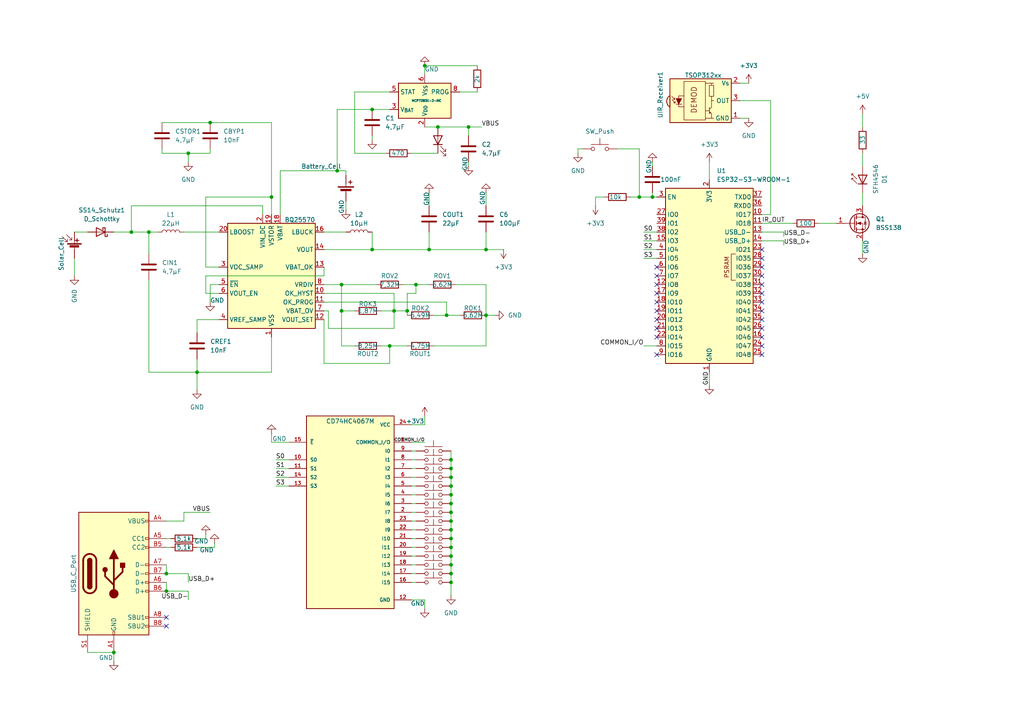
<source format=kicad_sch>
(kicad_sch
	(version 20250114)
	(generator "eeschema")
	(generator_version "9.0")
	(uuid "11873133-9687-4411-b4d6-d45a90e23492")
	(paper "A4")
	(title_block
		(date "2026-01-23")
	)
	(lib_symbols
		(symbol "Battery_Management:BQ25570"
			(exclude_from_sim no)
			(in_bom yes)
			(on_board yes)
			(property "Reference" "U"
				(at -12.7 16.51 0)
				(effects
					(font
						(size 1.27 1.27)
					)
				)
			)
			(property "Value" "BQ25570"
				(at 10.16 16.51 0)
				(effects
					(font
						(size 1.27 1.27)
					)
				)
			)
			(property "Footprint" "Package_DFN_QFN:QFN-20-1EP_3.5x3.5mm_P0.5mm_EP2x2mm"
				(at 0 -5.08 0)
				(effects
					(font
						(size 1.27 1.27)
					)
					(hide yes)
				)
			)
			(property "Datasheet" "http://www.ti.com/lit/ds/symlink/bq25570.pdf"
				(at 10.16 30.48 0)
				(effects
					(font
						(size 1.27 1.27)
					)
					(hide yes)
				)
			)
			(property "Description" "Nano Power Boost Charger and Buck Converter for Energy Harvester Powered Applications, QFN-20"
				(at 0 0 0)
				(effects
					(font
						(size 1.27 1.27)
					)
					(hide yes)
				)
			)
			(property "ki_keywords" "harvester solar TEG charger li-on buck"
				(at 0 0 0)
				(effects
					(font
						(size 1.27 1.27)
					)
					(hide yes)
				)
			)
			(property "ki_fp_filters" "QFN*1EP*3.5x3.5mm*P0.5mm*"
				(at 0 0 0)
				(effects
					(font
						(size 1.27 1.27)
					)
					(hide yes)
				)
			)
			(symbol "BQ25570_0_1"
				(rectangle
					(start -12.7 15.24)
					(end 12.7 -15.24)
					(stroke
						(width 0.254)
						(type default)
					)
					(fill
						(type background)
					)
				)
			)
			(symbol "BQ25570_1_1"
				(pin passive line
					(at -15.24 12.7 0)
					(length 2.54)
					(name "LBOOST"
						(effects
							(font
								(size 1.27 1.27)
							)
						)
					)
					(number "20"
						(effects
							(font
								(size 1.27 1.27)
							)
						)
					)
				)
				(pin input line
					(at -15.24 2.54 0)
					(length 2.54)
					(name "VOC_SAMP"
						(effects
							(font
								(size 1.27 1.27)
							)
						)
					)
					(number "3"
						(effects
							(font
								(size 1.27 1.27)
							)
						)
					)
				)
				(pin input line
					(at -15.24 -2.54 0)
					(length 2.54)
					(name "~{EN}"
						(effects
							(font
								(size 1.27 1.27)
							)
						)
					)
					(number "5"
						(effects
							(font
								(size 1.27 1.27)
							)
						)
					)
				)
				(pin input line
					(at -15.24 -5.08 0)
					(length 2.54)
					(name "VOUT_EN"
						(effects
							(font
								(size 1.27 1.27)
							)
						)
					)
					(number "6"
						(effects
							(font
								(size 1.27 1.27)
							)
						)
					)
				)
				(pin passive line
					(at -15.24 -12.7 0)
					(length 2.54)
					(name "VREF_SAMP"
						(effects
							(font
								(size 1.27 1.27)
							)
						)
					)
					(number "4"
						(effects
							(font
								(size 1.27 1.27)
							)
						)
					)
				)
				(pin power_in line
					(at -2.54 17.78 270)
					(length 2.54)
					(name "VIN_DC"
						(effects
							(font
								(size 1.27 1.27)
							)
						)
					)
					(number "2"
						(effects
							(font
								(size 1.27 1.27)
							)
						)
					)
				)
				(pin power_out line
					(at 0 17.78 270)
					(length 2.54)
					(name "VSTOR"
						(effects
							(font
								(size 1.27 1.27)
							)
						)
					)
					(number "19"
						(effects
							(font
								(size 1.27 1.27)
							)
						)
					)
				)
				(pin power_in line
					(at 0 -17.78 90)
					(length 2.54)
					(name "VSS"
						(effects
							(font
								(size 1.27 1.27)
							)
						)
					)
					(number "1"
						(effects
							(font
								(size 1.27 1.27)
							)
						)
					)
				)
				(pin passive line
					(at 0 -17.78 90)
					(length 2.54)
					(hide yes)
					(name "VSS"
						(effects
							(font
								(size 1.27 1.27)
							)
						)
					)
					(number "15"
						(effects
							(font
								(size 1.27 1.27)
							)
						)
					)
				)
				(pin passive line
					(at 0 -17.78 90)
					(length 2.54)
					(hide yes)
					(name "VSS"
						(effects
							(font
								(size 1.27 1.27)
							)
						)
					)
					(number "17"
						(effects
							(font
								(size 1.27 1.27)
							)
						)
					)
				)
				(pin passive line
					(at 0 -17.78 90)
					(length 2.54)
					(hide yes)
					(name "VSS"
						(effects
							(font
								(size 1.27 1.27)
							)
						)
					)
					(number "21"
						(effects
							(font
								(size 1.27 1.27)
							)
						)
					)
				)
				(pin passive line
					(at 0 -17.78 90)
					(length 2.54)
					(hide yes)
					(name "VSS"
						(effects
							(font
								(size 1.27 1.27)
							)
						)
					)
					(number "9"
						(effects
							(font
								(size 1.27 1.27)
							)
						)
					)
				)
				(pin power_in line
					(at 2.54 17.78 270)
					(length 2.54)
					(name "VBAT"
						(effects
							(font
								(size 1.27 1.27)
							)
						)
					)
					(number "18"
						(effects
							(font
								(size 1.27 1.27)
							)
						)
					)
				)
				(pin passive line
					(at 15.24 12.7 180)
					(length 2.54)
					(name "LBUCK"
						(effects
							(font
								(size 1.27 1.27)
							)
						)
					)
					(number "16"
						(effects
							(font
								(size 1.27 1.27)
							)
						)
					)
				)
				(pin input line
					(at 15.24 7.62 180)
					(length 2.54)
					(name "VOUT"
						(effects
							(font
								(size 1.27 1.27)
							)
						)
					)
					(number "14"
						(effects
							(font
								(size 1.27 1.27)
							)
						)
					)
				)
				(pin output line
					(at 15.24 2.54 180)
					(length 2.54)
					(name "VBAT_OK"
						(effects
							(font
								(size 1.27 1.27)
							)
						)
					)
					(number "13"
						(effects
							(font
								(size 1.27 1.27)
							)
						)
					)
				)
				(pin output line
					(at 15.24 -2.54 180)
					(length 2.54)
					(name "VRDIV"
						(effects
							(font
								(size 1.27 1.27)
							)
						)
					)
					(number "8"
						(effects
							(font
								(size 1.27 1.27)
							)
						)
					)
				)
				(pin input line
					(at 15.24 -5.08 180)
					(length 2.54)
					(name "OK_HYST"
						(effects
							(font
								(size 1.27 1.27)
							)
						)
					)
					(number "10"
						(effects
							(font
								(size 1.27 1.27)
							)
						)
					)
				)
				(pin input line
					(at 15.24 -7.62 180)
					(length 2.54)
					(name "OK_PROG"
						(effects
							(font
								(size 1.27 1.27)
							)
						)
					)
					(number "11"
						(effects
							(font
								(size 1.27 1.27)
							)
						)
					)
				)
				(pin input line
					(at 15.24 -10.16 180)
					(length 2.54)
					(name "VBAT_OV"
						(effects
							(font
								(size 1.27 1.27)
							)
						)
					)
					(number "7"
						(effects
							(font
								(size 1.27 1.27)
							)
						)
					)
				)
				(pin input line
					(at 15.24 -12.7 180)
					(length 2.54)
					(name "VOUT_SET"
						(effects
							(font
								(size 1.27 1.27)
							)
						)
					)
					(number "12"
						(effects
							(font
								(size 1.27 1.27)
							)
						)
					)
				)
			)
			(embedded_fonts no)
		)
		(symbol "Battery_Management:MCP73831-2-MC"
			(exclude_from_sim no)
			(in_bom yes)
			(on_board yes)
			(property "Reference" "U"
				(at -7.62 6.35 0)
				(effects
					(font
						(size 1.27 1.27)
					)
					(justify left)
				)
			)
			(property "Value" "MCP73831-2-MC"
				(at 1.27 6.35 0)
				(effects
					(font
						(size 1.27 1.27)
					)
					(justify left)
				)
			)
			(property "Footprint" "Package_DFN_QFN:DFN-8-1EP_3x2mm_P0.5mm_EP1.7x1.4mm"
				(at 1.27 -6.35 0)
				(effects
					(font
						(size 1.27 1.27)
						(italic yes)
					)
					(justify left)
					(hide yes)
				)
			)
			(property "Datasheet" "http://ww1.microchip.com/downloads/en/DeviceDoc/20001984g.pdf"
				(at -3.81 -1.27 0)
				(effects
					(font
						(size 1.27 1.27)
					)
					(hide yes)
				)
			)
			(property "Description" "Single cell, Li-Ion/Li-Po charge management controller, 4.20V, Tri-State Status Output, in DFN-8 package"
				(at 0 0 0)
				(effects
					(font
						(size 1.27 1.27)
					)
					(hide yes)
				)
			)
			(property "ki_keywords" "battery charger lithium"
				(at 0 0 0)
				(effects
					(font
						(size 1.27 1.27)
					)
					(hide yes)
				)
			)
			(property "ki_fp_filters" "DFN*3x2mm*P0.5mm*EP1.7x1.4mm*"
				(at 0 0 0)
				(effects
					(font
						(size 1.27 1.27)
					)
					(hide yes)
				)
			)
			(symbol "MCP73831-2-MC_0_1"
				(rectangle
					(start -7.62 5.08)
					(end 7.62 -5.08)
					(stroke
						(width 0.254)
						(type default)
					)
					(fill
						(type background)
					)
				)
			)
			(symbol "MCP73831-2-MC_1_1"
				(pin input line
					(at -10.16 -2.54 0)
					(length 2.54)
					(name "PROG"
						(effects
							(font
								(size 1.27 1.27)
							)
						)
					)
					(number "8"
						(effects
							(font
								(size 1.27 1.27)
							)
						)
					)
				)
				(pin no_connect line
					(at -7.62 2.54 0)
					(length 2.54)
					(hide yes)
					(name "NC"
						(effects
							(font
								(size 1.27 1.27)
							)
						)
					)
					(number "7"
						(effects
							(font
								(size 1.27 1.27)
							)
						)
					)
				)
				(pin passive line
					(at 0 7.62 270)
					(length 2.54)
					(hide yes)
					(name "V_{DD}"
						(effects
							(font
								(size 1.27 1.27)
							)
						)
					)
					(number "1"
						(effects
							(font
								(size 1.27 1.27)
							)
						)
					)
				)
				(pin power_in line
					(at 0 7.62 270)
					(length 2.54)
					(name "V_{DD}"
						(effects
							(font
								(size 1.27 1.27)
							)
						)
					)
					(number "2"
						(effects
							(font
								(size 1.27 1.27)
							)
						)
					)
				)
				(pin power_in line
					(at 0 -7.62 90)
					(length 2.54)
					(name "V_{SS}"
						(effects
							(font
								(size 1.27 1.27)
							)
						)
					)
					(number "6"
						(effects
							(font
								(size 1.27 1.27)
							)
						)
					)
				)
				(pin power_out line
					(at 10.16 2.54 180)
					(length 2.54)
					(name "V_{BAT}"
						(effects
							(font
								(size 1.27 1.27)
							)
						)
					)
					(number "3"
						(effects
							(font
								(size 1.27 1.27)
							)
						)
					)
				)
				(pin passive line
					(at 10.16 2.54 180)
					(length 2.54)
					(hide yes)
					(name "V_{BAT}"
						(effects
							(font
								(size 1.27 1.27)
							)
						)
					)
					(number "4"
						(effects
							(font
								(size 1.27 1.27)
							)
						)
					)
				)
				(pin tri_state line
					(at 10.16 -2.54 180)
					(length 2.54)
					(name "STAT"
						(effects
							(font
								(size 1.27 1.27)
							)
						)
					)
					(number "5"
						(effects
							(font
								(size 1.27 1.27)
							)
						)
					)
				)
			)
			(embedded_fonts no)
		)
		(symbol "CD74HC4067M:CD74HC4067M"
			(pin_names
				(offset 1.016)
			)
			(exclude_from_sim no)
			(in_bom yes)
			(on_board yes)
			(property "Reference" "U"
				(at -12.7 28.448 0)
				(effects
					(font
						(size 1.27 1.27)
					)
					(justify left bottom)
				)
			)
			(property "Value" "CD74HC4067M"
				(at -12.7 -30.48 0)
				(effects
					(font
						(size 1.27 1.27)
					)
					(justify left bottom)
				)
			)
			(property "Footprint" "CD74HC4067M:SOIC127P1030X265-24N"
				(at 0 0 0)
				(effects
					(font
						(size 1.27 1.27)
					)
					(justify bottom)
					(hide yes)
				)
			)
			(property "Datasheet" ""
				(at 0 0 0)
				(effects
					(font
						(size 1.27 1.27)
					)
					(hide yes)
				)
			)
			(property "Description" ""
				(at 0 0 0)
				(effects
					(font
						(size 1.27 1.27)
					)
					(hide yes)
				)
			)
			(property "MF" "Texas Instruments"
				(at 0 0 0)
				(effects
					(font
						(size 1.27 1.27)
					)
					(justify bottom)
					(hide yes)
				)
			)
			(property "MAXIMUM_PACKAGE_HEIGHT" "2.65mm"
				(at 0 0 0)
				(effects
					(font
						(size 1.27 1.27)
					)
					(justify bottom)
					(hide yes)
				)
			)
			(property "Package" "SOIC-24 Texas Instruments"
				(at 0 0 0)
				(effects
					(font
						(size 1.27 1.27)
					)
					(justify bottom)
					(hide yes)
				)
			)
			(property "Price" "None"
				(at 0 0 0)
				(effects
					(font
						(size 1.27 1.27)
					)
					(justify bottom)
					(hide yes)
				)
			)
			(property "Check_prices" "https://www.snapeda.com/parts/CD74HC4067M/Texas+Instruments/view-part/?ref=eda"
				(at 0 0 0)
				(effects
					(font
						(size 1.27 1.27)
					)
					(justify bottom)
					(hide yes)
				)
			)
			(property "STANDARD" "IPC-7351B"
				(at 0 0 0)
				(effects
					(font
						(size 1.27 1.27)
					)
					(justify bottom)
					(hide yes)
				)
			)
			(property "PARTREV" "D"
				(at 0 0 0)
				(effects
					(font
						(size 1.27 1.27)
					)
					(justify bottom)
					(hide yes)
				)
			)
			(property "SnapEDA_Link" "https://www.snapeda.com/parts/CD74HC4067M/Texas+Instruments/view-part/?ref=snap"
				(at 0 0 0)
				(effects
					(font
						(size 1.27 1.27)
					)
					(justify bottom)
					(hide yes)
				)
			)
			(property "MP" "CD74HC4067M"
				(at 0 0 0)
				(effects
					(font
						(size 1.27 1.27)
					)
					(justify bottom)
					(hide yes)
				)
			)
			(property "Description_1" "5-V, 16:1, 1-channel analog multiplexer"
				(at 0 0 0)
				(effects
					(font
						(size 1.27 1.27)
					)
					(justify bottom)
					(hide yes)
				)
			)
			(property "Availability" "In Stock"
				(at 0 0 0)
				(effects
					(font
						(size 1.27 1.27)
					)
					(justify bottom)
					(hide yes)
				)
			)
			(property "MANUFACTURER" "Texas Instruments"
				(at 0 0 0)
				(effects
					(font
						(size 1.27 1.27)
					)
					(justify bottom)
					(hide yes)
				)
			)
			(symbol "CD74HC4067M_0_0"
				(rectangle
					(start -12.7 -27.94)
					(end 12.7 27.94)
					(stroke
						(width 0.254)
						(type default)
					)
					(fill
						(type background)
					)
				)
				(pin input line
					(at -17.78 20.32 0)
					(length 5.08)
					(name "~{E}"
						(effects
							(font
								(size 1.016 1.016)
							)
						)
					)
					(number "15"
						(effects
							(font
								(size 1.016 1.016)
							)
						)
					)
				)
				(pin input line
					(at -17.78 15.24 0)
					(length 5.08)
					(name "S0"
						(effects
							(font
								(size 1.016 1.016)
							)
						)
					)
					(number "10"
						(effects
							(font
								(size 1.016 1.016)
							)
						)
					)
				)
				(pin input line
					(at -17.78 12.7 0)
					(length 5.08)
					(name "S1"
						(effects
							(font
								(size 1.016 1.016)
							)
						)
					)
					(number "11"
						(effects
							(font
								(size 1.016 1.016)
							)
						)
					)
				)
				(pin input line
					(at -17.78 10.16 0)
					(length 5.08)
					(name "S2"
						(effects
							(font
								(size 1.016 1.016)
							)
						)
					)
					(number "14"
						(effects
							(font
								(size 1.016 1.016)
							)
						)
					)
				)
				(pin input line
					(at -17.78 7.62 0)
					(length 5.08)
					(name "S3"
						(effects
							(font
								(size 1.016 1.016)
							)
						)
					)
					(number "13"
						(effects
							(font
								(size 1.016 1.016)
							)
						)
					)
				)
				(pin power_in line
					(at 17.78 25.4 180)
					(length 5.08)
					(name "VCC"
						(effects
							(font
								(size 1.016 1.016)
							)
						)
					)
					(number "24"
						(effects
							(font
								(size 1.016 1.016)
							)
						)
					)
				)
				(pin bidirectional line
					(at 17.78 20.32 180)
					(length 5.08)
					(name "COMMON_I/O"
						(effects
							(font
								(size 1.016 1.016)
							)
						)
					)
					(number "1"
						(effects
							(font
								(size 1.016 1.016)
							)
						)
					)
				)
				(pin bidirectional line
					(at 17.78 17.78 180)
					(length 5.08)
					(name "I0"
						(effects
							(font
								(size 1.016 1.016)
							)
						)
					)
					(number "9"
						(effects
							(font
								(size 1.016 1.016)
							)
						)
					)
				)
				(pin bidirectional line
					(at 17.78 15.24 180)
					(length 5.08)
					(name "I1"
						(effects
							(font
								(size 1.016 1.016)
							)
						)
					)
					(number "8"
						(effects
							(font
								(size 1.016 1.016)
							)
						)
					)
				)
				(pin bidirectional line
					(at 17.78 12.7 180)
					(length 5.08)
					(name "I2"
						(effects
							(font
								(size 1.016 1.016)
							)
						)
					)
					(number "7"
						(effects
							(font
								(size 1.016 1.016)
							)
						)
					)
				)
				(pin bidirectional line
					(at 17.78 10.16 180)
					(length 5.08)
					(name "I3"
						(effects
							(font
								(size 1.016 1.016)
							)
						)
					)
					(number "6"
						(effects
							(font
								(size 1.016 1.016)
							)
						)
					)
				)
				(pin bidirectional line
					(at 17.78 7.62 180)
					(length 5.08)
					(name "I4"
						(effects
							(font
								(size 1.016 1.016)
							)
						)
					)
					(number "5"
						(effects
							(font
								(size 1.016 1.016)
							)
						)
					)
				)
				(pin bidirectional line
					(at 17.78 5.08 180)
					(length 5.08)
					(name "I5"
						(effects
							(font
								(size 1.016 1.016)
							)
						)
					)
					(number "4"
						(effects
							(font
								(size 1.016 1.016)
							)
						)
					)
				)
				(pin bidirectional line
					(at 17.78 2.54 180)
					(length 5.08)
					(name "I6"
						(effects
							(font
								(size 1.016 1.016)
							)
						)
					)
					(number "3"
						(effects
							(font
								(size 1.016 1.016)
							)
						)
					)
				)
				(pin bidirectional line
					(at 17.78 0 180)
					(length 5.08)
					(name "I7"
						(effects
							(font
								(size 1.016 1.016)
							)
						)
					)
					(number "2"
						(effects
							(font
								(size 1.016 1.016)
							)
						)
					)
				)
				(pin bidirectional line
					(at 17.78 -2.54 180)
					(length 5.08)
					(name "I8"
						(effects
							(font
								(size 1.016 1.016)
							)
						)
					)
					(number "23"
						(effects
							(font
								(size 1.016 1.016)
							)
						)
					)
				)
				(pin bidirectional line
					(at 17.78 -5.08 180)
					(length 5.08)
					(name "I9"
						(effects
							(font
								(size 1.016 1.016)
							)
						)
					)
					(number "22"
						(effects
							(font
								(size 1.016 1.016)
							)
						)
					)
				)
				(pin bidirectional line
					(at 17.78 -7.62 180)
					(length 5.08)
					(name "I10"
						(effects
							(font
								(size 1.016 1.016)
							)
						)
					)
					(number "21"
						(effects
							(font
								(size 1.016 1.016)
							)
						)
					)
				)
				(pin bidirectional line
					(at 17.78 -10.16 180)
					(length 5.08)
					(name "I11"
						(effects
							(font
								(size 1.016 1.016)
							)
						)
					)
					(number "20"
						(effects
							(font
								(size 1.016 1.016)
							)
						)
					)
				)
				(pin bidirectional line
					(at 17.78 -12.7 180)
					(length 5.08)
					(name "I12"
						(effects
							(font
								(size 1.016 1.016)
							)
						)
					)
					(number "19"
						(effects
							(font
								(size 1.016 1.016)
							)
						)
					)
				)
				(pin bidirectional line
					(at 17.78 -15.24 180)
					(length 5.08)
					(name "I13"
						(effects
							(font
								(size 1.016 1.016)
							)
						)
					)
					(number "18"
						(effects
							(font
								(size 1.016 1.016)
							)
						)
					)
				)
				(pin bidirectional line
					(at 17.78 -17.78 180)
					(length 5.08)
					(name "I14"
						(effects
							(font
								(size 1.016 1.016)
							)
						)
					)
					(number "17"
						(effects
							(font
								(size 1.016 1.016)
							)
						)
					)
				)
				(pin bidirectional line
					(at 17.78 -20.32 180)
					(length 5.08)
					(name "I15"
						(effects
							(font
								(size 1.016 1.016)
							)
						)
					)
					(number "16"
						(effects
							(font
								(size 1.016 1.016)
							)
						)
					)
				)
				(pin power_in line
					(at 17.78 -25.4 180)
					(length 5.08)
					(name "GND"
						(effects
							(font
								(size 1.016 1.016)
							)
						)
					)
					(number "12"
						(effects
							(font
								(size 1.016 1.016)
							)
						)
					)
				)
			)
			(embedded_fonts no)
		)
		(symbol "Connector:USB_C_Receptacle_USB2.0_16P"
			(pin_names
				(offset 1.016)
			)
			(exclude_from_sim no)
			(in_bom yes)
			(on_board yes)
			(property "Reference" "J"
				(at 0 22.225 0)
				(effects
					(font
						(size 1.27 1.27)
					)
				)
			)
			(property "Value" "USB_C_Receptacle_USB2.0_16P"
				(at 0 19.685 0)
				(effects
					(font
						(size 1.27 1.27)
					)
				)
			)
			(property "Footprint" ""
				(at 3.81 0 0)
				(effects
					(font
						(size 1.27 1.27)
					)
					(hide yes)
				)
			)
			(property "Datasheet" "https://www.usb.org/sites/default/files/documents/usb_type-c.zip"
				(at 3.81 0 0)
				(effects
					(font
						(size 1.27 1.27)
					)
					(hide yes)
				)
			)
			(property "Description" "USB 2.0-only 16P Type-C Receptacle connector"
				(at 0 0 0)
				(effects
					(font
						(size 1.27 1.27)
					)
					(hide yes)
				)
			)
			(property "ki_keywords" "usb universal serial bus type-C USB2.0"
				(at 0 0 0)
				(effects
					(font
						(size 1.27 1.27)
					)
					(hide yes)
				)
			)
			(property "ki_fp_filters" "USB*C*Receptacle*"
				(at 0 0 0)
				(effects
					(font
						(size 1.27 1.27)
					)
					(hide yes)
				)
			)
			(symbol "USB_C_Receptacle_USB2.0_16P_0_0"
				(rectangle
					(start -0.254 -17.78)
					(end 0.254 -16.764)
					(stroke
						(width 0)
						(type default)
					)
					(fill
						(type none)
					)
				)
				(rectangle
					(start 10.16 15.494)
					(end 9.144 14.986)
					(stroke
						(width 0)
						(type default)
					)
					(fill
						(type none)
					)
				)
				(rectangle
					(start 10.16 10.414)
					(end 9.144 9.906)
					(stroke
						(width 0)
						(type default)
					)
					(fill
						(type none)
					)
				)
				(rectangle
					(start 10.16 7.874)
					(end 9.144 7.366)
					(stroke
						(width 0)
						(type default)
					)
					(fill
						(type none)
					)
				)
				(rectangle
					(start 10.16 2.794)
					(end 9.144 2.286)
					(stroke
						(width 0)
						(type default)
					)
					(fill
						(type none)
					)
				)
				(rectangle
					(start 10.16 0.254)
					(end 9.144 -0.254)
					(stroke
						(width 0)
						(type default)
					)
					(fill
						(type none)
					)
				)
				(rectangle
					(start 10.16 -2.286)
					(end 9.144 -2.794)
					(stroke
						(width 0)
						(type default)
					)
					(fill
						(type none)
					)
				)
				(rectangle
					(start 10.16 -4.826)
					(end 9.144 -5.334)
					(stroke
						(width 0)
						(type default)
					)
					(fill
						(type none)
					)
				)
				(rectangle
					(start 10.16 -12.446)
					(end 9.144 -12.954)
					(stroke
						(width 0)
						(type default)
					)
					(fill
						(type none)
					)
				)
				(rectangle
					(start 10.16 -14.986)
					(end 9.144 -15.494)
					(stroke
						(width 0)
						(type default)
					)
					(fill
						(type none)
					)
				)
			)
			(symbol "USB_C_Receptacle_USB2.0_16P_0_1"
				(rectangle
					(start -10.16 17.78)
					(end 10.16 -17.78)
					(stroke
						(width 0.254)
						(type default)
					)
					(fill
						(type background)
					)
				)
				(polyline
					(pts
						(xy -8.89 -3.81) (xy -8.89 3.81)
					)
					(stroke
						(width 0.508)
						(type default)
					)
					(fill
						(type none)
					)
				)
				(rectangle
					(start -7.62 -3.81)
					(end -6.35 3.81)
					(stroke
						(width 0.254)
						(type default)
					)
					(fill
						(type outline)
					)
				)
				(arc
					(start -7.62 3.81)
					(mid -6.985 4.4423)
					(end -6.35 3.81)
					(stroke
						(width 0.254)
						(type default)
					)
					(fill
						(type none)
					)
				)
				(arc
					(start -7.62 3.81)
					(mid -6.985 4.4423)
					(end -6.35 3.81)
					(stroke
						(width 0.254)
						(type default)
					)
					(fill
						(type outline)
					)
				)
				(arc
					(start -8.89 3.81)
					(mid -6.985 5.7067)
					(end -5.08 3.81)
					(stroke
						(width 0.508)
						(type default)
					)
					(fill
						(type none)
					)
				)
				(arc
					(start -5.08 -3.81)
					(mid -6.985 -5.7067)
					(end -8.89 -3.81)
					(stroke
						(width 0.508)
						(type default)
					)
					(fill
						(type none)
					)
				)
				(arc
					(start -6.35 -3.81)
					(mid -6.985 -4.4423)
					(end -7.62 -3.81)
					(stroke
						(width 0.254)
						(type default)
					)
					(fill
						(type none)
					)
				)
				(arc
					(start -6.35 -3.81)
					(mid -6.985 -4.4423)
					(end -7.62 -3.81)
					(stroke
						(width 0.254)
						(type default)
					)
					(fill
						(type outline)
					)
				)
				(polyline
					(pts
						(xy -5.08 3.81) (xy -5.08 -3.81)
					)
					(stroke
						(width 0.508)
						(type default)
					)
					(fill
						(type none)
					)
				)
				(circle
					(center -2.54 1.143)
					(radius 0.635)
					(stroke
						(width 0.254)
						(type default)
					)
					(fill
						(type outline)
					)
				)
				(polyline
					(pts
						(xy -1.27 4.318) (xy 0 6.858) (xy 1.27 4.318) (xy -1.27 4.318)
					)
					(stroke
						(width 0.254)
						(type default)
					)
					(fill
						(type outline)
					)
				)
				(polyline
					(pts
						(xy 0 -2.032) (xy 2.54 0.508) (xy 2.54 1.778)
					)
					(stroke
						(width 0.508)
						(type default)
					)
					(fill
						(type none)
					)
				)
				(polyline
					(pts
						(xy 0 -3.302) (xy -2.54 -0.762) (xy -2.54 0.508)
					)
					(stroke
						(width 0.508)
						(type default)
					)
					(fill
						(type none)
					)
				)
				(polyline
					(pts
						(xy 0 -5.842) (xy 0 4.318)
					)
					(stroke
						(width 0.508)
						(type default)
					)
					(fill
						(type none)
					)
				)
				(circle
					(center 0 -5.842)
					(radius 1.27)
					(stroke
						(width 0)
						(type default)
					)
					(fill
						(type outline)
					)
				)
				(rectangle
					(start 1.905 1.778)
					(end 3.175 3.048)
					(stroke
						(width 0.254)
						(type default)
					)
					(fill
						(type outline)
					)
				)
			)
			(symbol "USB_C_Receptacle_USB2.0_16P_1_1"
				(pin passive line
					(at -7.62 -22.86 90)
					(length 5.08)
					(name "SHIELD"
						(effects
							(font
								(size 1.27 1.27)
							)
						)
					)
					(number "S1"
						(effects
							(font
								(size 1.27 1.27)
							)
						)
					)
				)
				(pin passive line
					(at 0 -22.86 90)
					(length 5.08)
					(name "GND"
						(effects
							(font
								(size 1.27 1.27)
							)
						)
					)
					(number "A1"
						(effects
							(font
								(size 1.27 1.27)
							)
						)
					)
				)
				(pin passive line
					(at 0 -22.86 90)
					(length 5.08)
					(hide yes)
					(name "GND"
						(effects
							(font
								(size 1.27 1.27)
							)
						)
					)
					(number "A12"
						(effects
							(font
								(size 1.27 1.27)
							)
						)
					)
				)
				(pin passive line
					(at 0 -22.86 90)
					(length 5.08)
					(hide yes)
					(name "GND"
						(effects
							(font
								(size 1.27 1.27)
							)
						)
					)
					(number "B1"
						(effects
							(font
								(size 1.27 1.27)
							)
						)
					)
				)
				(pin passive line
					(at 0 -22.86 90)
					(length 5.08)
					(hide yes)
					(name "GND"
						(effects
							(font
								(size 1.27 1.27)
							)
						)
					)
					(number "B12"
						(effects
							(font
								(size 1.27 1.27)
							)
						)
					)
				)
				(pin passive line
					(at 15.24 15.24 180)
					(length 5.08)
					(name "VBUS"
						(effects
							(font
								(size 1.27 1.27)
							)
						)
					)
					(number "A4"
						(effects
							(font
								(size 1.27 1.27)
							)
						)
					)
				)
				(pin passive line
					(at 15.24 15.24 180)
					(length 5.08)
					(hide yes)
					(name "VBUS"
						(effects
							(font
								(size 1.27 1.27)
							)
						)
					)
					(number "A9"
						(effects
							(font
								(size 1.27 1.27)
							)
						)
					)
				)
				(pin passive line
					(at 15.24 15.24 180)
					(length 5.08)
					(hide yes)
					(name "VBUS"
						(effects
							(font
								(size 1.27 1.27)
							)
						)
					)
					(number "B4"
						(effects
							(font
								(size 1.27 1.27)
							)
						)
					)
				)
				(pin passive line
					(at 15.24 15.24 180)
					(length 5.08)
					(hide yes)
					(name "VBUS"
						(effects
							(font
								(size 1.27 1.27)
							)
						)
					)
					(number "B9"
						(effects
							(font
								(size 1.27 1.27)
							)
						)
					)
				)
				(pin bidirectional line
					(at 15.24 10.16 180)
					(length 5.08)
					(name "CC1"
						(effects
							(font
								(size 1.27 1.27)
							)
						)
					)
					(number "A5"
						(effects
							(font
								(size 1.27 1.27)
							)
						)
					)
				)
				(pin bidirectional line
					(at 15.24 7.62 180)
					(length 5.08)
					(name "CC2"
						(effects
							(font
								(size 1.27 1.27)
							)
						)
					)
					(number "B5"
						(effects
							(font
								(size 1.27 1.27)
							)
						)
					)
				)
				(pin bidirectional line
					(at 15.24 2.54 180)
					(length 5.08)
					(name "D-"
						(effects
							(font
								(size 1.27 1.27)
							)
						)
					)
					(number "A7"
						(effects
							(font
								(size 1.27 1.27)
							)
						)
					)
				)
				(pin bidirectional line
					(at 15.24 0 180)
					(length 5.08)
					(name "D-"
						(effects
							(font
								(size 1.27 1.27)
							)
						)
					)
					(number "B7"
						(effects
							(font
								(size 1.27 1.27)
							)
						)
					)
				)
				(pin bidirectional line
					(at 15.24 -2.54 180)
					(length 5.08)
					(name "D+"
						(effects
							(font
								(size 1.27 1.27)
							)
						)
					)
					(number "A6"
						(effects
							(font
								(size 1.27 1.27)
							)
						)
					)
				)
				(pin bidirectional line
					(at 15.24 -5.08 180)
					(length 5.08)
					(name "D+"
						(effects
							(font
								(size 1.27 1.27)
							)
						)
					)
					(number "B6"
						(effects
							(font
								(size 1.27 1.27)
							)
						)
					)
				)
				(pin bidirectional line
					(at 15.24 -12.7 180)
					(length 5.08)
					(name "SBU1"
						(effects
							(font
								(size 1.27 1.27)
							)
						)
					)
					(number "A8"
						(effects
							(font
								(size 1.27 1.27)
							)
						)
					)
				)
				(pin bidirectional line
					(at 15.24 -15.24 180)
					(length 5.08)
					(name "SBU2"
						(effects
							(font
								(size 1.27 1.27)
							)
						)
					)
					(number "B8"
						(effects
							(font
								(size 1.27 1.27)
							)
						)
					)
				)
			)
			(embedded_fonts no)
		)
		(symbol "Device:Battery_Cell"
			(pin_numbers
				(hide yes)
			)
			(pin_names
				(offset 0)
				(hide yes)
			)
			(exclude_from_sim no)
			(in_bom yes)
			(on_board yes)
			(property "Reference" "BT"
				(at 2.54 2.54 0)
				(effects
					(font
						(size 1.27 1.27)
					)
					(justify left)
				)
			)
			(property "Value" "Battery_Cell"
				(at 2.54 0 0)
				(effects
					(font
						(size 1.27 1.27)
					)
					(justify left)
				)
			)
			(property "Footprint" ""
				(at 0 1.524 90)
				(effects
					(font
						(size 1.27 1.27)
					)
					(hide yes)
				)
			)
			(property "Datasheet" "~"
				(at 0 1.524 90)
				(effects
					(font
						(size 1.27 1.27)
					)
					(hide yes)
				)
			)
			(property "Description" "Single-cell battery"
				(at 0 0 0)
				(effects
					(font
						(size 1.27 1.27)
					)
					(hide yes)
				)
			)
			(property "Sim.Device" "V"
				(at 0 0 0)
				(effects
					(font
						(size 1.27 1.27)
					)
					(hide yes)
				)
			)
			(property "Sim.Type" "DC"
				(at 0 0 0)
				(effects
					(font
						(size 1.27 1.27)
					)
					(hide yes)
				)
			)
			(property "Sim.Pins" "1=+ 2=-"
				(at 0 0 0)
				(effects
					(font
						(size 1.27 1.27)
					)
					(hide yes)
				)
			)
			(property "ki_keywords" "battery cell"
				(at 0 0 0)
				(effects
					(font
						(size 1.27 1.27)
					)
					(hide yes)
				)
			)
			(symbol "Battery_Cell_0_1"
				(rectangle
					(start -2.286 1.778)
					(end 2.286 1.524)
					(stroke
						(width 0)
						(type default)
					)
					(fill
						(type outline)
					)
				)
				(rectangle
					(start -1.524 1.016)
					(end 1.524 0.508)
					(stroke
						(width 0)
						(type default)
					)
					(fill
						(type outline)
					)
				)
				(polyline
					(pts
						(xy 0 1.778) (xy 0 2.54)
					)
					(stroke
						(width 0)
						(type default)
					)
					(fill
						(type none)
					)
				)
				(polyline
					(pts
						(xy 0 0.762) (xy 0 0)
					)
					(stroke
						(width 0)
						(type default)
					)
					(fill
						(type none)
					)
				)
				(polyline
					(pts
						(xy 0.762 3.048) (xy 1.778 3.048)
					)
					(stroke
						(width 0.254)
						(type default)
					)
					(fill
						(type none)
					)
				)
				(polyline
					(pts
						(xy 1.27 3.556) (xy 1.27 2.54)
					)
					(stroke
						(width 0.254)
						(type default)
					)
					(fill
						(type none)
					)
				)
			)
			(symbol "Battery_Cell_1_1"
				(pin passive line
					(at 0 5.08 270)
					(length 2.54)
					(name "+"
						(effects
							(font
								(size 1.27 1.27)
							)
						)
					)
					(number "1"
						(effects
							(font
								(size 1.27 1.27)
							)
						)
					)
				)
				(pin passive line
					(at 0 -2.54 90)
					(length 2.54)
					(name "-"
						(effects
							(font
								(size 1.27 1.27)
							)
						)
					)
					(number "2"
						(effects
							(font
								(size 1.27 1.27)
							)
						)
					)
				)
			)
			(embedded_fonts no)
		)
		(symbol "Device:C"
			(pin_numbers
				(hide yes)
			)
			(pin_names
				(offset 0.254)
			)
			(exclude_from_sim no)
			(in_bom yes)
			(on_board yes)
			(property "Reference" "C"
				(at 0.635 2.54 0)
				(effects
					(font
						(size 1.27 1.27)
					)
					(justify left)
				)
			)
			(property "Value" "C"
				(at 0.635 -2.54 0)
				(effects
					(font
						(size 1.27 1.27)
					)
					(justify left)
				)
			)
			(property "Footprint" ""
				(at 0.9652 -3.81 0)
				(effects
					(font
						(size 1.27 1.27)
					)
					(hide yes)
				)
			)
			(property "Datasheet" "~"
				(at 0 0 0)
				(effects
					(font
						(size 1.27 1.27)
					)
					(hide yes)
				)
			)
			(property "Description" "Unpolarized capacitor"
				(at 0 0 0)
				(effects
					(font
						(size 1.27 1.27)
					)
					(hide yes)
				)
			)
			(property "ki_keywords" "cap capacitor"
				(at 0 0 0)
				(effects
					(font
						(size 1.27 1.27)
					)
					(hide yes)
				)
			)
			(property "ki_fp_filters" "C_*"
				(at 0 0 0)
				(effects
					(font
						(size 1.27 1.27)
					)
					(hide yes)
				)
			)
			(symbol "C_0_1"
				(polyline
					(pts
						(xy -2.032 0.762) (xy 2.032 0.762)
					)
					(stroke
						(width 0.508)
						(type default)
					)
					(fill
						(type none)
					)
				)
				(polyline
					(pts
						(xy -2.032 -0.762) (xy 2.032 -0.762)
					)
					(stroke
						(width 0.508)
						(type default)
					)
					(fill
						(type none)
					)
				)
			)
			(symbol "C_1_1"
				(pin passive line
					(at 0 3.81 270)
					(length 2.794)
					(name "~"
						(effects
							(font
								(size 1.27 1.27)
							)
						)
					)
					(number "1"
						(effects
							(font
								(size 1.27 1.27)
							)
						)
					)
				)
				(pin passive line
					(at 0 -3.81 90)
					(length 2.794)
					(name "~"
						(effects
							(font
								(size 1.27 1.27)
							)
						)
					)
					(number "2"
						(effects
							(font
								(size 1.27 1.27)
							)
						)
					)
				)
			)
			(embedded_fonts no)
		)
		(symbol "Device:D_Schottky"
			(pin_numbers
				(hide yes)
			)
			(pin_names
				(offset 1.016)
				(hide yes)
			)
			(exclude_from_sim no)
			(in_bom yes)
			(on_board yes)
			(property "Reference" "D"
				(at 0 2.54 0)
				(effects
					(font
						(size 1.27 1.27)
					)
				)
			)
			(property "Value" "D_Schottky"
				(at 0 -2.54 0)
				(effects
					(font
						(size 1.27 1.27)
					)
				)
			)
			(property "Footprint" ""
				(at 0 0 0)
				(effects
					(font
						(size 1.27 1.27)
					)
					(hide yes)
				)
			)
			(property "Datasheet" "~"
				(at 0 0 0)
				(effects
					(font
						(size 1.27 1.27)
					)
					(hide yes)
				)
			)
			(property "Description" "Schottky diode"
				(at 0 0 0)
				(effects
					(font
						(size 1.27 1.27)
					)
					(hide yes)
				)
			)
			(property "ki_keywords" "diode Schottky"
				(at 0 0 0)
				(effects
					(font
						(size 1.27 1.27)
					)
					(hide yes)
				)
			)
			(property "ki_fp_filters" "TO-???* *_Diode_* *SingleDiode* D_*"
				(at 0 0 0)
				(effects
					(font
						(size 1.27 1.27)
					)
					(hide yes)
				)
			)
			(symbol "D_Schottky_0_1"
				(polyline
					(pts
						(xy -1.905 0.635) (xy -1.905 1.27) (xy -1.27 1.27) (xy -1.27 -1.27) (xy -0.635 -1.27) (xy -0.635 -0.635)
					)
					(stroke
						(width 0.254)
						(type default)
					)
					(fill
						(type none)
					)
				)
				(polyline
					(pts
						(xy 1.27 1.27) (xy 1.27 -1.27) (xy -1.27 0) (xy 1.27 1.27)
					)
					(stroke
						(width 0.254)
						(type default)
					)
					(fill
						(type none)
					)
				)
				(polyline
					(pts
						(xy 1.27 0) (xy -1.27 0)
					)
					(stroke
						(width 0)
						(type default)
					)
					(fill
						(type none)
					)
				)
			)
			(symbol "D_Schottky_1_1"
				(pin passive line
					(at -3.81 0 0)
					(length 2.54)
					(name "K"
						(effects
							(font
								(size 1.27 1.27)
							)
						)
					)
					(number "1"
						(effects
							(font
								(size 1.27 1.27)
							)
						)
					)
				)
				(pin passive line
					(at 3.81 0 180)
					(length 2.54)
					(name "A"
						(effects
							(font
								(size 1.27 1.27)
							)
						)
					)
					(number "2"
						(effects
							(font
								(size 1.27 1.27)
							)
						)
					)
				)
			)
			(embedded_fonts no)
		)
		(symbol "Device:L"
			(pin_numbers
				(hide yes)
			)
			(pin_names
				(offset 1.016)
				(hide yes)
			)
			(exclude_from_sim no)
			(in_bom yes)
			(on_board yes)
			(property "Reference" "L"
				(at -1.27 0 90)
				(effects
					(font
						(size 1.27 1.27)
					)
				)
			)
			(property "Value" "L"
				(at 1.905 0 90)
				(effects
					(font
						(size 1.27 1.27)
					)
				)
			)
			(property "Footprint" ""
				(at 0 0 0)
				(effects
					(font
						(size 1.27 1.27)
					)
					(hide yes)
				)
			)
			(property "Datasheet" "~"
				(at 0 0 0)
				(effects
					(font
						(size 1.27 1.27)
					)
					(hide yes)
				)
			)
			(property "Description" "Inductor"
				(at 0 0 0)
				(effects
					(font
						(size 1.27 1.27)
					)
					(hide yes)
				)
			)
			(property "ki_keywords" "inductor choke coil reactor magnetic"
				(at 0 0 0)
				(effects
					(font
						(size 1.27 1.27)
					)
					(hide yes)
				)
			)
			(property "ki_fp_filters" "Choke_* *Coil* Inductor_* L_*"
				(at 0 0 0)
				(effects
					(font
						(size 1.27 1.27)
					)
					(hide yes)
				)
			)
			(symbol "L_0_1"
				(arc
					(start 0 2.54)
					(mid 0.6323 1.905)
					(end 0 1.27)
					(stroke
						(width 0)
						(type default)
					)
					(fill
						(type none)
					)
				)
				(arc
					(start 0 1.27)
					(mid 0.6323 0.635)
					(end 0 0)
					(stroke
						(width 0)
						(type default)
					)
					(fill
						(type none)
					)
				)
				(arc
					(start 0 0)
					(mid 0.6323 -0.635)
					(end 0 -1.27)
					(stroke
						(width 0)
						(type default)
					)
					(fill
						(type none)
					)
				)
				(arc
					(start 0 -1.27)
					(mid 0.6323 -1.905)
					(end 0 -2.54)
					(stroke
						(width 0)
						(type default)
					)
					(fill
						(type none)
					)
				)
			)
			(symbol "L_1_1"
				(pin passive line
					(at 0 3.81 270)
					(length 1.27)
					(name "1"
						(effects
							(font
								(size 1.27 1.27)
							)
						)
					)
					(number "1"
						(effects
							(font
								(size 1.27 1.27)
							)
						)
					)
				)
				(pin passive line
					(at 0 -3.81 90)
					(length 1.27)
					(name "2"
						(effects
							(font
								(size 1.27 1.27)
							)
						)
					)
					(number "2"
						(effects
							(font
								(size 1.27 1.27)
							)
						)
					)
				)
			)
			(embedded_fonts no)
		)
		(symbol "Device:LED"
			(pin_numbers
				(hide yes)
			)
			(pin_names
				(offset 1.016)
				(hide yes)
			)
			(exclude_from_sim no)
			(in_bom yes)
			(on_board yes)
			(property "Reference" "D"
				(at 0 2.54 0)
				(effects
					(font
						(size 1.27 1.27)
					)
				)
			)
			(property "Value" "LED"
				(at 0 -2.54 0)
				(effects
					(font
						(size 1.27 1.27)
					)
				)
			)
			(property "Footprint" ""
				(at 0 0 0)
				(effects
					(font
						(size 1.27 1.27)
					)
					(hide yes)
				)
			)
			(property "Datasheet" "~"
				(at 0 0 0)
				(effects
					(font
						(size 1.27 1.27)
					)
					(hide yes)
				)
			)
			(property "Description" "Light emitting diode"
				(at 0 0 0)
				(effects
					(font
						(size 1.27 1.27)
					)
					(hide yes)
				)
			)
			(property "Sim.Pins" "1=K 2=A"
				(at 0 0 0)
				(effects
					(font
						(size 1.27 1.27)
					)
					(hide yes)
				)
			)
			(property "ki_keywords" "LED diode"
				(at 0 0 0)
				(effects
					(font
						(size 1.27 1.27)
					)
					(hide yes)
				)
			)
			(property "ki_fp_filters" "LED* LED_SMD:* LED_THT:*"
				(at 0 0 0)
				(effects
					(font
						(size 1.27 1.27)
					)
					(hide yes)
				)
			)
			(symbol "LED_0_1"
				(polyline
					(pts
						(xy -3.048 -0.762) (xy -4.572 -2.286) (xy -3.81 -2.286) (xy -4.572 -2.286) (xy -4.572 -1.524)
					)
					(stroke
						(width 0)
						(type default)
					)
					(fill
						(type none)
					)
				)
				(polyline
					(pts
						(xy -1.778 -0.762) (xy -3.302 -2.286) (xy -2.54 -2.286) (xy -3.302 -2.286) (xy -3.302 -1.524)
					)
					(stroke
						(width 0)
						(type default)
					)
					(fill
						(type none)
					)
				)
				(polyline
					(pts
						(xy -1.27 0) (xy 1.27 0)
					)
					(stroke
						(width 0)
						(type default)
					)
					(fill
						(type none)
					)
				)
				(polyline
					(pts
						(xy -1.27 -1.27) (xy -1.27 1.27)
					)
					(stroke
						(width 0.254)
						(type default)
					)
					(fill
						(type none)
					)
				)
				(polyline
					(pts
						(xy 1.27 -1.27) (xy 1.27 1.27) (xy -1.27 0) (xy 1.27 -1.27)
					)
					(stroke
						(width 0.254)
						(type default)
					)
					(fill
						(type none)
					)
				)
			)
			(symbol "LED_1_1"
				(pin passive line
					(at -3.81 0 0)
					(length 2.54)
					(name "K"
						(effects
							(font
								(size 1.27 1.27)
							)
						)
					)
					(number "1"
						(effects
							(font
								(size 1.27 1.27)
							)
						)
					)
				)
				(pin passive line
					(at 3.81 0 180)
					(length 2.54)
					(name "A"
						(effects
							(font
								(size 1.27 1.27)
							)
						)
					)
					(number "2"
						(effects
							(font
								(size 1.27 1.27)
							)
						)
					)
				)
			)
			(embedded_fonts no)
		)
		(symbol "Device:R"
			(pin_numbers
				(hide yes)
			)
			(pin_names
				(offset 0)
			)
			(exclude_from_sim no)
			(in_bom yes)
			(on_board yes)
			(property "Reference" "R"
				(at 2.032 0 90)
				(effects
					(font
						(size 1.27 1.27)
					)
				)
			)
			(property "Value" "R"
				(at 0 0 90)
				(effects
					(font
						(size 1.27 1.27)
					)
				)
			)
			(property "Footprint" ""
				(at -1.778 0 90)
				(effects
					(font
						(size 1.27 1.27)
					)
					(hide yes)
				)
			)
			(property "Datasheet" "~"
				(at 0 0 0)
				(effects
					(font
						(size 1.27 1.27)
					)
					(hide yes)
				)
			)
			(property "Description" "Resistor"
				(at 0 0 0)
				(effects
					(font
						(size 1.27 1.27)
					)
					(hide yes)
				)
			)
			(property "ki_keywords" "R res resistor"
				(at 0 0 0)
				(effects
					(font
						(size 1.27 1.27)
					)
					(hide yes)
				)
			)
			(property "ki_fp_filters" "R_*"
				(at 0 0 0)
				(effects
					(font
						(size 1.27 1.27)
					)
					(hide yes)
				)
			)
			(symbol "R_0_1"
				(rectangle
					(start -1.016 -2.54)
					(end 1.016 2.54)
					(stroke
						(width 0.254)
						(type default)
					)
					(fill
						(type none)
					)
				)
			)
			(symbol "R_1_1"
				(pin passive line
					(at 0 3.81 270)
					(length 1.27)
					(name "~"
						(effects
							(font
								(size 1.27 1.27)
							)
						)
					)
					(number "1"
						(effects
							(font
								(size 1.27 1.27)
							)
						)
					)
				)
				(pin passive line
					(at 0 -3.81 90)
					(length 1.27)
					(name "~"
						(effects
							(font
								(size 1.27 1.27)
							)
						)
					)
					(number "2"
						(effects
							(font
								(size 1.27 1.27)
							)
						)
					)
				)
			)
			(embedded_fonts no)
		)
		(symbol "Device:Solar_Cell"
			(pin_numbers
				(hide yes)
			)
			(pin_names
				(offset 0)
				(hide yes)
			)
			(exclude_from_sim no)
			(in_bom yes)
			(on_board yes)
			(property "Reference" "SC"
				(at 2.54 2.54 0)
				(effects
					(font
						(size 1.27 1.27)
					)
					(justify left)
				)
			)
			(property "Value" "Solar_Cell"
				(at 2.54 0 0)
				(effects
					(font
						(size 1.27 1.27)
					)
					(justify left)
				)
			)
			(property "Footprint" ""
				(at 0 1.524 90)
				(effects
					(font
						(size 1.27 1.27)
					)
					(hide yes)
				)
			)
			(property "Datasheet" "~"
				(at 0 1.524 90)
				(effects
					(font
						(size 1.27 1.27)
					)
					(hide yes)
				)
			)
			(property "Description" "Single solar cell"
				(at 0 0 0)
				(effects
					(font
						(size 1.27 1.27)
					)
					(hide yes)
				)
			)
			(property "ki_keywords" "solar cell"
				(at 0 0 0)
				(effects
					(font
						(size 1.27 1.27)
					)
					(hide yes)
				)
			)
			(symbol "Solar_Cell_0_1"
				(polyline
					(pts
						(xy -2.032 3.048) (xy -2.032 2.286) (xy -2.794 2.286)
					)
					(stroke
						(width 0)
						(type default)
					)
					(fill
						(type none)
					)
				)
				(polyline
					(pts
						(xy -2.032 2.286) (xy -3.556 3.81)
					)
					(stroke
						(width 0)
						(type default)
					)
					(fill
						(type none)
					)
				)
				(rectangle
					(start -2.032 1.778)
					(end 2.032 1.524)
					(stroke
						(width 0)
						(type default)
					)
					(fill
						(type outline)
					)
				)
				(rectangle
					(start -1.3208 1.1938)
					(end 1.27 0.6858)
					(stroke
						(width 0)
						(type default)
					)
					(fill
						(type outline)
					)
				)
				(polyline
					(pts
						(xy -0.762 3.556) (xy -0.762 2.794) (xy -1.524 2.794)
					)
					(stroke
						(width 0)
						(type default)
					)
					(fill
						(type none)
					)
				)
				(polyline
					(pts
						(xy -0.762 2.794) (xy -2.286 4.318)
					)
					(stroke
						(width 0)
						(type default)
					)
					(fill
						(type none)
					)
				)
				(polyline
					(pts
						(xy 0 1.778) (xy 0 2.54)
					)
					(stroke
						(width 0)
						(type default)
					)
					(fill
						(type none)
					)
				)
				(polyline
					(pts
						(xy 0 0.762) (xy 0 0)
					)
					(stroke
						(width 0)
						(type default)
					)
					(fill
						(type none)
					)
				)
				(polyline
					(pts
						(xy 0.254 2.667) (xy 1.27 2.667)
					)
					(stroke
						(width 0.254)
						(type default)
					)
					(fill
						(type none)
					)
				)
				(polyline
					(pts
						(xy 0.762 3.175) (xy 0.762 2.159)
					)
					(stroke
						(width 0.254)
						(type default)
					)
					(fill
						(type none)
					)
				)
			)
			(symbol "Solar_Cell_1_1"
				(pin passive line
					(at 0 5.08 270)
					(length 2.54)
					(name "+"
						(effects
							(font
								(size 1.27 1.27)
							)
						)
					)
					(number "1"
						(effects
							(font
								(size 1.27 1.27)
							)
						)
					)
				)
				(pin passive line
					(at 0 -2.54 90)
					(length 2.54)
					(name "-"
						(effects
							(font
								(size 1.27 1.27)
							)
						)
					)
					(number "2"
						(effects
							(font
								(size 1.27 1.27)
							)
						)
					)
				)
			)
			(embedded_fonts no)
		)
		(symbol "Interface_Optical:TSOP312xx"
			(exclude_from_sim no)
			(in_bom yes)
			(on_board yes)
			(property "Reference" "U"
				(at -10.16 7.62 0)
				(effects
					(font
						(size 1.27 1.27)
					)
					(justify left)
				)
			)
			(property "Value" "TSOP312xx"
				(at -10.16 -7.62 0)
				(effects
					(font
						(size 1.27 1.27)
					)
					(justify left)
				)
			)
			(property "Footprint" "OptoDevice:Vishay_CAST-3Pin"
				(at -1.27 -9.525 0)
				(effects
					(font
						(size 1.27 1.27)
					)
					(hide yes)
				)
			)
			(property "Datasheet" "http://www.vishay.com/docs/82492/tsop312.pdf"
				(at 16.51 7.62 0)
				(effects
					(font
						(size 1.27 1.27)
					)
					(hide yes)
				)
			)
			(property "Description" "Photo Modules for PCM Remote Control Systems"
				(at 0 0 0)
				(effects
					(font
						(size 1.27 1.27)
					)
					(hide yes)
				)
			)
			(property "ki_keywords" "opto IR receiver"
				(at 0 0 0)
				(effects
					(font
						(size 1.27 1.27)
					)
					(hide yes)
				)
			)
			(property "ki_fp_filters" "Vishay*CAST*"
				(at 0 0 0)
				(effects
					(font
						(size 1.27 1.27)
					)
					(hide yes)
				)
			)
			(symbol "TSOP312xx_0_0"
				(arc
					(start -10.287 -1.778)
					(mid -11.0899 -0.1905)
					(end -10.287 1.397)
					(stroke
						(width 0.254)
						(type default)
					)
					(fill
						(type background)
					)
				)
				(polyline
					(pts
						(xy 1.905 5.08) (xy 0.127 5.08)
					)
					(stroke
						(width 0)
						(type default)
					)
					(fill
						(type none)
					)
				)
				(polyline
					(pts
						(xy 1.905 -5.08) (xy 0.127 -5.08)
					)
					(stroke
						(width 0)
						(type default)
					)
					(fill
						(type none)
					)
				)
				(text "DEMOD"
					(at -3.175 0.254 900)
					(effects
						(font
							(size 1.524 1.524)
						)
					)
				)
			)
			(symbol "TSOP312xx_0_1"
				(polyline
					(pts
						(xy -8.763 0.381) (xy -9.652 1.27)
					)
					(stroke
						(width 0)
						(type default)
					)
					(fill
						(type none)
					)
				)
				(polyline
					(pts
						(xy -8.763 0.381) (xy -9.271 0.381)
					)
					(stroke
						(width 0)
						(type default)
					)
					(fill
						(type none)
					)
				)
				(polyline
					(pts
						(xy -8.763 0.381) (xy -8.763 0.889)
					)
					(stroke
						(width 0)
						(type default)
					)
					(fill
						(type none)
					)
				)
				(polyline
					(pts
						(xy -8.636 -0.635) (xy -9.525 0.254)
					)
					(stroke
						(width 0)
						(type default)
					)
					(fill
						(type none)
					)
				)
				(polyline
					(pts
						(xy -8.636 -0.635) (xy -9.144 -0.635)
					)
					(stroke
						(width 0)
						(type default)
					)
					(fill
						(type none)
					)
				)
				(polyline
					(pts
						(xy -8.636 -0.635) (xy -8.636 -0.127)
					)
					(stroke
						(width 0)
						(type default)
					)
					(fill
						(type none)
					)
				)
				(polyline
					(pts
						(xy -8.382 0.635) (xy -6.731 0.635) (xy -7.62 -1.016) (xy -8.382 0.635)
					)
					(stroke
						(width 0)
						(type default)
					)
					(fill
						(type outline)
					)
				)
				(polyline
					(pts
						(xy -8.382 -1.016) (xy -6.731 -1.016)
					)
					(stroke
						(width 0)
						(type default)
					)
					(fill
						(type none)
					)
				)
				(rectangle
					(start -6.096 5.588)
					(end 0.127 -5.588)
					(stroke
						(width 0)
						(type default)
					)
					(fill
						(type none)
					)
				)
				(polyline
					(pts
						(xy -6.096 1.397) (xy -7.62 1.397) (xy -7.62 -1.778) (xy -6.096 -1.778)
					)
					(stroke
						(width 0)
						(type default)
					)
					(fill
						(type none)
					)
				)
				(polyline
					(pts
						(xy 1.27 -1.905) (xy 1.27 -3.81)
					)
					(stroke
						(width 0)
						(type default)
					)
					(fill
						(type none)
					)
				)
				(polyline
					(pts
						(xy 1.27 -2.54) (xy 1.905 -1.905) (xy 1.905 0) (xy 2.54 0)
					)
					(stroke
						(width 0)
						(type default)
					)
					(fill
						(type none)
					)
				)
				(polyline
					(pts
						(xy 1.27 -2.921) (xy 0.127 -2.921)
					)
					(stroke
						(width 0)
						(type default)
					)
					(fill
						(type none)
					)
				)
				(polyline
					(pts
						(xy 1.27 -3.175) (xy 1.905 -3.81) (xy 1.905 -5.08) (xy 2.54 -5.08)
					)
					(stroke
						(width 0)
						(type default)
					)
					(fill
						(type none)
					)
				)
				(polyline
					(pts
						(xy 1.397 -3.556) (xy 1.524 -3.556)
					)
					(stroke
						(width 0)
						(type default)
					)
					(fill
						(type none)
					)
				)
				(polyline
					(pts
						(xy 1.651 -3.556) (xy 1.524 -3.556)
					)
					(stroke
						(width 0)
						(type default)
					)
					(fill
						(type none)
					)
				)
				(polyline
					(pts
						(xy 1.651 -3.556) (xy 1.651 -3.302)
					)
					(stroke
						(width 0)
						(type default)
					)
					(fill
						(type none)
					)
				)
				(polyline
					(pts
						(xy 1.905 4.445) (xy 1.905 5.08) (xy 2.54 5.08)
					)
					(stroke
						(width 0)
						(type default)
					)
					(fill
						(type none)
					)
				)
				(polyline
					(pts
						(xy 1.905 0) (xy 1.905 1.27)
					)
					(stroke
						(width 0)
						(type default)
					)
					(fill
						(type none)
					)
				)
				(rectangle
					(start 2.54 1.27)
					(end 1.27 4.445)
					(stroke
						(width 0)
						(type default)
					)
					(fill
						(type none)
					)
				)
				(rectangle
					(start 7.62 6.35)
					(end -10.16 -6.35)
					(stroke
						(width 0.254)
						(type default)
					)
					(fill
						(type background)
					)
				)
			)
			(symbol "TSOP312xx_1_1"
				(pin power_in line
					(at 10.16 5.08 180)
					(length 2.54)
					(name "Vs"
						(effects
							(font
								(size 1.27 1.27)
							)
						)
					)
					(number "2"
						(effects
							(font
								(size 1.27 1.27)
							)
						)
					)
				)
				(pin output line
					(at 10.16 0 180)
					(length 2.54)
					(name "OUT"
						(effects
							(font
								(size 1.27 1.27)
							)
						)
					)
					(number "3"
						(effects
							(font
								(size 1.27 1.27)
							)
						)
					)
				)
				(pin power_in line
					(at 10.16 -5.08 180)
					(length 2.54)
					(name "GND"
						(effects
							(font
								(size 1.27 1.27)
							)
						)
					)
					(number "1"
						(effects
							(font
								(size 1.27 1.27)
							)
						)
					)
				)
			)
			(embedded_fonts no)
		)
		(symbol "LED:SFH4546"
			(pin_numbers
				(hide yes)
			)
			(pin_names
				(offset 1.016)
				(hide yes)
			)
			(exclude_from_sim no)
			(in_bom yes)
			(on_board yes)
			(property "Reference" "D"
				(at 0.508 1.778 0)
				(effects
					(font
						(size 1.27 1.27)
					)
					(justify left)
				)
			)
			(property "Value" "SFH4546"
				(at -1.016 -2.794 0)
				(effects
					(font
						(size 1.27 1.27)
					)
				)
			)
			(property "Footprint" "LED_THT:LED_D5.0mm_IRGrey"
				(at 0 4.445 0)
				(effects
					(font
						(size 1.27 1.27)
					)
					(hide yes)
				)
			)
			(property "Datasheet" "http://www.osram-os.com/Graphics/XPic1/00101982_0.pdf"
				(at -1.27 0 0)
				(effects
					(font
						(size 1.27 1.27)
					)
					(hide yes)
				)
			)
			(property "Description" "High-Power IR LED 940nm"
				(at 0 0 0)
				(effects
					(font
						(size 1.27 1.27)
					)
					(hide yes)
				)
			)
			(property "ki_keywords" "IR LED"
				(at 0 0 0)
				(effects
					(font
						(size 1.27 1.27)
					)
					(hide yes)
				)
			)
			(property "ki_fp_filters" "LED*5.0mm*IRGrey*"
				(at 0 0 0)
				(effects
					(font
						(size 1.27 1.27)
					)
					(hide yes)
				)
			)
			(symbol "SFH4546_0_1"
				(polyline
					(pts
						(xy -2.54 1.27) (xy -2.54 -1.27)
					)
					(stroke
						(width 0.254)
						(type default)
					)
					(fill
						(type none)
					)
				)
				(polyline
					(pts
						(xy -2.413 1.651) (xy -0.889 3.175) (xy -0.889 2.667) (xy -0.889 3.175) (xy -1.397 3.175)
					)
					(stroke
						(width 0)
						(type default)
					)
					(fill
						(type none)
					)
				)
				(polyline
					(pts
						(xy -1.143 1.651) (xy 0.381 3.175) (xy 0.381 2.667)
					)
					(stroke
						(width 0)
						(type default)
					)
					(fill
						(type none)
					)
				)
				(polyline
					(pts
						(xy 0 0) (xy -2.54 0)
					)
					(stroke
						(width 0)
						(type default)
					)
					(fill
						(type none)
					)
				)
				(polyline
					(pts
						(xy 0 -1.27) (xy -2.54 0) (xy 0 1.27) (xy 0 -1.27)
					)
					(stroke
						(width 0.254)
						(type default)
					)
					(fill
						(type none)
					)
				)
				(polyline
					(pts
						(xy 0.381 3.175) (xy -0.127 3.175)
					)
					(stroke
						(width 0)
						(type default)
					)
					(fill
						(type none)
					)
				)
			)
			(symbol "SFH4546_1_1"
				(pin passive line
					(at -5.08 0 0)
					(length 2.54)
					(name "K"
						(effects
							(font
								(size 1.27 1.27)
							)
						)
					)
					(number "1"
						(effects
							(font
								(size 1.27 1.27)
							)
						)
					)
				)
				(pin passive line
					(at 2.54 0 180)
					(length 2.54)
					(name "A"
						(effects
							(font
								(size 1.27 1.27)
							)
						)
					)
					(number "2"
						(effects
							(font
								(size 1.27 1.27)
							)
						)
					)
				)
			)
			(embedded_fonts no)
		)
		(symbol "RF_Module:ESP32-S3-WROOM-1"
			(exclude_from_sim no)
			(in_bom yes)
			(on_board yes)
			(property "Reference" "U"
				(at -12.7 26.67 0)
				(effects
					(font
						(size 1.27 1.27)
					)
				)
			)
			(property "Value" "ESP32-S3-WROOM-1"
				(at 12.7 26.67 0)
				(effects
					(font
						(size 1.27 1.27)
					)
				)
			)
			(property "Footprint" "RF_Module:ESP32-S3-WROOM-1"
				(at 0 2.54 0)
				(effects
					(font
						(size 1.27 1.27)
					)
					(hide yes)
				)
			)
			(property "Datasheet" "https://www.espressif.com/sites/default/files/documentation/esp32-s3-wroom-1_wroom-1u_datasheet_en.pdf"
				(at 0 0 0)
				(effects
					(font
						(size 1.27 1.27)
					)
					(hide yes)
				)
			)
			(property "Description" "RF Module, ESP32-S3 SoC, Wi-Fi 802.11b/g/n, Bluetooth, BLE, 32-bit, 3.3V, onboard antenna, SMD"
				(at 0 0 0)
				(effects
					(font
						(size 1.27 1.27)
					)
					(hide yes)
				)
			)
			(property "ki_keywords" "RF Radio BT ESP ESP32-S3 Espressif onboard PCB antenna"
				(at 0 0 0)
				(effects
					(font
						(size 1.27 1.27)
					)
					(hide yes)
				)
			)
			(property "ki_fp_filters" "ESP32?S3?WROOM?1*"
				(at 0 0 0)
				(effects
					(font
						(size 1.27 1.27)
					)
					(hide yes)
				)
			)
			(symbol "ESP32-S3-WROOM-1_0_0"
				(rectangle
					(start -12.7 25.4)
					(end 12.7 -25.4)
					(stroke
						(width 0.254)
						(type default)
					)
					(fill
						(type background)
					)
				)
				(text "PSRAM"
					(at 5.08 2.54 900)
					(effects
						(font
							(size 1.27 1.27)
						)
					)
				)
			)
			(symbol "ESP32-S3-WROOM-1_0_1"
				(polyline
					(pts
						(xy 7.62 -1.27) (xy 6.35 -1.27) (xy 6.35 6.35) (xy 7.62 6.35)
					)
					(stroke
						(width 0)
						(type default)
					)
					(fill
						(type none)
					)
				)
			)
			(symbol "ESP32-S3-WROOM-1_1_1"
				(pin input line
					(at -15.24 22.86 0)
					(length 2.54)
					(name "EN"
						(effects
							(font
								(size 1.27 1.27)
							)
						)
					)
					(number "3"
						(effects
							(font
								(size 1.27 1.27)
							)
						)
					)
				)
				(pin bidirectional line
					(at -15.24 17.78 0)
					(length 2.54)
					(name "IO0"
						(effects
							(font
								(size 1.27 1.27)
							)
						)
					)
					(number "27"
						(effects
							(font
								(size 1.27 1.27)
							)
						)
					)
				)
				(pin bidirectional line
					(at -15.24 15.24 0)
					(length 2.54)
					(name "IO1"
						(effects
							(font
								(size 1.27 1.27)
							)
						)
					)
					(number "39"
						(effects
							(font
								(size 1.27 1.27)
							)
						)
					)
				)
				(pin bidirectional line
					(at -15.24 12.7 0)
					(length 2.54)
					(name "IO2"
						(effects
							(font
								(size 1.27 1.27)
							)
						)
					)
					(number "38"
						(effects
							(font
								(size 1.27 1.27)
							)
						)
					)
				)
				(pin bidirectional line
					(at -15.24 10.16 0)
					(length 2.54)
					(name "IO3"
						(effects
							(font
								(size 1.27 1.27)
							)
						)
					)
					(number "15"
						(effects
							(font
								(size 1.27 1.27)
							)
						)
					)
				)
				(pin bidirectional line
					(at -15.24 7.62 0)
					(length 2.54)
					(name "IO4"
						(effects
							(font
								(size 1.27 1.27)
							)
						)
					)
					(number "4"
						(effects
							(font
								(size 1.27 1.27)
							)
						)
					)
				)
				(pin bidirectional line
					(at -15.24 5.08 0)
					(length 2.54)
					(name "IO5"
						(effects
							(font
								(size 1.27 1.27)
							)
						)
					)
					(number "5"
						(effects
							(font
								(size 1.27 1.27)
							)
						)
					)
				)
				(pin bidirectional line
					(at -15.24 2.54 0)
					(length 2.54)
					(name "IO6"
						(effects
							(font
								(size 1.27 1.27)
							)
						)
					)
					(number "6"
						(effects
							(font
								(size 1.27 1.27)
							)
						)
					)
				)
				(pin bidirectional line
					(at -15.24 0 0)
					(length 2.54)
					(name "IO7"
						(effects
							(font
								(size 1.27 1.27)
							)
						)
					)
					(number "7"
						(effects
							(font
								(size 1.27 1.27)
							)
						)
					)
				)
				(pin bidirectional line
					(at -15.24 -2.54 0)
					(length 2.54)
					(name "IO8"
						(effects
							(font
								(size 1.27 1.27)
							)
						)
					)
					(number "12"
						(effects
							(font
								(size 1.27 1.27)
							)
						)
					)
				)
				(pin bidirectional line
					(at -15.24 -5.08 0)
					(length 2.54)
					(name "IO9"
						(effects
							(font
								(size 1.27 1.27)
							)
						)
					)
					(number "17"
						(effects
							(font
								(size 1.27 1.27)
							)
						)
					)
				)
				(pin bidirectional line
					(at -15.24 -7.62 0)
					(length 2.54)
					(name "IO10"
						(effects
							(font
								(size 1.27 1.27)
							)
						)
					)
					(number "18"
						(effects
							(font
								(size 1.27 1.27)
							)
						)
					)
				)
				(pin bidirectional line
					(at -15.24 -10.16 0)
					(length 2.54)
					(name "IO11"
						(effects
							(font
								(size 1.27 1.27)
							)
						)
					)
					(number "19"
						(effects
							(font
								(size 1.27 1.27)
							)
						)
					)
				)
				(pin bidirectional line
					(at -15.24 -12.7 0)
					(length 2.54)
					(name "IO12"
						(effects
							(font
								(size 1.27 1.27)
							)
						)
					)
					(number "20"
						(effects
							(font
								(size 1.27 1.27)
							)
						)
					)
				)
				(pin bidirectional line
					(at -15.24 -15.24 0)
					(length 2.54)
					(name "IO13"
						(effects
							(font
								(size 1.27 1.27)
							)
						)
					)
					(number "21"
						(effects
							(font
								(size 1.27 1.27)
							)
						)
					)
				)
				(pin bidirectional line
					(at -15.24 -17.78 0)
					(length 2.54)
					(name "IO14"
						(effects
							(font
								(size 1.27 1.27)
							)
						)
					)
					(number "22"
						(effects
							(font
								(size 1.27 1.27)
							)
						)
					)
				)
				(pin bidirectional line
					(at -15.24 -20.32 0)
					(length 2.54)
					(name "IO15"
						(effects
							(font
								(size 1.27 1.27)
							)
						)
					)
					(number "8"
						(effects
							(font
								(size 1.27 1.27)
							)
						)
					)
				)
				(pin bidirectional line
					(at -15.24 -22.86 0)
					(length 2.54)
					(name "IO16"
						(effects
							(font
								(size 1.27 1.27)
							)
						)
					)
					(number "9"
						(effects
							(font
								(size 1.27 1.27)
							)
						)
					)
				)
				(pin power_in line
					(at 0 27.94 270)
					(length 2.54)
					(name "3V3"
						(effects
							(font
								(size 1.27 1.27)
							)
						)
					)
					(number "2"
						(effects
							(font
								(size 1.27 1.27)
							)
						)
					)
				)
				(pin power_in line
					(at 0 -27.94 90)
					(length 2.54)
					(name "GND"
						(effects
							(font
								(size 1.27 1.27)
							)
						)
					)
					(number "1"
						(effects
							(font
								(size 1.27 1.27)
							)
						)
					)
				)
				(pin passive line
					(at 0 -27.94 90)
					(length 2.54)
					(hide yes)
					(name "GND"
						(effects
							(font
								(size 1.27 1.27)
							)
						)
					)
					(number "40"
						(effects
							(font
								(size 1.27 1.27)
							)
						)
					)
				)
				(pin passive line
					(at 0 -27.94 90)
					(length 2.54)
					(hide yes)
					(name "GND"
						(effects
							(font
								(size 1.27 1.27)
							)
						)
					)
					(number "41"
						(effects
							(font
								(size 1.27 1.27)
							)
						)
					)
				)
				(pin bidirectional line
					(at 15.24 22.86 180)
					(length 2.54)
					(name "TXD0"
						(effects
							(font
								(size 1.27 1.27)
							)
						)
					)
					(number "37"
						(effects
							(font
								(size 1.27 1.27)
							)
						)
					)
				)
				(pin bidirectional line
					(at 15.24 20.32 180)
					(length 2.54)
					(name "RXD0"
						(effects
							(font
								(size 1.27 1.27)
							)
						)
					)
					(number "36"
						(effects
							(font
								(size 1.27 1.27)
							)
						)
					)
				)
				(pin bidirectional line
					(at 15.24 17.78 180)
					(length 2.54)
					(name "IO17"
						(effects
							(font
								(size 1.27 1.27)
							)
						)
					)
					(number "10"
						(effects
							(font
								(size 1.27 1.27)
							)
						)
					)
				)
				(pin bidirectional line
					(at 15.24 15.24 180)
					(length 2.54)
					(name "IO18"
						(effects
							(font
								(size 1.27 1.27)
							)
						)
					)
					(number "11"
						(effects
							(font
								(size 1.27 1.27)
							)
						)
					)
				)
				(pin bidirectional line
					(at 15.24 12.7 180)
					(length 2.54)
					(name "USB_D-"
						(effects
							(font
								(size 1.27 1.27)
							)
						)
					)
					(number "13"
						(effects
							(font
								(size 1.27 1.27)
							)
						)
					)
					(alternate "IO19" bidirectional line)
				)
				(pin bidirectional line
					(at 15.24 10.16 180)
					(length 2.54)
					(name "USB_D+"
						(effects
							(font
								(size 1.27 1.27)
							)
						)
					)
					(number "14"
						(effects
							(font
								(size 1.27 1.27)
							)
						)
					)
					(alternate "IO20" bidirectional line)
				)
				(pin bidirectional line
					(at 15.24 7.62 180)
					(length 2.54)
					(name "IO21"
						(effects
							(font
								(size 1.27 1.27)
							)
						)
					)
					(number "23"
						(effects
							(font
								(size 1.27 1.27)
							)
						)
					)
				)
				(pin bidirectional line
					(at 15.24 5.08 180)
					(length 2.54)
					(name "IO35"
						(effects
							(font
								(size 1.27 1.27)
							)
						)
					)
					(number "28"
						(effects
							(font
								(size 1.27 1.27)
							)
						)
					)
				)
				(pin bidirectional line
					(at 15.24 2.54 180)
					(length 2.54)
					(name "IO36"
						(effects
							(font
								(size 1.27 1.27)
							)
						)
					)
					(number "29"
						(effects
							(font
								(size 1.27 1.27)
							)
						)
					)
				)
				(pin bidirectional line
					(at 15.24 0 180)
					(length 2.54)
					(name "IO37"
						(effects
							(font
								(size 1.27 1.27)
							)
						)
					)
					(number "30"
						(effects
							(font
								(size 1.27 1.27)
							)
						)
					)
				)
				(pin bidirectional line
					(at 15.24 -2.54 180)
					(length 2.54)
					(name "IO38"
						(effects
							(font
								(size 1.27 1.27)
							)
						)
					)
					(number "31"
						(effects
							(font
								(size 1.27 1.27)
							)
						)
					)
				)
				(pin bidirectional line
					(at 15.24 -5.08 180)
					(length 2.54)
					(name "IO39"
						(effects
							(font
								(size 1.27 1.27)
							)
						)
					)
					(number "32"
						(effects
							(font
								(size 1.27 1.27)
							)
						)
					)
				)
				(pin bidirectional line
					(at 15.24 -7.62 180)
					(length 2.54)
					(name "IO40"
						(effects
							(font
								(size 1.27 1.27)
							)
						)
					)
					(number "33"
						(effects
							(font
								(size 1.27 1.27)
							)
						)
					)
				)
				(pin bidirectional line
					(at 15.24 -10.16 180)
					(length 2.54)
					(name "IO41"
						(effects
							(font
								(size 1.27 1.27)
							)
						)
					)
					(number "34"
						(effects
							(font
								(size 1.27 1.27)
							)
						)
					)
				)
				(pin bidirectional line
					(at 15.24 -12.7 180)
					(length 2.54)
					(name "IO42"
						(effects
							(font
								(size 1.27 1.27)
							)
						)
					)
					(number "35"
						(effects
							(font
								(size 1.27 1.27)
							)
						)
					)
				)
				(pin bidirectional line
					(at 15.24 -15.24 180)
					(length 2.54)
					(name "IO45"
						(effects
							(font
								(size 1.27 1.27)
							)
						)
					)
					(number "26"
						(effects
							(font
								(size 1.27 1.27)
							)
						)
					)
				)
				(pin bidirectional line
					(at 15.24 -17.78 180)
					(length 2.54)
					(name "IO46"
						(effects
							(font
								(size 1.27 1.27)
							)
						)
					)
					(number "16"
						(effects
							(font
								(size 1.27 1.27)
							)
						)
					)
				)
				(pin bidirectional line
					(at 15.24 -20.32 180)
					(length 2.54)
					(name "IO47"
						(effects
							(font
								(size 1.27 1.27)
							)
						)
					)
					(number "24"
						(effects
							(font
								(size 1.27 1.27)
							)
						)
					)
				)
				(pin bidirectional line
					(at 15.24 -22.86 180)
					(length 2.54)
					(name "IO48"
						(effects
							(font
								(size 1.27 1.27)
							)
						)
					)
					(number "25"
						(effects
							(font
								(size 1.27 1.27)
							)
						)
					)
				)
			)
			(embedded_fonts no)
		)
		(symbol "Switch:SW_Push"
			(pin_numbers
				(hide yes)
			)
			(pin_names
				(offset 1.016)
				(hide yes)
			)
			(exclude_from_sim no)
			(in_bom yes)
			(on_board yes)
			(property "Reference" "SW"
				(at 1.27 2.54 0)
				(effects
					(font
						(size 1.27 1.27)
					)
					(justify left)
				)
			)
			(property "Value" "SW_Push"
				(at 0 -1.524 0)
				(effects
					(font
						(size 1.27 1.27)
					)
				)
			)
			(property "Footprint" ""
				(at 0 5.08 0)
				(effects
					(font
						(size 1.27 1.27)
					)
					(hide yes)
				)
			)
			(property "Datasheet" "~"
				(at 0 5.08 0)
				(effects
					(font
						(size 1.27 1.27)
					)
					(hide yes)
				)
			)
			(property "Description" "Push button switch, generic, two pins"
				(at 0 0 0)
				(effects
					(font
						(size 1.27 1.27)
					)
					(hide yes)
				)
			)
			(property "ki_keywords" "switch normally-open pushbutton push-button"
				(at 0 0 0)
				(effects
					(font
						(size 1.27 1.27)
					)
					(hide yes)
				)
			)
			(symbol "SW_Push_0_1"
				(circle
					(center -2.032 0)
					(radius 0.508)
					(stroke
						(width 0)
						(type default)
					)
					(fill
						(type none)
					)
				)
				(polyline
					(pts
						(xy 0 1.27) (xy 0 3.048)
					)
					(stroke
						(width 0)
						(type default)
					)
					(fill
						(type none)
					)
				)
				(circle
					(center 2.032 0)
					(radius 0.508)
					(stroke
						(width 0)
						(type default)
					)
					(fill
						(type none)
					)
				)
				(polyline
					(pts
						(xy 2.54 1.27) (xy -2.54 1.27)
					)
					(stroke
						(width 0)
						(type default)
					)
					(fill
						(type none)
					)
				)
				(pin passive line
					(at -5.08 0 0)
					(length 2.54)
					(name "1"
						(effects
							(font
								(size 1.27 1.27)
							)
						)
					)
					(number "1"
						(effects
							(font
								(size 1.27 1.27)
							)
						)
					)
				)
				(pin passive line
					(at 5.08 0 180)
					(length 2.54)
					(name "2"
						(effects
							(font
								(size 1.27 1.27)
							)
						)
					)
					(number "2"
						(effects
							(font
								(size 1.27 1.27)
							)
						)
					)
				)
			)
			(embedded_fonts no)
		)
		(symbol "Transistor_FET:BSS138"
			(pin_names
				(offset 0)
				(hide yes)
			)
			(exclude_from_sim no)
			(in_bom yes)
			(on_board yes)
			(property "Reference" "Q"
				(at 5.08 1.905 0)
				(effects
					(font
						(size 1.27 1.27)
					)
					(justify left)
				)
			)
			(property "Value" "BSS138"
				(at 5.08 0 0)
				(effects
					(font
						(size 1.27 1.27)
					)
					(justify left)
				)
			)
			(property "Footprint" "Package_TO_SOT_SMD:SOT-23"
				(at 5.08 -1.905 0)
				(effects
					(font
						(size 1.27 1.27)
						(italic yes)
					)
					(justify left)
					(hide yes)
				)
			)
			(property "Datasheet" "https://www.onsemi.com/pub/Collateral/BSS138-D.PDF"
				(at 5.08 -3.81 0)
				(effects
					(font
						(size 1.27 1.27)
					)
					(justify left)
					(hide yes)
				)
			)
			(property "Description" "50V Vds, 0.22A Id, N-Channel MOSFET, SOT-23"
				(at 0 0 0)
				(effects
					(font
						(size 1.27 1.27)
					)
					(hide yes)
				)
			)
			(property "ki_keywords" "N-Channel MOSFET"
				(at 0 0 0)
				(effects
					(font
						(size 1.27 1.27)
					)
					(hide yes)
				)
			)
			(property "ki_fp_filters" "SOT?23*"
				(at 0 0 0)
				(effects
					(font
						(size 1.27 1.27)
					)
					(hide yes)
				)
			)
			(symbol "BSS138_0_1"
				(polyline
					(pts
						(xy 0.254 1.905) (xy 0.254 -1.905)
					)
					(stroke
						(width 0.254)
						(type default)
					)
					(fill
						(type none)
					)
				)
				(polyline
					(pts
						(xy 0.254 0) (xy -2.54 0)
					)
					(stroke
						(width 0)
						(type default)
					)
					(fill
						(type none)
					)
				)
				(polyline
					(pts
						(xy 0.762 2.286) (xy 0.762 1.27)
					)
					(stroke
						(width 0.254)
						(type default)
					)
					(fill
						(type none)
					)
				)
				(polyline
					(pts
						(xy 0.762 0.508) (xy 0.762 -0.508)
					)
					(stroke
						(width 0.254)
						(type default)
					)
					(fill
						(type none)
					)
				)
				(polyline
					(pts
						(xy 0.762 -1.27) (xy 0.762 -2.286)
					)
					(stroke
						(width 0.254)
						(type default)
					)
					(fill
						(type none)
					)
				)
				(polyline
					(pts
						(xy 0.762 -1.778) (xy 3.302 -1.778) (xy 3.302 1.778) (xy 0.762 1.778)
					)
					(stroke
						(width 0)
						(type default)
					)
					(fill
						(type none)
					)
				)
				(polyline
					(pts
						(xy 1.016 0) (xy 2.032 0.381) (xy 2.032 -0.381) (xy 1.016 0)
					)
					(stroke
						(width 0)
						(type default)
					)
					(fill
						(type outline)
					)
				)
				(circle
					(center 1.651 0)
					(radius 2.794)
					(stroke
						(width 0.254)
						(type default)
					)
					(fill
						(type none)
					)
				)
				(polyline
					(pts
						(xy 2.54 2.54) (xy 2.54 1.778)
					)
					(stroke
						(width 0)
						(type default)
					)
					(fill
						(type none)
					)
				)
				(circle
					(center 2.54 1.778)
					(radius 0.254)
					(stroke
						(width 0)
						(type default)
					)
					(fill
						(type outline)
					)
				)
				(circle
					(center 2.54 -1.778)
					(radius 0.254)
					(stroke
						(width 0)
						(type default)
					)
					(fill
						(type outline)
					)
				)
				(polyline
					(pts
						(xy 2.54 -2.54) (xy 2.54 0) (xy 0.762 0)
					)
					(stroke
						(width 0)
						(type default)
					)
					(fill
						(type none)
					)
				)
				(polyline
					(pts
						(xy 2.921 0.381) (xy 3.683 0.381)
					)
					(stroke
						(width 0)
						(type default)
					)
					(fill
						(type none)
					)
				)
				(polyline
					(pts
						(xy 3.302 0.381) (xy 2.921 -0.254) (xy 3.683 -0.254) (xy 3.302 0.381)
					)
					(stroke
						(width 0)
						(type default)
					)
					(fill
						(type none)
					)
				)
			)
			(symbol "BSS138_1_1"
				(pin input line
					(at -5.08 0 0)
					(length 2.54)
					(name "G"
						(effects
							(font
								(size 1.27 1.27)
							)
						)
					)
					(number "1"
						(effects
							(font
								(size 1.27 1.27)
							)
						)
					)
				)
				(pin passive line
					(at 2.54 5.08 270)
					(length 2.54)
					(name "D"
						(effects
							(font
								(size 1.27 1.27)
							)
						)
					)
					(number "3"
						(effects
							(font
								(size 1.27 1.27)
							)
						)
					)
				)
				(pin passive line
					(at 2.54 -5.08 90)
					(length 2.54)
					(name "S"
						(effects
							(font
								(size 1.27 1.27)
							)
						)
					)
					(number "2"
						(effects
							(font
								(size 1.27 1.27)
							)
						)
					)
				)
			)
			(embedded_fonts no)
		)
		(symbol "power:+3V3"
			(power)
			(pin_numbers
				(hide yes)
			)
			(pin_names
				(offset 0)
				(hide yes)
			)
			(exclude_from_sim no)
			(in_bom yes)
			(on_board yes)
			(property "Reference" "#PWR"
				(at 0 -3.81 0)
				(effects
					(font
						(size 1.27 1.27)
					)
					(hide yes)
				)
			)
			(property "Value" "+3V3"
				(at 0 3.556 0)
				(effects
					(font
						(size 1.27 1.27)
					)
				)
			)
			(property "Footprint" ""
				(at 0 0 0)
				(effects
					(font
						(size 1.27 1.27)
					)
					(hide yes)
				)
			)
			(property "Datasheet" ""
				(at 0 0 0)
				(effects
					(font
						(size 1.27 1.27)
					)
					(hide yes)
				)
			)
			(property "Description" "Power symbol creates a global label with name \"+3V3\""
				(at 0 0 0)
				(effects
					(font
						(size 1.27 1.27)
					)
					(hide yes)
				)
			)
			(property "ki_keywords" "global power"
				(at 0 0 0)
				(effects
					(font
						(size 1.27 1.27)
					)
					(hide yes)
				)
			)
			(symbol "+3V3_0_1"
				(polyline
					(pts
						(xy -0.762 1.27) (xy 0 2.54)
					)
					(stroke
						(width 0)
						(type default)
					)
					(fill
						(type none)
					)
				)
				(polyline
					(pts
						(xy 0 2.54) (xy 0.762 1.27)
					)
					(stroke
						(width 0)
						(type default)
					)
					(fill
						(type none)
					)
				)
				(polyline
					(pts
						(xy 0 0) (xy 0 2.54)
					)
					(stroke
						(width 0)
						(type default)
					)
					(fill
						(type none)
					)
				)
			)
			(symbol "+3V3_1_1"
				(pin power_in line
					(at 0 0 90)
					(length 0)
					(name "~"
						(effects
							(font
								(size 1.27 1.27)
							)
						)
					)
					(number "1"
						(effects
							(font
								(size 1.27 1.27)
							)
						)
					)
				)
			)
			(embedded_fonts no)
		)
		(symbol "power:+5V"
			(power)
			(pin_numbers
				(hide yes)
			)
			(pin_names
				(offset 0)
				(hide yes)
			)
			(exclude_from_sim no)
			(in_bom yes)
			(on_board yes)
			(property "Reference" "#PWR"
				(at 0 -3.81 0)
				(effects
					(font
						(size 1.27 1.27)
					)
					(hide yes)
				)
			)
			(property "Value" "+5V"
				(at 0 3.556 0)
				(effects
					(font
						(size 1.27 1.27)
					)
				)
			)
			(property "Footprint" ""
				(at 0 0 0)
				(effects
					(font
						(size 1.27 1.27)
					)
					(hide yes)
				)
			)
			(property "Datasheet" ""
				(at 0 0 0)
				(effects
					(font
						(size 1.27 1.27)
					)
					(hide yes)
				)
			)
			(property "Description" "Power symbol creates a global label with name \"+5V\""
				(at 0 0 0)
				(effects
					(font
						(size 1.27 1.27)
					)
					(hide yes)
				)
			)
			(property "ki_keywords" "global power"
				(at 0 0 0)
				(effects
					(font
						(size 1.27 1.27)
					)
					(hide yes)
				)
			)
			(symbol "+5V_0_1"
				(polyline
					(pts
						(xy -0.762 1.27) (xy 0 2.54)
					)
					(stroke
						(width 0)
						(type default)
					)
					(fill
						(type none)
					)
				)
				(polyline
					(pts
						(xy 0 2.54) (xy 0.762 1.27)
					)
					(stroke
						(width 0)
						(type default)
					)
					(fill
						(type none)
					)
				)
				(polyline
					(pts
						(xy 0 0) (xy 0 2.54)
					)
					(stroke
						(width 0)
						(type default)
					)
					(fill
						(type none)
					)
				)
			)
			(symbol "+5V_1_1"
				(pin power_in line
					(at 0 0 90)
					(length 0)
					(name "~"
						(effects
							(font
								(size 1.27 1.27)
							)
						)
					)
					(number "1"
						(effects
							(font
								(size 1.27 1.27)
							)
						)
					)
				)
			)
			(embedded_fonts no)
		)
		(symbol "power:GND"
			(power)
			(pin_numbers
				(hide yes)
			)
			(pin_names
				(offset 0)
				(hide yes)
			)
			(exclude_from_sim no)
			(in_bom yes)
			(on_board yes)
			(property "Reference" "#PWR"
				(at 0 -6.35 0)
				(effects
					(font
						(size 1.27 1.27)
					)
					(hide yes)
				)
			)
			(property "Value" "GND"
				(at 0 -3.81 0)
				(effects
					(font
						(size 1.27 1.27)
					)
				)
			)
			(property "Footprint" ""
				(at 0 0 0)
				(effects
					(font
						(size 1.27 1.27)
					)
					(hide yes)
				)
			)
			(property "Datasheet" ""
				(at 0 0 0)
				(effects
					(font
						(size 1.27 1.27)
					)
					(hide yes)
				)
			)
			(property "Description" "Power symbol creates a global label with name \"GND\" , ground"
				(at 0 0 0)
				(effects
					(font
						(size 1.27 1.27)
					)
					(hide yes)
				)
			)
			(property "ki_keywords" "global power"
				(at 0 0 0)
				(effects
					(font
						(size 1.27 1.27)
					)
					(hide yes)
				)
			)
			(symbol "GND_0_1"
				(polyline
					(pts
						(xy 0 0) (xy 0 -1.27) (xy 1.27 -1.27) (xy 0 -2.54) (xy -1.27 -1.27) (xy 0 -1.27)
					)
					(stroke
						(width 0)
						(type default)
					)
					(fill
						(type none)
					)
				)
			)
			(symbol "GND_1_1"
				(pin power_in line
					(at 0 0 270)
					(length 0)
					(name "~"
						(effects
							(font
								(size 1.27 1.27)
							)
						)
					)
					(number "1"
						(effects
							(font
								(size 1.27 1.27)
							)
						)
					)
				)
			)
			(embedded_fonts no)
		)
	)
	(junction
		(at 130.81 138.43)
		(diameter 0)
		(color 0 0 0 0)
		(uuid "010ce240-8788-45b8-9e0e-b349ebc9eba6")
	)
	(junction
		(at 127 36.83)
		(diameter 0)
		(color 0 0 0 0)
		(uuid "048bbb0d-442b-4e7c-9d54-5b697d6bc082")
	)
	(junction
		(at 140.97 72.39)
		(diameter 0)
		(color 0 0 0 0)
		(uuid "07beeb7b-d6c7-4f4f-ba89-758bf751c1a3")
	)
	(junction
		(at 130.81 143.51)
		(diameter 0)
		(color 0 0 0 0)
		(uuid "11f19f52-fbaa-4e31-8152-3ef0c0436f15")
	)
	(junction
		(at 118.11 90.17)
		(diameter 0)
		(color 0 0 0 0)
		(uuid "12457c6d-1bfd-4538-bc41-d919289eded3")
	)
	(junction
		(at 130.81 148.59)
		(diameter 0)
		(color 0 0 0 0)
		(uuid "1d00bf35-3977-42f5-89d7-5ab5c5753c5a")
	)
	(junction
		(at 130.81 168.91)
		(diameter 0)
		(color 0 0 0 0)
		(uuid "1f27503c-6332-49f8-9823-32e8e468c530")
	)
	(junction
		(at 130.81 151.13)
		(diameter 0)
		(color 0 0 0 0)
		(uuid "1f432227-24e6-4d07-ba6a-ff7eb5deafff")
	)
	(junction
		(at 135.89 36.83)
		(diameter 0)
		(color 0 0 0 0)
		(uuid "2a19e3e8-ce99-49ab-b226-e26ad6658878")
	)
	(junction
		(at 130.81 133.35)
		(diameter 0)
		(color 0 0 0 0)
		(uuid "3c7325c9-0792-4cae-ad8c-c3ddd34ddf8c")
	)
	(junction
		(at 97.79 49.53)
		(diameter 0)
		(color 0 0 0 0)
		(uuid "3fe35c48-54f7-4fb9-b803-8788dcf8af1a")
	)
	(junction
		(at 33.02 189.23)
		(diameter 0)
		(color 0 0 0 0)
		(uuid "432e734b-a43c-4206-81d9-fdf0dceb6883")
	)
	(junction
		(at 99.06 90.17)
		(diameter 0)
		(color 0 0 0 0)
		(uuid "4ef33573-0c32-498b-849b-cc2663fcf97f")
	)
	(junction
		(at 130.81 163.83)
		(diameter 0)
		(color 0 0 0 0)
		(uuid "4fbcda78-20e1-4a81-b5e8-336887edbb05")
	)
	(junction
		(at 185.42 57.15)
		(diameter 0)
		(color 0 0 0 0)
		(uuid "558beda3-1f57-4569-9b4c-82bf679bb0d6")
	)
	(junction
		(at 130.81 166.37)
		(diameter 0)
		(color 0 0 0 0)
		(uuid "5814226f-3db0-46e3-87bf-8127f2cd548e")
	)
	(junction
		(at 120.65 82.55)
		(diameter 0)
		(color 0 0 0 0)
		(uuid "61c03d87-f172-4f7c-9f28-b3c398ac5f3b")
	)
	(junction
		(at 54.61 44.45)
		(diameter 0)
		(color 0 0 0 0)
		(uuid "65911548-1897-4d61-a3b6-b2de5b051bc1")
	)
	(junction
		(at 130.81 156.21)
		(diameter 0)
		(color 0 0 0 0)
		(uuid "6e5b5070-7842-41e7-bdb2-6a49d4c30c91")
	)
	(junction
		(at 43.18 67.31)
		(diameter 0)
		(color 0 0 0 0)
		(uuid "72fd1489-2432-47c2-99a3-e979025f4cb5")
	)
	(junction
		(at 113.03 100.33)
		(diameter 0)
		(color 0 0 0 0)
		(uuid "76a62f87-0366-4fb1-a540-3bf16db04d13")
	)
	(junction
		(at 99.06 82.55)
		(diameter 0)
		(color 0 0 0 0)
		(uuid "83811a43-5aed-442e-a208-1aef81accd22")
	)
	(junction
		(at 130.81 135.89)
		(diameter 0)
		(color 0 0 0 0)
		(uuid "8664075b-d98a-4785-8ef2-57dac0c54b6c")
	)
	(junction
		(at 124.46 72.39)
		(diameter 0)
		(color 0 0 0 0)
		(uuid "88031488-95be-408f-90dd-8677b77e8528")
	)
	(junction
		(at 130.81 140.97)
		(diameter 0)
		(color 0 0 0 0)
		(uuid "8aed34c8-6e7c-47ec-9e26-b6e2490f738f")
	)
	(junction
		(at 48.26 171.45)
		(diameter 0)
		(color 0 0 0 0)
		(uuid "8db08602-4c69-4584-b43a-542a68861825")
	)
	(junction
		(at 48.26 166.37)
		(diameter 0)
		(color 0 0 0 0)
		(uuid "92ea8713-903f-40ee-966d-f009b09302ff")
	)
	(junction
		(at 140.97 91.44)
		(diameter 0)
		(color 0 0 0 0)
		(uuid "93b6efdd-00a0-4577-8bb3-8ee1cc05c055")
	)
	(junction
		(at 107.95 31.75)
		(diameter 0)
		(color 0 0 0 0)
		(uuid "a5f24717-ef7b-4bb1-9026-3b2ef48aa21c")
	)
	(junction
		(at 129.54 91.44)
		(diameter 0)
		(color 0 0 0 0)
		(uuid "a78613cd-5a91-4d30-a75f-4cc89d27cbee")
	)
	(junction
		(at 57.15 107.95)
		(diameter 0)
		(color 0 0 0 0)
		(uuid "acbc3785-7564-42aa-91d0-43109889e28e")
	)
	(junction
		(at 130.81 161.29)
		(diameter 0)
		(color 0 0 0 0)
		(uuid "b5d883e7-48c6-497d-bbf1-22e2a285b8fd")
	)
	(junction
		(at 130.81 153.67)
		(diameter 0)
		(color 0 0 0 0)
		(uuid "b632fa43-6102-41ce-8a14-49505cd9bde9")
	)
	(junction
		(at 107.95 72.39)
		(diameter 0)
		(color 0 0 0 0)
		(uuid "bcd7d141-0c34-4ecb-a4ee-8e2bf6b3dd06")
	)
	(junction
		(at 123.19 19.05)
		(diameter 0)
		(color 0 0 0 0)
		(uuid "be4cad1d-cb34-4529-ab70-af17588b2a21")
	)
	(junction
		(at 38.1 67.31)
		(diameter 0)
		(color 0 0 0 0)
		(uuid "d7b6b923-088b-4f1f-a4d5-9c2819f4bbbe")
	)
	(junction
		(at 189.23 57.15)
		(diameter 0)
		(color 0 0 0 0)
		(uuid "da7527bb-48b9-4439-8479-12f7221fd89a")
	)
	(junction
		(at 60.96 35.56)
		(diameter 0)
		(color 0 0 0 0)
		(uuid "ea86854e-c596-4fa2-afbe-a4e412030173")
	)
	(junction
		(at 130.81 158.75)
		(diameter 0)
		(color 0 0 0 0)
		(uuid "eaa5ca4b-3d99-455a-9a46-42b541c1d997")
	)
	(junction
		(at 130.81 146.05)
		(diameter 0)
		(color 0 0 0 0)
		(uuid "ed40b968-a2b8-421f-80ed-bd1bbc171a78")
	)
	(junction
		(at 78.74 57.15)
		(diameter 0)
		(color 0 0 0 0)
		(uuid "edf5c5ab-73b4-4a5a-a224-9c5e156fa2e3")
	)
	(junction
		(at 114.3 90.17)
		(diameter 0)
		(color 0 0 0 0)
		(uuid "f38e7470-031c-4722-97f2-a13535e1174d")
	)
	(no_connect
		(at 220.98 90.17)
		(uuid "024eb619-c889-439e-bb0c-3c7690f01514")
	)
	(no_connect
		(at 220.98 97.79)
		(uuid "03713de4-f23c-4f50-9ce5-ed54c5307bc2")
	)
	(no_connect
		(at 220.98 74.93)
		(uuid "0bbfe1e7-45df-49ad-85f8-70e9b45187a2")
	)
	(no_connect
		(at 220.98 85.09)
		(uuid "0e7c697f-5276-4d27-95ba-722802c8385d")
	)
	(no_connect
		(at 190.5 102.87)
		(uuid "1f3c70ef-8742-4cd1-b64c-dd0fbe7c24ee")
	)
	(no_connect
		(at 220.98 72.39)
		(uuid "2ef90461-5624-4fbb-abaf-7bf5e20c77d3")
	)
	(no_connect
		(at 220.98 95.25)
		(uuid "31cb322a-ebd2-47a7-877e-8c759a374646")
	)
	(no_connect
		(at 220.98 102.87)
		(uuid "396d173a-e425-4bd6-8ed9-a96f250efa80")
	)
	(no_connect
		(at 220.98 82.55)
		(uuid "47916034-ca33-422a-ba25-5611c50f137b")
	)
	(no_connect
		(at 220.98 100.33)
		(uuid "58e90a43-2637-4094-af72-0c9434d1df18")
	)
	(no_connect
		(at 220.98 77.47)
		(uuid "5973cd26-9c4b-4702-a171-e2ef2894f1b6")
	)
	(no_connect
		(at 220.98 80.01)
		(uuid "5eee4be3-0856-401f-baae-9537ed299b0f")
	)
	(no_connect
		(at 220.98 92.71)
		(uuid "615edab6-583a-40c9-a041-2b7241262f3b")
	)
	(no_connect
		(at 190.5 92.71)
		(uuid "6e5f90a5-e9d2-4173-805f-bd8e01d454ec")
	)
	(no_connect
		(at 48.26 181.61)
		(uuid "76bb4907-59e6-4be8-abdb-ac8fc846cc90")
	)
	(no_connect
		(at 190.5 95.25)
		(uuid "854c3ef1-0790-4e8c-ad3c-ac28686cf48e")
	)
	(no_connect
		(at 220.98 87.63)
		(uuid "99395f7f-aad7-4cd0-ade3-0964f55ef329")
	)
	(no_connect
		(at 190.5 82.55)
		(uuid "b5b31943-be10-42d8-a436-77539eb74ffd")
	)
	(no_connect
		(at 48.26 179.07)
		(uuid "ce6e72b4-dd19-40ee-947e-26d2c3ccb61b")
	)
	(no_connect
		(at 190.5 85.09)
		(uuid "db1a2bb9-e17b-4cf9-be7f-7eabc2229300")
	)
	(no_connect
		(at 190.5 77.47)
		(uuid "e27634c5-a15a-4e3c-82b3-1eb09eb9b541")
	)
	(no_connect
		(at 190.5 90.17)
		(uuid "e86e2e37-180b-457a-a408-ee025c0afc49")
	)
	(no_connect
		(at 190.5 80.01)
		(uuid "f613e5ac-7461-475b-8593-31f1a2fbf490")
	)
	(no_connect
		(at 190.5 87.63)
		(uuid "fa3990e6-1a9b-4d04-865e-46fccee51aa9")
	)
	(no_connect
		(at 190.5 97.79)
		(uuid "fa7cac57-0fbb-4d67-8568-5bcbc1a480d5")
	)
	(wire
		(pts
			(xy 119.38 123.19) (xy 123.19 123.19)
		)
		(stroke
			(width 0)
			(type default)
		)
		(uuid "01b1f8d6-03c7-4704-b7ad-2f6db9f8b8ee")
	)
	(wire
		(pts
			(xy 189.23 57.15) (xy 190.5 57.15)
		)
		(stroke
			(width 0)
			(type default)
		)
		(uuid "033c14c0-d58f-44ea-943d-d4e257cfec7e")
	)
	(wire
		(pts
			(xy 21.59 80.01) (xy 21.59 74.93)
		)
		(stroke
			(width 0)
			(type default)
		)
		(uuid "044c1cd6-43a1-4cc9-a1c6-40c299439bd2")
	)
	(wire
		(pts
			(xy 119.38 148.59) (xy 120.65 148.59)
		)
		(stroke
			(width 0)
			(type default)
		)
		(uuid "066e405b-2662-4dc9-98e9-08b7433e62bd")
	)
	(wire
		(pts
			(xy 57.15 156.21) (xy 59.69 156.21)
		)
		(stroke
			(width 0)
			(type default)
		)
		(uuid "0bd0676d-49b6-47fa-b77f-2dd4acce7494")
	)
	(wire
		(pts
			(xy 102.87 26.67) (xy 113.03 26.67)
		)
		(stroke
			(width 0)
			(type default)
		)
		(uuid "0f1c64a9-2d53-442a-b2f5-8bdd841345d5")
	)
	(wire
		(pts
			(xy 119.38 133.35) (xy 120.65 133.35)
		)
		(stroke
			(width 0)
			(type default)
		)
		(uuid "0f8638ef-9998-4110-a20a-67b8f935a50c")
	)
	(wire
		(pts
			(xy 124.46 55.88) (xy 124.46 59.69)
		)
		(stroke
			(width 0)
			(type default)
		)
		(uuid "1362d8f9-a029-429a-b9d7-86b484a07b14")
	)
	(wire
		(pts
			(xy 57.15 107.95) (xy 57.15 113.03)
		)
		(stroke
			(width 0)
			(type default)
		)
		(uuid "1414894d-7166-49b4-8af5-e488037a63d2")
	)
	(wire
		(pts
			(xy 123.19 36.83) (xy 127 36.83)
		)
		(stroke
			(width 0)
			(type default)
		)
		(uuid "1744e0f7-52ab-46ad-a6a0-ff86ee606b01")
	)
	(wire
		(pts
			(xy 118.11 85.09) (xy 118.11 90.17)
		)
		(stroke
			(width 0)
			(type default)
		)
		(uuid "17889e51-9662-4c8f-a934-8aad4ac9a0f9")
	)
	(wire
		(pts
			(xy 107.95 72.39) (xy 124.46 72.39)
		)
		(stroke
			(width 0)
			(type default)
		)
		(uuid "1bb171b6-f70d-4ecc-9ef5-1442938cd712")
	)
	(wire
		(pts
			(xy 140.97 91.44) (xy 140.97 100.33)
		)
		(stroke
			(width 0)
			(type default)
		)
		(uuid "1c2d0231-2217-4f98-9921-c5ddd8a74508")
	)
	(wire
		(pts
			(xy 80.01 140.97) (xy 83.82 140.97)
		)
		(stroke
			(width 0)
			(type default)
		)
		(uuid "1c7f2684-1e65-4645-850d-280dbc4ea30a")
	)
	(wire
		(pts
			(xy 119.38 146.05) (xy 120.65 146.05)
		)
		(stroke
			(width 0)
			(type default)
		)
		(uuid "1cb35f8a-f071-4eaf-ae72-542e87f96e47")
	)
	(wire
		(pts
			(xy 99.06 82.55) (xy 99.06 90.17)
		)
		(stroke
			(width 0)
			(type default)
		)
		(uuid "1d64abe7-5170-42ff-bebe-d0cfe0a10a9e")
	)
	(wire
		(pts
			(xy 119.38 135.89) (xy 120.65 135.89)
		)
		(stroke
			(width 0)
			(type default)
		)
		(uuid "1e74dfa3-9ea5-4876-9c57-b2cd543cda21")
	)
	(wire
		(pts
			(xy 205.74 107.95) (xy 205.74 111.76)
		)
		(stroke
			(width 0)
			(type default)
		)
		(uuid "1ec22ce9-9e79-4811-8bfd-94fe86da5de8")
	)
	(wire
		(pts
			(xy 54.61 173.99) (xy 54.61 171.45)
		)
		(stroke
			(width 0)
			(type default)
		)
		(uuid "20873b7d-7ee6-48c8-aebd-0a9858bc4531")
	)
	(wire
		(pts
			(xy 62.23 158.75) (xy 62.23 157.48)
		)
		(stroke
			(width 0)
			(type default)
		)
		(uuid "20b4afab-6319-4e1b-a895-5ed6e9f68460")
	)
	(wire
		(pts
			(xy 140.97 67.31) (xy 140.97 72.39)
		)
		(stroke
			(width 0)
			(type default)
		)
		(uuid "23b4fedd-4043-4bf0-87be-f7bc0822367b")
	)
	(wire
		(pts
			(xy 63.5 92.71) (xy 57.15 92.71)
		)
		(stroke
			(width 0)
			(type default)
		)
		(uuid "28069f59-9398-4689-bf7f-8d8d9d41a373")
	)
	(wire
		(pts
			(xy 119.38 130.81) (xy 120.65 130.81)
		)
		(stroke
			(width 0)
			(type default)
		)
		(uuid "2af14810-2773-4750-bb62-e67d39215b3b")
	)
	(wire
		(pts
			(xy 114.3 95.25) (xy 114.3 90.17)
		)
		(stroke
			(width 0)
			(type default)
		)
		(uuid "2c1cccac-ea63-4f46-bebf-4865a252aecc")
	)
	(wire
		(pts
			(xy 119.38 151.13) (xy 120.65 151.13)
		)
		(stroke
			(width 0)
			(type default)
		)
		(uuid "2c203fbf-c0c1-43dc-b9fe-69b5214ef9ff")
	)
	(wire
		(pts
			(xy 80.01 138.43) (xy 83.82 138.43)
		)
		(stroke
			(width 0)
			(type default)
		)
		(uuid "2d254646-82b5-42e1-a974-e8411c0c1955")
	)
	(wire
		(pts
			(xy 223.52 29.21) (xy 214.63 29.21)
		)
		(stroke
			(width 0)
			(type default)
		)
		(uuid "2d88195a-519e-4c99-9b36-3f4233630382")
	)
	(wire
		(pts
			(xy 237.49 64.77) (xy 242.57 64.77)
		)
		(stroke
			(width 0)
			(type default)
		)
		(uuid "2e2500b2-09ad-4272-88dc-4dd845070e00")
	)
	(wire
		(pts
			(xy 130.81 163.83) (xy 130.81 166.37)
		)
		(stroke
			(width 0)
			(type default)
		)
		(uuid "2ea18ad2-59aa-4389-9ca2-b2d59872ffaf")
	)
	(wire
		(pts
			(xy 167.64 43.18) (xy 167.64 44.45)
		)
		(stroke
			(width 0)
			(type default)
		)
		(uuid "2f00f923-b08e-4368-af4b-a3a273a151b8")
	)
	(wire
		(pts
			(xy 127 36.83) (xy 135.89 36.83)
		)
		(stroke
			(width 0)
			(type default)
		)
		(uuid "30968ebb-4a42-4b9b-9e7a-71bda92808a1")
	)
	(wire
		(pts
			(xy 227.33 69.85) (xy 227.33 71.12)
		)
		(stroke
			(width 0)
			(type default)
		)
		(uuid "3135479f-1fa7-4ff2-bb4d-504eb39a8739")
	)
	(wire
		(pts
			(xy 114.3 90.17) (xy 118.11 90.17)
		)
		(stroke
			(width 0)
			(type default)
		)
		(uuid "322818bc-d9d9-4baf-8f9c-5c2f58408350")
	)
	(wire
		(pts
			(xy 54.61 44.45) (xy 54.61 46.99)
		)
		(stroke
			(width 0)
			(type default)
		)
		(uuid "32542489-fb6d-45e9-bddc-0682fb1b2fdc")
	)
	(wire
		(pts
			(xy 57.15 107.95) (xy 78.74 107.95)
		)
		(stroke
			(width 0)
			(type default)
		)
		(uuid "3474eac4-0489-4f87-90de-0fd3d0769aa2")
	)
	(wire
		(pts
			(xy 130.81 158.75) (xy 130.81 161.29)
		)
		(stroke
			(width 0)
			(type default)
		)
		(uuid "35bd6aad-9700-44ec-a202-959d9d91ba48")
	)
	(wire
		(pts
			(xy 54.61 168.91) (xy 54.61 166.37)
		)
		(stroke
			(width 0)
			(type default)
		)
		(uuid "37fe04be-cb48-4f45-9b40-f3b5d723b089")
	)
	(wire
		(pts
			(xy 60.96 35.56) (xy 78.74 35.56)
		)
		(stroke
			(width 0)
			(type default)
		)
		(uuid "380fea10-5a2a-43b0-97db-08434b6fd6f7")
	)
	(wire
		(pts
			(xy 63.5 85.09) (xy 59.69 85.09)
		)
		(stroke
			(width 0)
			(type default)
		)
		(uuid "38e26bca-71fb-44b8-943e-e35521a63040")
	)
	(wire
		(pts
			(xy 107.95 39.37) (xy 107.95 40.64)
		)
		(stroke
			(width 0)
			(type default)
		)
		(uuid "396ac25b-a894-4ce5-9cee-790c7449e8e8")
	)
	(wire
		(pts
			(xy 100.33 58.42) (xy 100.33 60.96)
		)
		(stroke
			(width 0)
			(type default)
		)
		(uuid "3a8122d8-51ce-4dfe-a985-e989accd1e4d")
	)
	(wire
		(pts
			(xy 76.2 59.69) (xy 38.1 59.69)
		)
		(stroke
			(width 0)
			(type default)
		)
		(uuid "3c493c1d-ec41-4e8a-9429-d339578ff74a")
	)
	(wire
		(pts
			(xy 140.97 91.44) (xy 143.51 91.44)
		)
		(stroke
			(width 0)
			(type default)
		)
		(uuid "3eaa5616-90f7-4096-9d88-8b9d9064806e")
	)
	(wire
		(pts
			(xy 119.38 168.91) (xy 120.65 168.91)
		)
		(stroke
			(width 0)
			(type default)
		)
		(uuid "3efb662c-96c0-4e24-bc5f-f4060ee06b27")
	)
	(wire
		(pts
			(xy 186.69 72.39) (xy 190.5 72.39)
		)
		(stroke
			(width 0)
			(type default)
		)
		(uuid "409a503b-9b6e-4436-a7b7-6d1b068a7529")
	)
	(wire
		(pts
			(xy 78.74 125.73) (xy 78.74 128.27)
		)
		(stroke
			(width 0)
			(type default)
		)
		(uuid "46533842-71ee-475f-b4af-4462a02f43e5")
	)
	(wire
		(pts
			(xy 48.26 171.45) (xy 48.26 168.91)
		)
		(stroke
			(width 0)
			(type default)
		)
		(uuid "46de661a-bae6-4407-94cb-c04950d4f4ba")
	)
	(wire
		(pts
			(xy 97.79 31.75) (xy 97.79 49.53)
		)
		(stroke
			(width 0)
			(type default)
		)
		(uuid "492d298e-0d4f-42eb-a1ee-931b98dab601")
	)
	(wire
		(pts
			(xy 95.25 95.25) (xy 114.3 95.25)
		)
		(stroke
			(width 0)
			(type default)
		)
		(uuid "4ac1d5f4-5351-4ad8-bd06-c878720bcf14")
	)
	(wire
		(pts
			(xy 119.38 173.99) (xy 123.19 173.99)
		)
		(stroke
			(width 0)
			(type default)
		)
		(uuid "4b4e8635-4285-419f-a48b-da1b6fc8fd0d")
	)
	(wire
		(pts
			(xy 132.08 82.55) (xy 140.97 82.55)
		)
		(stroke
			(width 0)
			(type default)
		)
		(uuid "4c36b6e8-3704-4073-a57c-1f91754995cf")
	)
	(wire
		(pts
			(xy 135.89 36.83) (xy 135.89 39.37)
		)
		(stroke
			(width 0)
			(type default)
		)
		(uuid "4fae4519-3692-4d62-b4f5-d7ba3f4b683b")
	)
	(wire
		(pts
			(xy 38.1 67.31) (xy 43.18 67.31)
		)
		(stroke
			(width 0)
			(type default)
		)
		(uuid "520e4214-e317-4512-9b81-3b1a1d684514")
	)
	(wire
		(pts
			(xy 250.19 33.02) (xy 250.19 36.83)
		)
		(stroke
			(width 0)
			(type default)
		)
		(uuid "52e95777-264a-4d9b-82ab-2112824416e0")
	)
	(wire
		(pts
			(xy 93.98 105.41) (xy 113.03 105.41)
		)
		(stroke
			(width 0)
			(type default)
		)
		(uuid "53e67388-a680-432c-856a-f7cf0806df66")
	)
	(wire
		(pts
			(xy 49.53 158.75) (xy 48.26 158.75)
		)
		(stroke
			(width 0)
			(type default)
		)
		(uuid "5648445d-400b-437f-8241-2e3334ad72f7")
	)
	(wire
		(pts
			(xy 185.42 43.18) (xy 185.42 57.15)
		)
		(stroke
			(width 0)
			(type default)
		)
		(uuid "566b3169-4943-4882-98dd-9885343cc41e")
	)
	(wire
		(pts
			(xy 43.18 81.28) (xy 43.18 107.95)
		)
		(stroke
			(width 0)
			(type default)
		)
		(uuid "58e44af3-c4f0-4f33-91d9-6157b190af8c")
	)
	(wire
		(pts
			(xy 76.2 62.23) (xy 76.2 59.69)
		)
		(stroke
			(width 0)
			(type default)
		)
		(uuid "5fabc726-389b-4fd2-8567-ee8313dccc3d")
	)
	(wire
		(pts
			(xy 60.96 148.59) (xy 53.34 148.59)
		)
		(stroke
			(width 0)
			(type default)
		)
		(uuid "62e2a40c-ccc6-4166-869f-1079b6ae9a82")
	)
	(wire
		(pts
			(xy 99.06 90.17) (xy 102.87 90.17)
		)
		(stroke
			(width 0)
			(type default)
		)
		(uuid "62fe9160-9396-4b4e-9b4a-bc1a5c4d386d")
	)
	(wire
		(pts
			(xy 130.81 135.89) (xy 130.81 138.43)
		)
		(stroke
			(width 0)
			(type default)
		)
		(uuid "63e4fdf1-ece9-47f0-b599-ed71c9e1b0a4")
	)
	(wire
		(pts
			(xy 59.69 77.47) (xy 59.69 57.15)
		)
		(stroke
			(width 0)
			(type default)
		)
		(uuid "6434b8fe-174f-4582-82b6-030fe82fc06a")
	)
	(wire
		(pts
			(xy 43.18 67.31) (xy 43.18 73.66)
		)
		(stroke
			(width 0)
			(type default)
		)
		(uuid "643f3457-ce43-4544-9870-2578f9e6803d")
	)
	(wire
		(pts
			(xy 189.23 55.88) (xy 189.23 57.15)
		)
		(stroke
			(width 0)
			(type default)
		)
		(uuid "65375949-7568-4883-a6ef-c7e19ad56a28")
	)
	(wire
		(pts
			(xy 116.84 82.55) (xy 120.65 82.55)
		)
		(stroke
			(width 0)
			(type default)
		)
		(uuid "660c80e5-84ac-47b8-9e6d-7fd68fbbd2af")
	)
	(wire
		(pts
			(xy 186.69 100.33) (xy 190.5 100.33)
		)
		(stroke
			(width 0)
			(type default)
		)
		(uuid "664e8edd-e5c6-4f9e-85bb-a2ef50be1821")
	)
	(wire
		(pts
			(xy 179.07 43.18) (xy 185.42 43.18)
		)
		(stroke
			(width 0)
			(type default)
		)
		(uuid "669a5aca-9f12-4268-bf11-68838cffbc09")
	)
	(wire
		(pts
			(xy 107.95 67.31) (xy 107.95 72.39)
		)
		(stroke
			(width 0)
			(type default)
		)
		(uuid "67277524-a907-4564-aa93-f8b4962be529")
	)
	(wire
		(pts
			(xy 223.52 29.21) (xy 223.52 62.23)
		)
		(stroke
			(width 0)
			(type default)
		)
		(uuid "69fd1f0f-2ec1-486b-8ba6-bb6a7230b9a3")
	)
	(wire
		(pts
			(xy 186.69 67.31) (xy 190.5 67.31)
		)
		(stroke
			(width 0)
			(type default)
		)
		(uuid "6b36bf9e-1c2a-45c8-903b-9f0e54eeb041")
	)
	(wire
		(pts
			(xy 113.03 100.33) (xy 118.11 100.33)
		)
		(stroke
			(width 0)
			(type default)
		)
		(uuid "6b8dc719-1300-46d2-8581-067455290c42")
	)
	(wire
		(pts
			(xy 78.74 57.15) (xy 78.74 35.56)
		)
		(stroke
			(width 0)
			(type default)
		)
		(uuid "6bb1d36e-ec80-4311-b622-b45ddf467127")
	)
	(wire
		(pts
			(xy 135.89 46.99) (xy 135.89 48.26)
		)
		(stroke
			(width 0)
			(type default)
		)
		(uuid "6bdf1454-e47d-400e-9a78-dc3623bcbb1b")
	)
	(wire
		(pts
			(xy 140.97 72.39) (xy 146.05 72.39)
		)
		(stroke
			(width 0)
			(type default)
		)
		(uuid "6c98955e-0d3e-49a1-957b-78ad14a935a2")
	)
	(wire
		(pts
			(xy 97.79 49.53) (xy 100.33 49.53)
		)
		(stroke
			(width 0)
			(type default)
		)
		(uuid "70cbf417-d3c8-4e36-8095-b25ba3f4236b")
	)
	(wire
		(pts
			(xy 93.98 92.71) (xy 93.98 105.41)
		)
		(stroke
			(width 0)
			(type default)
		)
		(uuid "72223056-0363-4d3b-a2b4-43148a1d7b30")
	)
	(wire
		(pts
			(xy 43.18 67.31) (xy 45.72 67.31)
		)
		(stroke
			(width 0)
			(type default)
		)
		(uuid "72687c48-fc72-490e-aa5f-d4b24ae90907")
	)
	(wire
		(pts
			(xy 214.63 34.29) (xy 217.17 34.29)
		)
		(stroke
			(width 0)
			(type default)
		)
		(uuid "74920526-142c-411a-a95c-d2d6f2d6aa69")
	)
	(wire
		(pts
			(xy 78.74 97.79) (xy 78.74 107.95)
		)
		(stroke
			(width 0)
			(type default)
		)
		(uuid "75b9c126-3ca3-4bd7-a663-805f2b1bc48d")
	)
	(wire
		(pts
			(xy 38.1 59.69) (xy 38.1 67.31)
		)
		(stroke
			(width 0)
			(type default)
		)
		(uuid "772f41a5-9e84-4bfe-a0f4-81f8ee06cbbe")
	)
	(wire
		(pts
			(xy 118.11 90.17) (xy 118.11 91.44)
		)
		(stroke
			(width 0)
			(type default)
		)
		(uuid "7760675e-db5b-4c90-85cb-1960e78d8fd1")
	)
	(wire
		(pts
			(xy 130.81 130.81) (xy 130.81 133.35)
		)
		(stroke
			(width 0)
			(type default)
		)
		(uuid "79279ee2-1ffd-4431-83ca-8c4a16c68929")
	)
	(wire
		(pts
			(xy 227.33 67.31) (xy 227.33 68.58)
		)
		(stroke
			(width 0)
			(type default)
		)
		(uuid "7aacd668-a7b6-43b7-801e-64cb7b2f16ac")
	)
	(wire
		(pts
			(xy 46.99 43.18) (xy 46.99 44.45)
		)
		(stroke
			(width 0)
			(type default)
		)
		(uuid "7e6b22b7-0820-448f-aee6-462bff4febe8")
	)
	(wire
		(pts
			(xy 93.98 82.55) (xy 99.06 82.55)
		)
		(stroke
			(width 0)
			(type default)
		)
		(uuid "83a66ecc-3c26-4dac-a7ef-b9184cbe16c4")
	)
	(wire
		(pts
			(xy 205.74 46.99) (xy 205.74 52.07)
		)
		(stroke
			(width 0)
			(type default)
		)
		(uuid "84c3428c-4c69-4c33-84c0-ab765f77203a")
	)
	(wire
		(pts
			(xy 80.01 133.35) (xy 83.82 133.35)
		)
		(stroke
			(width 0)
			(type default)
		)
		(uuid "86a1a9fe-95ee-4c9f-b2d6-7516ebf87b83")
	)
	(wire
		(pts
			(xy 119.38 158.75) (xy 120.65 158.75)
		)
		(stroke
			(width 0)
			(type default)
		)
		(uuid "8737ddde-82eb-42ed-b57e-39a1d5882aa9")
	)
	(wire
		(pts
			(xy 120.65 85.09) (xy 118.11 85.09)
		)
		(stroke
			(width 0)
			(type default)
		)
		(uuid "89e5bb2b-e993-4496-82ed-33ff75e4341a")
	)
	(wire
		(pts
			(xy 140.97 82.55) (xy 140.97 91.44)
		)
		(stroke
			(width 0)
			(type default)
		)
		(uuid "8baf0eb4-beda-49df-b35b-31689e1fdd73")
	)
	(wire
		(pts
			(xy 250.19 55.88) (xy 250.19 59.69)
		)
		(stroke
			(width 0)
			(type default)
		)
		(uuid "8ce33575-d3d6-4d28-976e-2bc3741638b0")
	)
	(wire
		(pts
			(xy 123.19 173.99) (xy 123.19 176.53)
		)
		(stroke
			(width 0)
			(type default)
		)
		(uuid "8eec6d2e-110d-4a2d-87e4-16a0adc2a7df")
	)
	(wire
		(pts
			(xy 57.15 92.71) (xy 57.15 96.52)
		)
		(stroke
			(width 0)
			(type default)
		)
		(uuid "90c838c6-29cd-49cf-9df9-1e88292b7fe0")
	)
	(wire
		(pts
			(xy 186.69 74.93) (xy 190.5 74.93)
		)
		(stroke
			(width 0)
			(type default)
		)
		(uuid "919f6684-c56f-45f5-8e87-370b27440f41")
	)
	(wire
		(pts
			(xy 130.81 140.97) (xy 130.81 143.51)
		)
		(stroke
			(width 0)
			(type default)
		)
		(uuid "92f02629-dae3-4d2e-a01a-8eb403682500")
	)
	(wire
		(pts
			(xy 130.81 148.59) (xy 130.81 151.13)
		)
		(stroke
			(width 0)
			(type default)
		)
		(uuid "940fa019-4cbf-4ef6-ac6f-afcefafed228")
	)
	(wire
		(pts
			(xy 140.97 100.33) (xy 125.73 100.33)
		)
		(stroke
			(width 0)
			(type default)
		)
		(uuid "944bbf18-4d8d-487f-b40c-44c0ae272b61")
	)
	(wire
		(pts
			(xy 81.28 62.23) (xy 81.28 49.53)
		)
		(stroke
			(width 0)
			(type default)
		)
		(uuid "958cebb2-36ff-42eb-b199-c76aaa20062a")
	)
	(wire
		(pts
			(xy 135.89 36.83) (xy 139.7 36.83)
		)
		(stroke
			(width 0)
			(type default)
		)
		(uuid "963e8742-26ea-48c6-bb87-f2fe4f8cf76b")
	)
	(wire
		(pts
			(xy 129.54 91.44) (xy 133.35 91.44)
		)
		(stroke
			(width 0)
			(type default)
		)
		(uuid "9782dc86-786b-4a69-99e2-08155b41145d")
	)
	(wire
		(pts
			(xy 123.19 120.65) (xy 123.19 123.19)
		)
		(stroke
			(width 0)
			(type default)
		)
		(uuid "990eabdc-0020-4421-bfbf-3b1727899c79")
	)
	(wire
		(pts
			(xy 172.72 57.15) (xy 172.72 59.69)
		)
		(stroke
			(width 0)
			(type default)
		)
		(uuid "9cb07903-00dd-4656-a5df-fd68033a2831")
	)
	(wire
		(pts
			(xy 81.28 49.53) (xy 97.79 49.53)
		)
		(stroke
			(width 0)
			(type default)
		)
		(uuid "9d0a8ac6-d530-404a-96b7-9fc9f8566bc6")
	)
	(wire
		(pts
			(xy 59.69 80.01) (xy 93.98 80.01)
		)
		(stroke
			(width 0)
			(type default)
		)
		(uuid "9dd34bc6-acf5-43ef-99b3-dd3f87f20a9c")
	)
	(wire
		(pts
			(xy 119.38 156.21) (xy 120.65 156.21)
		)
		(stroke
			(width 0)
			(type default)
		)
		(uuid "9fffea56-85e1-4061-9ca1-92ed6e21b8ad")
	)
	(wire
		(pts
			(xy 220.98 62.23) (xy 223.52 62.23)
		)
		(stroke
			(width 0)
			(type default)
		)
		(uuid "a0a03a9a-1ffb-4421-91ef-4cea946992a9")
	)
	(wire
		(pts
			(xy 214.63 24.13) (xy 217.17 24.13)
		)
		(stroke
			(width 0)
			(type default)
		)
		(uuid "a0dde062-f8dc-4740-ae38-6984b710da1f")
	)
	(wire
		(pts
			(xy 21.59 67.31) (xy 25.4 67.31)
		)
		(stroke
			(width 0)
			(type default)
		)
		(uuid "a221b942-addb-4621-a149-4bc98195b07c")
	)
	(wire
		(pts
			(xy 119.38 153.67) (xy 120.65 153.67)
		)
		(stroke
			(width 0)
			(type default)
		)
		(uuid "a2a06ee6-b587-4627-be27-e697044a1cea")
	)
	(wire
		(pts
			(xy 119.38 163.83) (xy 120.65 163.83)
		)
		(stroke
			(width 0)
			(type default)
		)
		(uuid "a95ccd85-ed78-4f42-8aa3-d800ae6b6ecc")
	)
	(wire
		(pts
			(xy 57.15 158.75) (xy 62.23 158.75)
		)
		(stroke
			(width 0)
			(type default)
		)
		(uuid "a97aed66-7579-411a-a67c-ed484d2e09b0")
	)
	(wire
		(pts
			(xy 250.19 44.45) (xy 250.19 48.26)
		)
		(stroke
			(width 0)
			(type default)
		)
		(uuid "a9b7e1ca-f566-4caf-8cdd-afe824c79c60")
	)
	(wire
		(pts
			(xy 130.81 156.21) (xy 130.81 158.75)
		)
		(stroke
			(width 0)
			(type default)
		)
		(uuid "aa247a82-d07e-488c-8620-9402fa34f62d")
	)
	(wire
		(pts
			(xy 33.02 191.77) (xy 33.02 189.23)
		)
		(stroke
			(width 0)
			(type default)
		)
		(uuid "aac4cb29-f0fc-479c-977e-69bfc84cae46")
	)
	(wire
		(pts
			(xy 119.38 143.51) (xy 120.65 143.51)
		)
		(stroke
			(width 0)
			(type default)
		)
		(uuid "ad6c4c99-169f-4d40-81f8-f65268a2ae13")
	)
	(wire
		(pts
			(xy 95.25 90.17) (xy 95.25 95.25)
		)
		(stroke
			(width 0)
			(type default)
		)
		(uuid "ae6db79d-d95e-433e-a514-0011c917e1d5")
	)
	(wire
		(pts
			(xy 48.26 171.45) (xy 54.61 171.45)
		)
		(stroke
			(width 0)
			(type default)
		)
		(uuid "ae76aa14-8920-4977-8f39-629b5cba9833")
	)
	(wire
		(pts
			(xy 57.15 104.14) (xy 57.15 107.95)
		)
		(stroke
			(width 0)
			(type default)
		)
		(uuid "aeb57a32-8b84-42eb-9360-91741e457ed8")
	)
	(wire
		(pts
			(xy 78.74 62.23) (xy 78.74 57.15)
		)
		(stroke
			(width 0)
			(type default)
		)
		(uuid "afa20964-2013-4ae3-bd68-6f637e686bd1")
	)
	(wire
		(pts
			(xy 130.81 166.37) (xy 130.81 168.91)
		)
		(stroke
			(width 0)
			(type default)
		)
		(uuid "afebe587-bf4d-4f29-b872-7e31b4ad0b51")
	)
	(wire
		(pts
			(xy 99.06 90.17) (xy 99.06 100.33)
		)
		(stroke
			(width 0)
			(type default)
		)
		(uuid "b21fba60-6c25-458b-bca2-12417fe99168")
	)
	(wire
		(pts
			(xy 54.61 44.45) (xy 46.99 44.45)
		)
		(stroke
			(width 0)
			(type default)
		)
		(uuid "b28030c6-3218-4a94-ad7a-e99c3c54d45d")
	)
	(wire
		(pts
			(xy 189.23 46.99) (xy 189.23 48.26)
		)
		(stroke
			(width 0)
			(type default)
		)
		(uuid "b52192ee-0d82-42ab-90f8-3571243c097a")
	)
	(wire
		(pts
			(xy 220.98 64.77) (xy 229.87 64.77)
		)
		(stroke
			(width 0)
			(type default)
		)
		(uuid "b591b37f-d3bb-4d86-bb08-1caa1744c12c")
	)
	(wire
		(pts
			(xy 93.98 80.01) (xy 93.98 77.47)
		)
		(stroke
			(width 0)
			(type default)
		)
		(uuid "b7076394-88a7-48dd-95b1-2fc18684e1fb")
	)
	(wire
		(pts
			(xy 110.49 90.17) (xy 114.3 90.17)
		)
		(stroke
			(width 0)
			(type default)
		)
		(uuid "b8667947-1ddc-4bfc-843b-3c7bc9ec4430")
	)
	(wire
		(pts
			(xy 107.95 31.75) (xy 113.03 31.75)
		)
		(stroke
			(width 0)
			(type default)
		)
		(uuid "b9f3061b-b52b-49c4-9079-2aabe278f224")
	)
	(wire
		(pts
			(xy 97.79 31.75) (xy 107.95 31.75)
		)
		(stroke
			(width 0)
			(type default)
		)
		(uuid "ba5f00a3-940c-485e-81b9-9232a4a0f23a")
	)
	(wire
		(pts
			(xy 93.98 72.39) (xy 107.95 72.39)
		)
		(stroke
			(width 0)
			(type default)
		)
		(uuid "bbdaf4ef-2345-4871-a99e-1772d1383f98")
	)
	(wire
		(pts
			(xy 133.35 26.67) (xy 138.43 26.67)
		)
		(stroke
			(width 0)
			(type default)
		)
		(uuid "bcad7725-5322-40af-9fb4-bf42d5aace15")
	)
	(wire
		(pts
			(xy 130.81 151.13) (xy 130.81 153.67)
		)
		(stroke
			(width 0)
			(type default)
		)
		(uuid "bd998648-725d-44d7-9683-5303f8139f46")
	)
	(wire
		(pts
			(xy 48.26 166.37) (xy 54.61 166.37)
		)
		(stroke
			(width 0)
			(type default)
		)
		(uuid "be056eff-3484-41e4-b5da-ee4896aa77b9")
	)
	(wire
		(pts
			(xy 80.01 135.89) (xy 83.82 135.89)
		)
		(stroke
			(width 0)
			(type default)
		)
		(uuid "be5ca819-7ac6-4281-95ae-45c0fa5c34ae")
	)
	(wire
		(pts
			(xy 119.38 44.45) (xy 127 44.45)
		)
		(stroke
			(width 0)
			(type default)
		)
		(uuid "beb6f8a0-7bac-4ef7-b1eb-c558237ea4da")
	)
	(wire
		(pts
			(xy 123.19 19.05) (xy 138.43 19.05)
		)
		(stroke
			(width 0)
			(type default)
		)
		(uuid "bf3cfce2-c677-4126-aa5f-ec5f271f3166")
	)
	(wire
		(pts
			(xy 59.69 57.15) (xy 78.74 57.15)
		)
		(stroke
			(width 0)
			(type default)
		)
		(uuid "bf7145c3-d428-4d23-9e4b-0413a8947545")
	)
	(wire
		(pts
			(xy 83.82 128.27) (xy 78.74 128.27)
		)
		(stroke
			(width 0)
			(type default)
		)
		(uuid "bf809447-ebb9-49a9-a9ca-1e1aa4ac4ad8")
	)
	(wire
		(pts
			(xy 186.69 69.85) (xy 190.5 69.85)
		)
		(stroke
			(width 0)
			(type default)
		)
		(uuid "c1411441-00d0-43d9-a6fd-d96ed1e27b81")
	)
	(wire
		(pts
			(xy 172.72 57.15) (xy 175.26 57.15)
		)
		(stroke
			(width 0)
			(type default)
		)
		(uuid "c1a13b26-b28d-4f55-aed9-f27b6904f30f")
	)
	(wire
		(pts
			(xy 119.38 161.29) (xy 120.65 161.29)
		)
		(stroke
			(width 0)
			(type default)
		)
		(uuid "c4fe7ed3-cdbc-4c5c-81c6-e289302c66e7")
	)
	(wire
		(pts
			(xy 43.18 107.95) (xy 57.15 107.95)
		)
		(stroke
			(width 0)
			(type default)
		)
		(uuid "c579f2c1-cfb7-4e7d-8d4f-e8e86bec484d")
	)
	(wire
		(pts
			(xy 63.5 82.55) (xy 60.96 82.55)
		)
		(stroke
			(width 0)
			(type default)
		)
		(uuid "c5f015da-3773-4fe1-a4d4-b44f26a89165")
	)
	(wire
		(pts
			(xy 93.98 67.31) (xy 100.33 67.31)
		)
		(stroke
			(width 0)
			(type default)
		)
		(uuid "c71bdff4-e7c6-4cda-9432-6994e3c2165b")
	)
	(wire
		(pts
			(xy 93.98 85.09) (xy 114.3 85.09)
		)
		(stroke
			(width 0)
			(type default)
		)
		(uuid "c786cd33-8d74-4abc-8a30-62d992c4e937")
	)
	(wire
		(pts
			(xy 129.54 87.63) (xy 129.54 91.44)
		)
		(stroke
			(width 0)
			(type default)
		)
		(uuid "c78f0621-091f-4afc-ac5e-c9b2cf304fea")
	)
	(wire
		(pts
			(xy 102.87 44.45) (xy 111.76 44.45)
		)
		(stroke
			(width 0)
			(type default)
		)
		(uuid "c7b598e4-d5e6-4661-8eda-1483a89f5e80")
	)
	(wire
		(pts
			(xy 60.96 43.18) (xy 60.96 44.45)
		)
		(stroke
			(width 0)
			(type default)
		)
		(uuid "ca3042e8-1d78-4380-89f4-c60875a2a8e7")
	)
	(wire
		(pts
			(xy 168.91 43.18) (xy 167.64 43.18)
		)
		(stroke
			(width 0)
			(type default)
		)
		(uuid "cb6e3f2b-d8ae-4179-9051-03d269cb31d3")
	)
	(wire
		(pts
			(xy 60.96 82.55) (xy 60.96 87.63)
		)
		(stroke
			(width 0)
			(type default)
		)
		(uuid "cbdda264-a61e-4701-92f7-160d823ecbed")
	)
	(wire
		(pts
			(xy 125.73 91.44) (xy 129.54 91.44)
		)
		(stroke
			(width 0)
			(type default)
		)
		(uuid "cc24cbc3-13f2-445b-8e83-791b87d65d52")
	)
	(wire
		(pts
			(xy 33.02 189.23) (xy 25.4 189.23)
		)
		(stroke
			(width 0)
			(type default)
		)
		(uuid "ccaf4868-9635-4536-8834-cc45d40162e5")
	)
	(wire
		(pts
			(xy 99.06 82.55) (xy 109.22 82.55)
		)
		(stroke
			(width 0)
			(type default)
		)
		(uuid "cf78c796-8dd9-44eb-a508-18639a466f4d")
	)
	(wire
		(pts
			(xy 46.99 35.56) (xy 60.96 35.56)
		)
		(stroke
			(width 0)
			(type default)
		)
		(uuid "d4b3bcaa-9ea3-4502-afac-ca1f38095516")
	)
	(wire
		(pts
			(xy 102.87 100.33) (xy 99.06 100.33)
		)
		(stroke
			(width 0)
			(type default)
		)
		(uuid "d601b7f2-06df-4958-b306-5653c83140bd")
	)
	(wire
		(pts
			(xy 130.81 161.29) (xy 130.81 163.83)
		)
		(stroke
			(width 0)
			(type default)
		)
		(uuid "d7edfc95-5b74-4bbf-a7cb-09a2d954de19")
	)
	(wire
		(pts
			(xy 124.46 72.39) (xy 140.97 72.39)
		)
		(stroke
			(width 0)
			(type default)
		)
		(uuid "d8bfd07f-5607-4578-ace2-ecce2dfb6a10")
	)
	(wire
		(pts
			(xy 93.98 87.63) (xy 129.54 87.63)
		)
		(stroke
			(width 0)
			(type default)
		)
		(uuid "d92b2e38-8fab-46ba-8b5c-f9f1c1afbb54")
	)
	(wire
		(pts
			(xy 130.81 146.05) (xy 130.81 148.59)
		)
		(stroke
			(width 0)
			(type default)
		)
		(uuid "da2ae566-5e39-40c0-96f0-3b39c181e682")
	)
	(wire
		(pts
			(xy 130.81 133.35) (xy 130.81 135.89)
		)
		(stroke
			(width 0)
			(type default)
		)
		(uuid "da8a2f16-d2a8-446a-8ae8-f27e2b2b0f99")
	)
	(wire
		(pts
			(xy 110.49 100.33) (xy 113.03 100.33)
		)
		(stroke
			(width 0)
			(type default)
		)
		(uuid "db883bc6-147b-4045-adbd-c261bb635856")
	)
	(wire
		(pts
			(xy 140.97 55.88) (xy 140.97 59.69)
		)
		(stroke
			(width 0)
			(type default)
		)
		(uuid "dd509d5e-9ebd-43c9-8a69-4ed890124b66")
	)
	(wire
		(pts
			(xy 93.98 90.17) (xy 95.25 90.17)
		)
		(stroke
			(width 0)
			(type default)
		)
		(uuid "ddba3519-85de-4b03-90cd-8ca0b1d8c1ec")
	)
	(wire
		(pts
			(xy 48.26 151.13) (xy 53.34 151.13)
		)
		(stroke
			(width 0)
			(type default)
		)
		(uuid "de74fc48-1f48-4a2f-a44c-f427c23e7725")
	)
	(wire
		(pts
			(xy 59.69 85.09) (xy 59.69 80.01)
		)
		(stroke
			(width 0)
			(type default)
		)
		(uuid "e0ddf7f4-a2a1-462e-8bab-c4e5047bdc43")
	)
	(wire
		(pts
			(xy 124.46 67.31) (xy 124.46 72.39)
		)
		(stroke
			(width 0)
			(type default)
		)
		(uuid "e191b7df-621d-4208-b345-b07ebf64d439")
	)
	(wire
		(pts
			(xy 119.38 128.27) (xy 123.19 128.27)
		)
		(stroke
			(width 0)
			(type default)
		)
		(uuid "e21f83f9-1ea1-43f8-9c86-de467216cf0e")
	)
	(wire
		(pts
			(xy 63.5 77.47) (xy 59.69 77.47)
		)
		(stroke
			(width 0)
			(type default)
		)
		(uuid "e2766375-2a63-4212-936c-9d44e5382b73")
	)
	(wire
		(pts
			(xy 60.96 44.45) (xy 54.61 44.45)
		)
		(stroke
			(width 0)
			(type default)
		)
		(uuid "e2c44444-b568-4859-8f3a-ab7c089ca8c8")
	)
	(wire
		(pts
			(xy 119.38 140.97) (xy 120.65 140.97)
		)
		(stroke
			(width 0)
			(type default)
		)
		(uuid "e2e6a968-dbd7-4f1f-93c6-3ca46fa07a7a")
	)
	(wire
		(pts
			(xy 250.19 69.85) (xy 250.19 73.66)
		)
		(stroke
			(width 0)
			(type default)
		)
		(uuid "e3f195b0-8376-47af-9ae4-0376154a45a3")
	)
	(wire
		(pts
			(xy 119.38 138.43) (xy 120.65 138.43)
		)
		(stroke
			(width 0)
			(type default)
		)
		(uuid "e4a9af8f-308a-4fbc-b682-1f30a355720d")
	)
	(wire
		(pts
			(xy 220.98 69.85) (xy 227.33 69.85)
		)
		(stroke
			(width 0)
			(type default)
		)
		(uuid "e5d09559-63fb-4a31-a2ee-35d3e366a995")
	)
	(wire
		(pts
			(xy 185.42 57.15) (xy 189.23 57.15)
		)
		(stroke
			(width 0)
			(type default)
		)
		(uuid "e603d2b4-5099-486b-84ed-079e7c132118")
	)
	(wire
		(pts
			(xy 120.65 82.55) (xy 120.65 85.09)
		)
		(stroke
			(width 0)
			(type default)
		)
		(uuid "e6b9b53c-d0d0-4fc8-a542-97b753895ce9")
	)
	(wire
		(pts
			(xy 49.53 156.21) (xy 48.26 156.21)
		)
		(stroke
			(width 0)
			(type default)
		)
		(uuid "e752bcaa-d0b4-4a96-9f50-0aa275c22d9e")
	)
	(wire
		(pts
			(xy 114.3 85.09) (xy 114.3 90.17)
		)
		(stroke
			(width 0)
			(type default)
		)
		(uuid "e8c64596-ed9d-4857-a088-fe20ceca84cf")
	)
	(wire
		(pts
			(xy 53.34 67.31) (xy 63.5 67.31)
		)
		(stroke
			(width 0)
			(type default)
		)
		(uuid "ea0a4946-afed-4418-bf3c-834de6ba43e2")
	)
	(wire
		(pts
			(xy 120.65 82.55) (xy 124.46 82.55)
		)
		(stroke
			(width 0)
			(type default)
		)
		(uuid "eb849de9-e3cd-4eb7-8f09-8d32e61da98c")
	)
	(wire
		(pts
			(xy 123.19 19.05) (xy 123.19 21.59)
		)
		(stroke
			(width 0)
			(type default)
		)
		(uuid "edd3d5a0-3a68-466e-9d6d-6604e7885d55")
	)
	(wire
		(pts
			(xy 53.34 151.13) (xy 53.34 148.59)
		)
		(stroke
			(width 0)
			(type default)
		)
		(uuid "ee1ab5d7-d0f7-4102-8dec-a6fafd514c7d")
	)
	(wire
		(pts
			(xy 33.02 67.31) (xy 38.1 67.31)
		)
		(stroke
			(width 0)
			(type default)
		)
		(uuid "ee50846b-d134-4cb8-82b1-f2f1bee1c613")
	)
	(wire
		(pts
			(xy 59.69 156.21) (xy 59.69 154.94)
		)
		(stroke
			(width 0)
			(type default)
		)
		(uuid "f0a74533-ed08-4894-8287-975a59287158")
	)
	(wire
		(pts
			(xy 119.38 166.37) (xy 120.65 166.37)
		)
		(stroke
			(width 0)
			(type default)
		)
		(uuid "f142c1c6-73d6-478b-9c4b-686f18342c55")
	)
	(wire
		(pts
			(xy 48.26 166.37) (xy 48.26 163.83)
		)
		(stroke
			(width 0)
			(type default)
		)
		(uuid "f15e51f8-f960-4068-ae6a-0b735939642b")
	)
	(wire
		(pts
			(xy 100.33 49.53) (xy 100.33 50.8)
		)
		(stroke
			(width 0)
			(type default)
		)
		(uuid "f1e687fe-bffd-4776-b589-06a7756f569e")
	)
	(wire
		(pts
			(xy 130.81 143.51) (xy 130.81 146.05)
		)
		(stroke
			(width 0)
			(type default)
		)
		(uuid "f2abed39-9886-466e-b085-f8ff9ba0b0ba")
	)
	(wire
		(pts
			(xy 130.81 168.91) (xy 130.81 172.72)
		)
		(stroke
			(width 0)
			(type default)
		)
		(uuid "f69a25a3-23d7-470a-bd6c-2a90635bedbf")
	)
	(wire
		(pts
			(xy 113.03 105.41) (xy 113.03 100.33)
		)
		(stroke
			(width 0)
			(type default)
		)
		(uuid "f905d2f6-7ea7-4be5-ba31-17fd1330d3de")
	)
	(wire
		(pts
			(xy 130.81 138.43) (xy 130.81 140.97)
		)
		(stroke
			(width 0)
			(type default)
		)
		(uuid "f9412202-1cf5-4102-90c2-550eefd98dca")
	)
	(wire
		(pts
			(xy 102.87 44.45) (xy 102.87 26.67)
		)
		(stroke
			(width 0)
			(type default)
		)
		(uuid "fab0bb15-4246-46b3-96da-0eb3224588bf")
	)
	(wire
		(pts
			(xy 182.88 57.15) (xy 185.42 57.15)
		)
		(stroke
			(width 0)
			(type default)
		)
		(uuid "fe4ea249-a1dc-48e3-9931-fc29dce493d3")
	)
	(wire
		(pts
			(xy 130.81 153.67) (xy 130.81 156.21)
		)
		(stroke
			(width 0)
			(type default)
		)
		(uuid "ff219027-6f28-470d-ad94-dd38f56ad421")
	)
	(wire
		(pts
			(xy 220.98 67.31) (xy 227.33 67.31)
		)
		(stroke
			(width 0)
			(type default)
		)
		(uuid "ffc57264-ab32-4bb7-b434-88048548d3ea")
	)
	(label "COMMON_I{slash}O"
		(at 123.19 128.27 180)
		(effects
			(font
				(size 0.889 0.889)
			)
			(justify right bottom)
		)
		(uuid "0555dc64-861d-4033-8766-ec26f5618e39")
	)
	(label "S3"
		(at 186.69 74.93 0)
		(effects
			(font
				(size 1.27 1.27)
			)
			(justify left bottom)
		)
		(uuid "06cff197-5cba-443e-a344-d1cf9803c1e2")
	)
	(label "COMMON_I{slash}O"
		(at 186.69 100.33 180)
		(effects
			(font
				(size 1.27 1.27)
			)
			(justify right bottom)
		)
		(uuid "0b42e6c5-0a18-45a6-aa3a-8a5974ad9b89")
	)
	(label "USB_D+"
		(at 227.33 71.12 0)
		(effects
			(font
				(size 1.27 1.27)
			)
			(justify left bottom)
		)
		(uuid "30fbc951-49c4-46e8-9069-878983d3befa")
	)
	(label "S0"
		(at 186.69 67.31 0)
		(effects
			(font
				(size 1.27 1.27)
			)
			(justify left bottom)
		)
		(uuid "39b67300-0ca2-42b1-b9a0-8918ac54146e")
	)
	(label "USB_D-"
		(at 227.33 68.58 0)
		(effects
			(font
				(size 1.27 1.27)
			)
			(justify left bottom)
		)
		(uuid "40858537-842e-49dc-970d-d82def8303c6")
	)
	(label "USB_D+"
		(at 54.61 168.91 0)
		(effects
			(font
				(size 1.27 1.27)
			)
			(justify left bottom)
		)
		(uuid "4ebe50dd-2560-4e82-98db-2330a34aa0c5")
	)
	(label "S3"
		(at 80.01 140.97 0)
		(effects
			(font
				(size 1.27 1.27)
			)
			(justify left bottom)
		)
		(uuid "5151410f-d111-4d56-b6e5-35cd15cad123")
	)
	(label "S2"
		(at 186.69 72.39 0)
		(effects
			(font
				(size 1.27 1.27)
			)
			(justify left bottom)
		)
		(uuid "66e0e2c6-234d-4ea9-96e9-f9f7fa4b9b9f")
	)
	(label "IR_OUT"
		(at 220.98 64.77 0)
		(effects
			(font
				(size 1.27 1.27)
			)
			(justify left bottom)
		)
		(uuid "6a1aeb0b-18ec-4762-bc5f-d4541a4d7d6e")
	)
	(label "S1"
		(at 80.01 135.89 0)
		(effects
			(font
				(size 1.27 1.27)
			)
			(justify left bottom)
		)
		(uuid "70977ace-1efa-4ca0-9a0d-811d12075ffd")
	)
	(label "VBUS"
		(at 60.96 148.59 180)
		(effects
			(font
				(size 1.27 1.27)
			)
			(justify right bottom)
		)
		(uuid "79cfe74d-f219-44e7-a4de-fc571d14e752")
	)
	(label "S1"
		(at 186.69 69.85 0)
		(effects
			(font
				(size 1.27 1.27)
			)
			(justify left bottom)
		)
		(uuid "7b8f08c6-105f-4fd3-96d8-a6203d248294")
	)
	(label "VBUS"
		(at 139.7 36.83 0)
		(effects
			(font
				(size 1.27 1.27)
			)
			(justify left bottom)
		)
		(uuid "89fa10c8-0769-495f-81ee-acb44955b0fd")
	)
	(label "S2"
		(at 80.01 138.43 0)
		(effects
			(font
				(size 1.27 1.27)
			)
			(justify left bottom)
		)
		(uuid "9217725b-4c1d-472f-ab31-5024c861d04d")
	)
	(label "USB_D-"
		(at 54.61 173.99 180)
		(effects
			(font
				(size 1.27 1.27)
			)
			(justify right bottom)
		)
		(uuid "9c9164e7-72d5-4c7a-bdb1-85c0a480ad1c")
	)
	(label "S0"
		(at 80.01 133.35 0)
		(effects
			(font
				(size 1.27 1.27)
			)
			(justify left bottom)
		)
		(uuid "caac9f64-6af8-4659-8c4f-12c9309c8b03")
	)
	(label "GND"
		(at 205.74 111.76 90)
		(effects
			(font
				(size 1.27 1.27)
			)
			(justify left bottom)
		)
		(uuid "eb7596b3-3f4d-4e31-a47a-e76e40c8d57c")
	)
	(symbol
		(lib_id "Battery_Management:BQ25570")
		(at 78.74 80.01 0)
		(unit 1)
		(exclude_from_sim no)
		(in_bom yes)
		(on_board yes)
		(dnp no)
		(uuid "02589881-ff58-4c59-b99a-1fdeae6e08fe")
		(property "Reference" "U2"
			(at 80.8833 97.79 0)
			(effects
				(font
					(size 1.27 1.27)
				)
				(justify left)
				(hide yes)
			)
		)
		(property "Value" "BQ25570"
			(at 82.55 63.754 0)
			(effects
				(font
					(size 1.27 1.27)
				)
				(justify left)
			)
		)
		(property "Footprint" "Package_DFN_QFN:QFN-20-1EP_3.5x3.5mm_P0.5mm_EP2x2mm"
			(at 78.74 85.09 0)
			(effects
				(font
					(size 1.27 1.27)
				)
				(hide yes)
			)
		)
		(property "Datasheet" "http://www.ti.com/lit/ds/symlink/bq25570.pdf"
			(at 88.9 49.53 0)
			(effects
				(font
					(size 1.27 1.27)
				)
				(hide yes)
			)
		)
		(property "Description" "Nano Power Boost Charger and Buck Converter for Energy Harvester Powered Applications, QFN-20"
			(at 78.74 80.01 0)
			(effects
				(font
					(size 1.27 1.27)
				)
				(hide yes)
			)
		)
		(pin "19"
			(uuid "3e9117ab-0700-4f19-a73e-a62020cfdd59")
		)
		(pin "20"
			(uuid "f1fd2305-62e1-4eaa-a193-55d84725f0d2")
		)
		(pin "3"
			(uuid "6bb09e0d-28f0-482a-af1e-409683e63e3d")
		)
		(pin "5"
			(uuid "6e49ab0f-42f6-41d7-9aa0-a02172d3e4eb")
		)
		(pin "6"
			(uuid "68228b6f-d20c-4d67-b186-d3db2347acd0")
		)
		(pin "4"
			(uuid "66e8b393-0afc-4e52-8ce1-72bf9ffeb810")
		)
		(pin "2"
			(uuid "a41ad5a4-2e1a-4e97-875e-196f2f4a288a")
		)
		(pin "8"
			(uuid "3e2b829f-991b-4212-b532-f003d9fdcbd0")
		)
		(pin "7"
			(uuid "b90bcce2-e04b-4acc-8288-d29aee43e4fb")
		)
		(pin "15"
			(uuid "6a966ea8-b924-496a-8fbf-c85ab8aedfd0")
		)
		(pin "12"
			(uuid "e64f1b88-998d-4fc4-b6db-e63a3c7209e9")
		)
		(pin "17"
			(uuid "df40a0ba-0a4b-4275-8a2c-fbae54d330b5")
		)
		(pin "18"
			(uuid "7c55d2fc-072d-4aca-a1d2-b962f27f39bb")
		)
		(pin "16"
			(uuid "b86a58b6-71e9-4366-98c2-389c2f502fc6")
		)
		(pin "21"
			(uuid "8d1707fe-4e0e-44ec-9a81-bed262122cdd")
		)
		(pin "1"
			(uuid "78f5d475-dc31-4859-8c4f-188889d35efa")
		)
		(pin "11"
			(uuid "748cb366-47d0-4b73-88d7-392845664fa5")
		)
		(pin "9"
			(uuid "d3992c0b-819c-418c-bc7c-d550d294d639")
		)
		(pin "13"
			(uuid "20a434a7-4d31-41d7-a5a3-03bbce706684")
		)
		(pin "14"
			(uuid "3ecf5460-a325-4e07-84f9-611e2e1219c6")
		)
		(pin "10"
			(uuid "87578739-e2f5-4c2c-9657-896467c51e9a")
		)
		(instances
			(project ""
				(path "/11873133-9687-4411-b4d6-d45a90e23492"
					(reference "U2")
					(unit 1)
				)
			)
		)
	)
	(symbol
		(lib_id "power:GND")
		(at 217.17 34.29 0)
		(unit 1)
		(exclude_from_sim no)
		(in_bom yes)
		(on_board yes)
		(dnp no)
		(fields_autoplaced yes)
		(uuid "0cd825bc-4606-4210-9a4b-c73658b2df23")
		(property "Reference" "#PWR017"
			(at 217.17 40.64 0)
			(effects
				(font
					(size 1.27 1.27)
				)
				(hide yes)
			)
		)
		(property "Value" "GND"
			(at 217.17 39.37 0)
			(effects
				(font
					(size 1.27 1.27)
				)
			)
		)
		(property "Footprint" ""
			(at 217.17 34.29 0)
			(effects
				(font
					(size 1.27 1.27)
				)
				(hide yes)
			)
		)
		(property "Datasheet" ""
			(at 217.17 34.29 0)
			(effects
				(font
					(size 1.27 1.27)
				)
				(hide yes)
			)
		)
		(property "Description" "Power symbol creates a global label with name \"GND\" , ground"
			(at 217.17 34.29 0)
			(effects
				(font
					(size 1.27 1.27)
				)
				(hide yes)
			)
		)
		(pin "1"
			(uuid "ff074fd3-7d49-4b21-bb75-79206baef079")
		)
		(instances
			(project ""
				(path "/11873133-9687-4411-b4d6-d45a90e23492"
					(reference "#PWR017")
					(unit 1)
				)
			)
		)
	)
	(symbol
		(lib_id "power:GND")
		(at 60.96 87.63 0)
		(unit 1)
		(exclude_from_sim no)
		(in_bom yes)
		(on_board yes)
		(dnp no)
		(uuid "10b1198c-0170-4e2f-8746-73b468158f18")
		(property "Reference" "#PWR028"
			(at 60.96 93.98 0)
			(effects
				(font
					(size 1.27 1.27)
				)
				(hide yes)
			)
		)
		(property "Value" "GND"
			(at 62.992 87.122 0)
			(effects
				(font
					(size 1.27 1.27)
				)
			)
		)
		(property "Footprint" ""
			(at 60.96 87.63 0)
			(effects
				(font
					(size 1.27 1.27)
				)
				(hide yes)
			)
		)
		(property "Datasheet" ""
			(at 60.96 87.63 0)
			(effects
				(font
					(size 1.27 1.27)
				)
				(hide yes)
			)
		)
		(property "Description" "Power symbol creates a global label with name \"GND\" , ground"
			(at 60.96 87.63 0)
			(effects
				(font
					(size 1.27 1.27)
				)
				(hide yes)
			)
		)
		(pin "1"
			(uuid "849aa57c-3ba2-4c50-8760-172d06d9ef38")
		)
		(instances
			(project ""
				(path "/11873133-9687-4411-b4d6-d45a90e23492"
					(reference "#PWR028")
					(unit 1)
				)
			)
		)
	)
	(symbol
		(lib_id "Device:L")
		(at 104.14 67.31 90)
		(unit 1)
		(exclude_from_sim no)
		(in_bom yes)
		(on_board yes)
		(dnp no)
		(fields_autoplaced yes)
		(uuid "116c2de9-52e8-43db-88b1-4a32c089a1b2")
		(property "Reference" "L2"
			(at 104.14 62.23 90)
			(effects
				(font
					(size 1.27 1.27)
				)
			)
		)
		(property "Value" "10µH"
			(at 104.14 64.77 90)
			(effects
				(font
					(size 1.27 1.27)
				)
			)
		)
		(property "Footprint" "Inductor_SMD_PISA:Inductor_SMD_PISA_2812"
			(at 104.14 67.31 0)
			(effects
				(font
					(size 1.27 1.27)
				)
				(hide yes)
			)
		)
		(property "Datasheet" "~"
			(at 104.14 67.31 0)
			(effects
				(font
					(size 1.27 1.27)
				)
				(hide yes)
			)
		)
		(property "Description" "Inductor"
			(at 104.14 67.31 0)
			(effects
				(font
					(size 1.27 1.27)
				)
				(hide yes)
			)
		)
		(pin "2"
			(uuid "f037bbe1-8baa-4be5-94b1-326f64767c62")
		)
		(pin "1"
			(uuid "7600d85e-3da9-4a04-b54b-7a769f159a3c")
		)
		(instances
			(project "Universal-Fernbedienung_Platine"
				(path "/11873133-9687-4411-b4d6-d45a90e23492"
					(reference "L2")
					(unit 1)
				)
			)
		)
	)
	(symbol
		(lib_id "CD74HC4067M:CD74HC4067M")
		(at 101.6 148.59 0)
		(unit 1)
		(exclude_from_sim no)
		(in_bom yes)
		(on_board yes)
		(dnp no)
		(uuid "17ae24b9-e86e-4f4b-a3fd-98b15edf9271")
		(property "Reference" "U4"
			(at 101.6 115.57 0)
			(effects
				(font
					(size 1.27 1.27)
				)
				(hide yes)
			)
		)
		(property "Value" "CD74HC4067M"
			(at 101.6 122.174 0)
			(effects
				(font
					(size 1.27 1.27)
				)
			)
		)
		(property "Footprint" "CD74HC4067M96:DW24"
			(at 101.6 148.59 0)
			(effects
				(font
					(size 1.27 1.27)
				)
				(justify bottom)
				(hide yes)
			)
		)
		(property "Datasheet" ""
			(at 101.6 148.59 0)
			(effects
				(font
					(size 1.27 1.27)
				)
				(hide yes)
			)
		)
		(property "Description" ""
			(at 101.6 148.59 0)
			(effects
				(font
					(size 1.27 1.27)
				)
				(hide yes)
			)
		)
		(property "MF" "Texas Instruments"
			(at 101.6 148.59 0)
			(effects
				(font
					(size 1.27 1.27)
				)
				(justify bottom)
				(hide yes)
			)
		)
		(property "MAXIMUM_PACKAGE_HEIGHT" "2.65mm"
			(at 101.6 148.59 0)
			(effects
				(font
					(size 1.27 1.27)
				)
				(justify bottom)
				(hide yes)
			)
		)
		(property "Package" "SOIC-24 Texas Instruments"
			(at 101.6 148.59 0)
			(effects
				(font
					(size 1.27 1.27)
				)
				(justify bottom)
				(hide yes)
			)
		)
		(property "Price" "None"
			(at 101.6 148.59 0)
			(effects
				(font
					(size 1.27 1.27)
				)
				(justify bottom)
				(hide yes)
			)
		)
		(property "Check_prices" "https://www.snapeda.com/parts/CD74HC4067M/Texas+Instruments/view-part/?ref=eda"
			(at 101.6 148.59 0)
			(effects
				(font
					(size 1.27 1.27)
				)
				(justify bottom)
				(hide yes)
			)
		)
		(property "STANDARD" "IPC-7351B"
			(at 101.6 148.59 0)
			(effects
				(font
					(size 1.27 1.27)
				)
				(justify bottom)
				(hide yes)
			)
		)
		(property "PARTREV" "D"
			(at 101.6 148.59 0)
			(effects
				(font
					(size 1.27 1.27)
				)
				(justify bottom)
				(hide yes)
			)
		)
		(property "SnapEDA_Link" "https://www.snapeda.com/parts/CD74HC4067M/Texas+Instruments/view-part/?ref=snap"
			(at 101.6 148.59 0)
			(effects
				(font
					(size 1.27 1.27)
				)
				(justify bottom)
				(hide yes)
			)
		)
		(property "MP" "CD74HC4067M"
			(at 101.6 148.59 0)
			(effects
				(font
					(size 1.27 1.27)
				)
				(justify bottom)
				(hide yes)
			)
		)
		(property "Description_1" "5-V, 16:1, 1-channel analog multiplexer"
			(at 101.6 148.59 0)
			(effects
				(font
					(size 1.27 1.27)
				)
				(justify bottom)
				(hide yes)
			)
		)
		(property "Availability" "In Stock"
			(at 101.6 148.59 0)
			(effects
				(font
					(size 1.27 1.27)
				)
				(justify bottom)
				(hide yes)
			)
		)
		(property "MANUFACTURER" "Texas Instruments"
			(at 101.6 148.59 0)
			(effects
				(font
					(size 1.27 1.27)
				)
				(justify bottom)
				(hide yes)
			)
		)
		(pin "12"
			(uuid "2aa8a1af-0a1b-4c8a-9298-c5b5b016e215")
		)
		(pin "16"
			(uuid "465d1652-27c3-4e5c-93ea-8628f8a3baa7")
		)
		(pin "18"
			(uuid "4e5ceba7-79b3-4c10-b262-b9abddb01a8d")
		)
		(pin "17"
			(uuid "ba396386-2282-42cf-9663-0c840bdc3d07")
		)
		(pin "9"
			(uuid "a45c787a-97d7-40c5-bf8f-c321153cac2f")
		)
		(pin "3"
			(uuid "341b54e2-ff2c-402b-a125-7d2d6a72cef5")
		)
		(pin "21"
			(uuid "4bdd3542-c215-4d2b-920c-1d4ba500cc12")
		)
		(pin "1"
			(uuid "c2fe3aeb-8b45-475c-a1e6-b33f0e06b0ef")
		)
		(pin "24"
			(uuid "348392a4-a7c8-4eeb-9a84-0cb2d5086900")
		)
		(pin "11"
			(uuid "25a6df6a-4450-4009-93ad-cb44c536986f")
		)
		(pin "8"
			(uuid "001da348-b1de-4f71-8374-dcf3c16f7e68")
		)
		(pin "14"
			(uuid "7bf58720-9f0e-41e8-830e-0d90d8c34276")
		)
		(pin "7"
			(uuid "8ed43c7c-625d-430c-b462-a37a951561b9")
		)
		(pin "15"
			(uuid "a12a3d7e-07a6-4a12-a9e8-33012e34f365")
		)
		(pin "13"
			(uuid "7c296c51-1bce-4323-b70f-a4ef680c56ad")
		)
		(pin "2"
			(uuid "384094bf-0b8b-4371-b96d-7ab729324583")
		)
		(pin "23"
			(uuid "e7054afa-ca5a-48d4-a767-8446ce2a5667")
		)
		(pin "5"
			(uuid "416bb33e-00c9-4bdf-92a5-8ec62b037d12")
		)
		(pin "22"
			(uuid "0f3794b1-1951-48db-ad01-945d91921867")
		)
		(pin "4"
			(uuid "90cbebf3-f6f6-4731-b2db-53d519ac4bb1")
		)
		(pin "10"
			(uuid "41c28a59-ef9c-4c50-b4ac-c08e0c9b7a7b")
		)
		(pin "20"
			(uuid "245649b4-1fe6-4ffb-803f-dd514fe15a4f")
		)
		(pin "19"
			(uuid "689b4e9c-68c3-41ad-827e-a899189ce3ae")
		)
		(pin "6"
			(uuid "52016ab0-2fd7-4e51-a8d3-cb9ce6a3ff92")
		)
		(instances
			(project ""
				(path "/11873133-9687-4411-b4d6-d45a90e23492"
					(reference "U4")
					(unit 1)
				)
			)
		)
	)
	(symbol
		(lib_id "Device:C")
		(at 140.97 63.5 180)
		(unit 1)
		(exclude_from_sim no)
		(in_bom yes)
		(on_board yes)
		(dnp no)
		(fields_autoplaced yes)
		(uuid "1801e717-0f62-431b-b99a-9e00249474e1")
		(property "Reference" "C6"
			(at 144.78 62.2299 0)
			(effects
				(font
					(size 1.27 1.27)
				)
				(justify right)
			)
		)
		(property "Value" "100µF"
			(at 144.78 64.7699 0)
			(effects
				(font
					(size 1.27 1.27)
				)
				(justify right)
			)
		)
		(property "Footprint" "Capacitor_SMD:C_1206_3216Metric_Pad1.33x1.80mm_HandSolder"
			(at 140.0048 59.69 0)
			(effects
				(font
					(size 1.27 1.27)
				)
				(hide yes)
			)
		)
		(property "Datasheet" "~"
			(at 140.97 63.5 0)
			(effects
				(font
					(size 1.27 1.27)
				)
				(hide yes)
			)
		)
		(property "Description" "Unpolarized capacitor"
			(at 140.97 63.5 0)
			(effects
				(font
					(size 1.27 1.27)
				)
				(hide yes)
			)
		)
		(pin "2"
			(uuid "2a3c0167-2331-4571-ac7f-c92eecdad116")
		)
		(pin "1"
			(uuid "7bfb1c3f-b7a7-4348-8831-a8636ef80593")
		)
		(instances
			(project "Universal-Fernbedienung_Platine"
				(path "/11873133-9687-4411-b4d6-d45a90e23492"
					(reference "C6")
					(unit 1)
				)
			)
		)
	)
	(symbol
		(lib_id "power:+5V")
		(at 250.19 33.02 0)
		(unit 1)
		(exclude_from_sim no)
		(in_bom yes)
		(on_board yes)
		(dnp no)
		(fields_autoplaced yes)
		(uuid "19f023ac-f055-44d2-804f-820d117048aa")
		(property "Reference" "#PWR010"
			(at 250.19 36.83 0)
			(effects
				(font
					(size 1.27 1.27)
				)
				(hide yes)
			)
		)
		(property "Value" "+5V"
			(at 250.19 27.94 0)
			(effects
				(font
					(size 1.27 1.27)
				)
			)
		)
		(property "Footprint" ""
			(at 250.19 33.02 0)
			(effects
				(font
					(size 1.27 1.27)
				)
				(hide yes)
			)
		)
		(property "Datasheet" ""
			(at 250.19 33.02 0)
			(effects
				(font
					(size 1.27 1.27)
				)
				(hide yes)
			)
		)
		(property "Description" "Power symbol creates a global label with name \"+5V\""
			(at 250.19 33.02 0)
			(effects
				(font
					(size 1.27 1.27)
				)
				(hide yes)
			)
		)
		(pin "1"
			(uuid "75d07b23-2e3a-4fc5-8c7d-3f34ac561627")
		)
		(instances
			(project ""
				(path "/11873133-9687-4411-b4d6-d45a90e23492"
					(reference "#PWR010")
					(unit 1)
				)
			)
		)
	)
	(symbol
		(lib_id "Device:R")
		(at 121.92 91.44 90)
		(unit 1)
		(exclude_from_sim no)
		(in_bom yes)
		(on_board yes)
		(dnp no)
		(uuid "1b2270d2-bb61-4779-a1e1-c75a3f1ae308")
		(property "Reference" "ROK2"
			(at 121.92 89.408 90)
			(effects
				(font
					(size 1.27 1.27)
				)
			)
		)
		(property "Value" "5,49M"
			(at 121.92 91.44 90)
			(effects
				(font
					(size 1.27 1.27)
				)
			)
		)
		(property "Footprint" "Resistor_SMD:R_0402_1005Metric_Pad0.72x0.64mm_HandSolder"
			(at 121.92 93.218 90)
			(effects
				(font
					(size 1.27 1.27)
				)
				(hide yes)
			)
		)
		(property "Datasheet" "~"
			(at 121.92 91.44 0)
			(effects
				(font
					(size 1.27 1.27)
				)
				(hide yes)
			)
		)
		(property "Description" "Resistor"
			(at 121.92 91.44 0)
			(effects
				(font
					(size 1.27 1.27)
				)
				(hide yes)
			)
		)
		(pin "2"
			(uuid "37d57f5e-2a37-443d-8f95-29153e902991")
		)
		(pin "1"
			(uuid "2ab6c9c6-d015-428e-a342-e2451c10fc77")
		)
		(instances
			(project "Universal-Fernbedienung_Platine"
				(path "/11873133-9687-4411-b4d6-d45a90e23492"
					(reference "ROK2")
					(unit 1)
				)
			)
		)
	)
	(symbol
		(lib_id "power:GND")
		(at 167.64 44.45 0)
		(unit 1)
		(exclude_from_sim no)
		(in_bom yes)
		(on_board yes)
		(dnp no)
		(fields_autoplaced yes)
		(uuid "1ef47f52-18a0-4f82-b437-67e2e7bee64a")
		(property "Reference" "#PWR023"
			(at 167.64 50.8 0)
			(effects
				(font
					(size 1.27 1.27)
				)
				(hide yes)
			)
		)
		(property "Value" "GND"
			(at 167.64 49.53 0)
			(effects
				(font
					(size 1.27 1.27)
				)
			)
		)
		(property "Footprint" ""
			(at 167.64 44.45 0)
			(effects
				(font
					(size 1.27 1.27)
				)
				(hide yes)
			)
		)
		(property "Datasheet" ""
			(at 167.64 44.45 0)
			(effects
				(font
					(size 1.27 1.27)
				)
				(hide yes)
			)
		)
		(property "Description" "Power symbol creates a global label with name \"GND\" , ground"
			(at 167.64 44.45 0)
			(effects
				(font
					(size 1.27 1.27)
				)
				(hide yes)
			)
		)
		(pin "1"
			(uuid "1d4c26c1-b23b-4503-83a7-4e43aea9b030")
		)
		(instances
			(project "Universal-Fernbedienung_Platine"
				(path "/11873133-9687-4411-b4d6-d45a90e23492"
					(reference "#PWR023")
					(unit 1)
				)
			)
		)
	)
	(symbol
		(lib_id "power:GND")
		(at 33.02 191.77 0)
		(unit 1)
		(exclude_from_sim no)
		(in_bom yes)
		(on_board yes)
		(dnp no)
		(uuid "1fe0618f-6912-47f0-a4f3-5361c63f33fa")
		(property "Reference" "#PWR011"
			(at 33.02 198.12 0)
			(effects
				(font
					(size 1.27 1.27)
				)
				(hide yes)
			)
		)
		(property "Value" "GND"
			(at 30.734 190.754 0)
			(effects
				(font
					(size 1.27 1.27)
				)
			)
		)
		(property "Footprint" ""
			(at 33.02 191.77 0)
			(effects
				(font
					(size 1.27 1.27)
				)
				(hide yes)
			)
		)
		(property "Datasheet" ""
			(at 33.02 191.77 0)
			(effects
				(font
					(size 1.27 1.27)
				)
				(hide yes)
			)
		)
		(property "Description" "Power symbol creates a global label with name \"GND\" , ground"
			(at 33.02 191.77 0)
			(effects
				(font
					(size 1.27 1.27)
				)
				(hide yes)
			)
		)
		(pin "1"
			(uuid "1bcc2cc8-543b-489b-8996-337c3480b0ae")
		)
		(instances
			(project ""
				(path "/11873133-9687-4411-b4d6-d45a90e23492"
					(reference "#PWR011")
					(unit 1)
				)
			)
		)
	)
	(symbol
		(lib_id "Device:C")
		(at 124.46 63.5 180)
		(unit 1)
		(exclude_from_sim no)
		(in_bom yes)
		(on_board yes)
		(dnp no)
		(fields_autoplaced yes)
		(uuid "259025c8-3a36-4bf1-8a72-bc6730bc0af6")
		(property "Reference" "COUT1"
			(at 128.27 62.2299 0)
			(effects
				(font
					(size 1.27 1.27)
				)
				(justify right)
			)
		)
		(property "Value" "22µF"
			(at 128.27 64.7699 0)
			(effects
				(font
					(size 1.27 1.27)
				)
				(justify right)
			)
		)
		(property "Footprint" "Capacitor_SMD:C_0805_2012Metric_Pad1.18x1.45mm_HandSolder"
			(at 123.4948 59.69 0)
			(effects
				(font
					(size 1.27 1.27)
				)
				(hide yes)
			)
		)
		(property "Datasheet" "~"
			(at 124.46 63.5 0)
			(effects
				(font
					(size 1.27 1.27)
				)
				(hide yes)
			)
		)
		(property "Description" "Unpolarized capacitor"
			(at 124.46 63.5 0)
			(effects
				(font
					(size 1.27 1.27)
				)
				(hide yes)
			)
		)
		(pin "2"
			(uuid "12f8af35-650d-4c3c-9bf1-d5151b922c0c")
		)
		(pin "1"
			(uuid "8f6ff45b-0edf-4f2c-abf6-8abf45857744")
		)
		(instances
			(project ""
				(path "/11873133-9687-4411-b4d6-d45a90e23492"
					(reference "COUT1")
					(unit 1)
				)
			)
		)
	)
	(symbol
		(lib_id "Switch:SW_Push")
		(at 125.73 166.37 0)
		(unit 1)
		(exclude_from_sim no)
		(in_bom yes)
		(on_board yes)
		(dnp no)
		(uuid "29c3edd5-f028-477c-81ac-d2c31f8e89d7")
		(property "Reference" "SW15"
			(at 130.81 164.592 0)
			(effects
				(font
					(size 1.27 1.27)
				)
				(hide yes)
			)
		)
		(property "Value" "SW_Push"
			(at 125.73 161.29 0)
			(effects
				(font
					(size 1.27 1.27)
				)
				(hide yes)
			)
		)
		(property "Footprint" "Button_Switch_SMD:SW_Push_1P1T_NO_E-Switch_TL3301NxxxxxG"
			(at 125.73 161.29 0)
			(effects
				(font
					(size 1.27 1.27)
				)
				(hide yes)
			)
		)
		(property "Datasheet" "~"
			(at 125.73 161.29 0)
			(effects
				(font
					(size 1.27 1.27)
				)
				(hide yes)
			)
		)
		(property "Description" "Push button switch, generic, two pins"
			(at 125.73 166.37 0)
			(effects
				(font
					(size 1.27 1.27)
				)
				(hide yes)
			)
		)
		(pin "2"
			(uuid "c2e751b3-aa8b-4f35-88e6-ae75d8e15da0")
		)
		(pin "1"
			(uuid "56b28c54-8c6d-46f3-8d2a-94decc235a67")
		)
		(instances
			(project "Universal-Fernbedienung_Platine"
				(path "/11873133-9687-4411-b4d6-d45a90e23492"
					(reference "SW15")
					(unit 1)
				)
			)
		)
	)
	(symbol
		(lib_id "power:+3V3")
		(at 123.19 120.65 0)
		(unit 1)
		(exclude_from_sim no)
		(in_bom yes)
		(on_board yes)
		(dnp no)
		(uuid "2aeb7caf-07e8-4d23-ab6b-1a23b0772b96")
		(property "Reference" "#PWR024"
			(at 123.19 124.46 0)
			(effects
				(font
					(size 1.27 1.27)
				)
				(hide yes)
			)
		)
		(property "Value" "+3V3"
			(at 120.396 122.174 0)
			(effects
				(font
					(size 1.27 1.27)
				)
			)
		)
		(property "Footprint" ""
			(at 123.19 120.65 0)
			(effects
				(font
					(size 1.27 1.27)
				)
				(hide yes)
			)
		)
		(property "Datasheet" ""
			(at 123.19 120.65 0)
			(effects
				(font
					(size 1.27 1.27)
				)
				(hide yes)
			)
		)
		(property "Description" "Power symbol creates a global label with name \"+3V3\""
			(at 123.19 120.65 0)
			(effects
				(font
					(size 1.27 1.27)
				)
				(hide yes)
			)
		)
		(pin "1"
			(uuid "d976a42e-36d2-4a72-8a1e-3a6d035defe6")
		)
		(instances
			(project ""
				(path "/11873133-9687-4411-b4d6-d45a90e23492"
					(reference "#PWR024")
					(unit 1)
				)
			)
		)
	)
	(symbol
		(lib_id "Switch:SW_Push")
		(at 125.73 158.75 0)
		(unit 1)
		(exclude_from_sim no)
		(in_bom yes)
		(on_board yes)
		(dnp no)
		(uuid "2c30f820-5857-4134-b19b-2629d0405ae2")
		(property "Reference" "SW12"
			(at 130.81 156.972 0)
			(effects
				(font
					(size 1.27 1.27)
				)
				(hide yes)
			)
		)
		(property "Value" "SW_Push"
			(at 125.73 153.67 0)
			(effects
				(font
					(size 1.27 1.27)
				)
				(hide yes)
			)
		)
		(property "Footprint" "Button_Switch_SMD:SW_Push_1P1T_NO_E-Switch_TL3301NxxxxxG"
			(at 125.73 153.67 0)
			(effects
				(font
					(size 1.27 1.27)
				)
				(hide yes)
			)
		)
		(property "Datasheet" "~"
			(at 125.73 153.67 0)
			(effects
				(font
					(size 1.27 1.27)
				)
				(hide yes)
			)
		)
		(property "Description" "Push button switch, generic, two pins"
			(at 125.73 158.75 0)
			(effects
				(font
					(size 1.27 1.27)
				)
				(hide yes)
			)
		)
		(pin "2"
			(uuid "ccca521d-3698-428d-846a-a07ecc617206")
		)
		(pin "1"
			(uuid "d913fd4b-2525-44a1-83e7-52e2f982ba11")
		)
		(instances
			(project "Universal-Fernbedienung_Platine"
				(path "/11873133-9687-4411-b4d6-d45a90e23492"
					(reference "SW12")
					(unit 1)
				)
			)
		)
	)
	(symbol
		(lib_id "Switch:SW_Push")
		(at 125.73 135.89 0)
		(unit 1)
		(exclude_from_sim no)
		(in_bom yes)
		(on_board yes)
		(dnp no)
		(uuid "32f7d81b-8efc-4179-907b-05f6e1cb466f")
		(property "Reference" "SW3"
			(at 130.302 134.112 0)
			(effects
				(font
					(size 1.27 1.27)
				)
				(hide yes)
			)
		)
		(property "Value" "SW_Push"
			(at 125.73 130.81 0)
			(effects
				(font
					(size 1.27 1.27)
				)
				(hide yes)
			)
		)
		(property "Footprint" "Button_Switch_SMD:SW_Push_1P1T_NO_E-Switch_TL3301NxxxxxG"
			(at 125.73 130.81 0)
			(effects
				(font
					(size 1.27 1.27)
				)
				(hide yes)
			)
		)
		(property "Datasheet" "~"
			(at 125.73 130.81 0)
			(effects
				(font
					(size 1.27 1.27)
				)
				(hide yes)
			)
		)
		(property "Description" "Push button switch, generic, two pins"
			(at 125.73 135.89 0)
			(effects
				(font
					(size 1.27 1.27)
				)
				(hide yes)
			)
		)
		(pin "2"
			(uuid "1dc1d37f-a787-4667-a92b-a813ecf4c493")
		)
		(pin "1"
			(uuid "fa524292-0cd4-4f5b-9139-758a6c00b4e2")
		)
		(instances
			(project "Universal-Fernbedienung_Platine"
				(path "/11873133-9687-4411-b4d6-d45a90e23492"
					(reference "SW3")
					(unit 1)
				)
			)
		)
	)
	(symbol
		(lib_id "power:GND")
		(at 140.97 55.88 180)
		(unit 1)
		(exclude_from_sim no)
		(in_bom yes)
		(on_board yes)
		(dnp no)
		(uuid "38574036-ad4b-4891-a06e-b45941b14db4")
		(property "Reference" "#PWR07"
			(at 140.97 49.53 0)
			(effects
				(font
					(size 1.27 1.27)
				)
				(hide yes)
			)
		)
		(property "Value" "GND"
			(at 139.954 57.404 90)
			(effects
				(font
					(size 1.27 1.27)
				)
			)
		)
		(property "Footprint" ""
			(at 140.97 55.88 0)
			(effects
				(font
					(size 1.27 1.27)
				)
				(hide yes)
			)
		)
		(property "Datasheet" ""
			(at 140.97 55.88 0)
			(effects
				(font
					(size 1.27 1.27)
				)
				(hide yes)
			)
		)
		(property "Description" "Power symbol creates a global label with name \"GND\" , ground"
			(at 140.97 55.88 0)
			(effects
				(font
					(size 1.27 1.27)
				)
				(hide yes)
			)
		)
		(pin "1"
			(uuid "50c66237-06c2-412a-8db7-47c633392d6d")
		)
		(instances
			(project "Universal-Fernbedienung_Platine"
				(path "/11873133-9687-4411-b4d6-d45a90e23492"
					(reference "#PWR07")
					(unit 1)
				)
			)
		)
	)
	(symbol
		(lib_id "Switch:SW_Push")
		(at 125.73 161.29 0)
		(unit 1)
		(exclude_from_sim no)
		(in_bom yes)
		(on_board yes)
		(dnp no)
		(uuid "3b1e773f-f1f1-4db8-b4cd-3fa7b2508774")
		(property "Reference" "SW13"
			(at 130.81 159.512 0)
			(effects
				(font
					(size 1.27 1.27)
				)
				(hide yes)
			)
		)
		(property "Value" "SW_Push"
			(at 125.73 156.21 0)
			(effects
				(font
					(size 1.27 1.27)
				)
				(hide yes)
			)
		)
		(property "Footprint" "Button_Switch_SMD:SW_Push_1P1T_NO_E-Switch_TL3301NxxxxxG"
			(at 125.73 156.21 0)
			(effects
				(font
					(size 1.27 1.27)
				)
				(hide yes)
			)
		)
		(property "Datasheet" "~"
			(at 125.73 156.21 0)
			(effects
				(font
					(size 1.27 1.27)
				)
				(hide yes)
			)
		)
		(property "Description" "Push button switch, generic, two pins"
			(at 125.73 161.29 0)
			(effects
				(font
					(size 1.27 1.27)
				)
				(hide yes)
			)
		)
		(pin "2"
			(uuid "41c00d66-2be9-4301-aee2-f079e5ed246f")
		)
		(pin "1"
			(uuid "3688427f-760c-4266-be00-56c60d6422bf")
		)
		(instances
			(project "Universal-Fernbedienung_Platine"
				(path "/11873133-9687-4411-b4d6-d45a90e23492"
					(reference "SW13")
					(unit 1)
				)
			)
		)
	)
	(symbol
		(lib_id "LED:SFH4546")
		(at 250.19 50.8 90)
		(unit 1)
		(exclude_from_sim no)
		(in_bom yes)
		(on_board yes)
		(dnp no)
		(uuid "3b82937f-8312-4552-b00b-76ba11645bd5")
		(property "Reference" "D1"
			(at 256.54 51.943 0)
			(effects
				(font
					(size 1.27 1.27)
				)
			)
		)
		(property "Value" "SFH4546"
			(at 254 51.943 0)
			(effects
				(font
					(size 1.27 1.27)
				)
			)
		)
		(property "Footprint" "LED_THT:LED_D5.0mm_IRGrey"
			(at 245.745 50.8 0)
			(effects
				(font
					(size 1.27 1.27)
				)
				(hide yes)
			)
		)
		(property "Datasheet" "http://www.osram-os.com/Graphics/XPic1/00101982_0.pdf"
			(at 250.19 52.07 0)
			(effects
				(font
					(size 1.27 1.27)
				)
				(hide yes)
			)
		)
		(property "Description" "High-Power IR LED 940nm"
			(at 250.19 50.8 0)
			(effects
				(font
					(size 1.27 1.27)
				)
				(hide yes)
			)
		)
		(pin "1"
			(uuid "d3e54805-8fb7-4afd-ac34-e0680ebe12e3")
		)
		(pin "2"
			(uuid "1c679b64-6aa3-4536-8322-b98434e85f6a")
		)
		(instances
			(project ""
				(path "/11873133-9687-4411-b4d6-d45a90e23492"
					(reference "D1")
					(unit 1)
				)
			)
		)
	)
	(symbol
		(lib_id "Switch:SW_Push")
		(at 125.73 151.13 0)
		(unit 1)
		(exclude_from_sim no)
		(in_bom yes)
		(on_board yes)
		(dnp no)
		(uuid "4118789d-0ef0-453c-8341-ca95d9ffd06f")
		(property "Reference" "SW9"
			(at 130.302 149.352 0)
			(effects
				(font
					(size 1.27 1.27)
				)
				(hide yes)
			)
		)
		(property "Value" "SW_Push"
			(at 125.73 146.05 0)
			(effects
				(font
					(size 1.27 1.27)
				)
				(hide yes)
			)
		)
		(property "Footprint" "Button_Switch_SMD:SW_Push_1P1T_NO_E-Switch_TL3301NxxxxxG"
			(at 125.73 146.05 0)
			(effects
				(font
					(size 1.27 1.27)
				)
				(hide yes)
			)
		)
		(property "Datasheet" "~"
			(at 125.73 146.05 0)
			(effects
				(font
					(size 1.27 1.27)
				)
				(hide yes)
			)
		)
		(property "Description" "Push button switch, generic, two pins"
			(at 125.73 151.13 0)
			(effects
				(font
					(size 1.27 1.27)
				)
				(hide yes)
			)
		)
		(pin "2"
			(uuid "510e13a3-1f23-44f1-9d3a-22e1d934297a")
		)
		(pin "1"
			(uuid "f6322acb-67e3-4bb7-b372-47066cd2a8e7")
		)
		(instances
			(project "Universal-Fernbedienung_Platine"
				(path "/11873133-9687-4411-b4d6-d45a90e23492"
					(reference "SW9")
					(unit 1)
				)
			)
		)
	)
	(symbol
		(lib_id "Device:C")
		(at 107.95 35.56 180)
		(unit 1)
		(exclude_from_sim no)
		(in_bom yes)
		(on_board yes)
		(dnp no)
		(fields_autoplaced yes)
		(uuid "4516fe4a-d00b-4e47-8e60-9a9ede482460")
		(property "Reference" "C1"
			(at 111.76 34.2899 0)
			(effects
				(font
					(size 1.27 1.27)
				)
				(justify right)
			)
		)
		(property "Value" "4,7µF"
			(at 111.76 36.8299 0)
			(effects
				(font
					(size 1.27 1.27)
				)
				(justify right)
			)
		)
		(property "Footprint" "Capacitor_SMD:C_1206_3216Metric_Pad1.33x1.80mm_HandSolder"
			(at 106.9848 31.75 0)
			(effects
				(font
					(size 1.27 1.27)
				)
				(hide yes)
			)
		)
		(property "Datasheet" "~"
			(at 107.95 35.56 0)
			(effects
				(font
					(size 1.27 1.27)
				)
				(hide yes)
			)
		)
		(property "Description" "Unpolarized capacitor"
			(at 107.95 35.56 0)
			(effects
				(font
					(size 1.27 1.27)
				)
				(hide yes)
			)
		)
		(pin "2"
			(uuid "bbb45380-457d-4059-9351-0ca8a9faa9d7")
		)
		(pin "1"
			(uuid "f767b40c-56e7-44f2-8bb7-4c6163bd70ed")
		)
		(instances
			(project "Universal-Fernbedienung_Platine"
				(path "/11873133-9687-4411-b4d6-d45a90e23492"
					(reference "C1")
					(unit 1)
				)
			)
		)
	)
	(symbol
		(lib_id "power:GND")
		(at 250.19 73.66 0)
		(unit 1)
		(exclude_from_sim no)
		(in_bom yes)
		(on_board yes)
		(dnp no)
		(uuid "48712caa-65c7-4043-b1f6-8e7bf138f049")
		(property "Reference" "#PWR09"
			(at 250.19 80.01 0)
			(effects
				(font
					(size 1.27 1.27)
				)
				(hide yes)
			)
		)
		(property "Value" "GND"
			(at 251.206 71.628 90)
			(effects
				(font
					(size 1.27 1.27)
				)
			)
		)
		(property "Footprint" ""
			(at 250.19 73.66 0)
			(effects
				(font
					(size 1.27 1.27)
				)
				(hide yes)
			)
		)
		(property "Datasheet" ""
			(at 250.19 73.66 0)
			(effects
				(font
					(size 1.27 1.27)
				)
				(hide yes)
			)
		)
		(property "Description" "Power symbol creates a global label with name \"GND\" , ground"
			(at 250.19 73.66 0)
			(effects
				(font
					(size 1.27 1.27)
				)
				(hide yes)
			)
		)
		(pin "1"
			(uuid "4923c47d-ef8e-4b91-b267-75a8a1c1c833")
		)
		(instances
			(project ""
				(path "/11873133-9687-4411-b4d6-d45a90e23492"
					(reference "#PWR09")
					(unit 1)
				)
			)
		)
	)
	(symbol
		(lib_id "Device:C")
		(at 57.15 100.33 0)
		(unit 1)
		(exclude_from_sim no)
		(in_bom yes)
		(on_board yes)
		(dnp no)
		(fields_autoplaced yes)
		(uuid "5058e209-010e-4833-8b6d-3cf436386da5")
		(property "Reference" "CREF1"
			(at 60.96 99.0599 0)
			(effects
				(font
					(size 1.27 1.27)
				)
				(justify left)
			)
		)
		(property "Value" "10nF"
			(at 60.96 101.5999 0)
			(effects
				(font
					(size 1.27 1.27)
				)
				(justify left)
			)
		)
		(property "Footprint" "Capacitor_SMD:C_0805_2012Metric_Pad1.18x1.45mm_HandSolder"
			(at 58.1152 104.14 0)
			(effects
				(font
					(size 1.27 1.27)
				)
				(hide yes)
			)
		)
		(property "Datasheet" "~"
			(at 57.15 100.33 0)
			(effects
				(font
					(size 1.27 1.27)
				)
				(hide yes)
			)
		)
		(property "Description" "Unpolarized capacitor"
			(at 57.15 100.33 0)
			(effects
				(font
					(size 1.27 1.27)
				)
				(hide yes)
			)
		)
		(pin "2"
			(uuid "bfcb44cb-a464-40d6-8f6c-f06073398cb5")
		)
		(pin "1"
			(uuid "241c19b0-8076-44cb-800e-b33d9e42ce2c")
		)
		(instances
			(project "Universal-Fernbedienung_Platine"
				(path "/11873133-9687-4411-b4d6-d45a90e23492"
					(reference "CREF1")
					(unit 1)
				)
			)
		)
	)
	(symbol
		(lib_id "Device:D_Schottky")
		(at 29.21 67.31 180)
		(unit 1)
		(exclude_from_sim no)
		(in_bom yes)
		(on_board yes)
		(dnp no)
		(fields_autoplaced yes)
		(uuid "52cbca8b-cd1d-47b4-8277-95bf16bf4882")
		(property "Reference" "SS14_Schutz1"
			(at 29.5275 60.96 0)
			(effects
				(font
					(size 1.27 1.27)
				)
			)
		)
		(property "Value" "D_Schottky"
			(at 29.5275 63.5 0)
			(effects
				(font
					(size 1.27 1.27)
				)
			)
		)
		(property "Footprint" "SS14_Footprint:SS14"
			(at 29.21 67.31 0)
			(effects
				(font
					(size 1.27 1.27)
				)
				(hide yes)
			)
		)
		(property "Datasheet" "~"
			(at 29.21 67.31 0)
			(effects
				(font
					(size 1.27 1.27)
				)
				(hide yes)
			)
		)
		(property "Description" "Schottky diode"
			(at 29.21 67.31 0)
			(effects
				(font
					(size 1.27 1.27)
				)
				(hide yes)
			)
		)
		(pin "2"
			(uuid "d4904f9e-c830-4b10-9eaf-b6958b687197")
		)
		(pin "1"
			(uuid "3fb850d6-d547-473d-a5ba-c4811bed580b")
		)
		(instances
			(project ""
				(path "/11873133-9687-4411-b4d6-d45a90e23492"
					(reference "SS14_Schutz1")
					(unit 1)
				)
			)
		)
	)
	(symbol
		(lib_id "Switch:SW_Push")
		(at 125.73 140.97 0)
		(unit 1)
		(exclude_from_sim no)
		(in_bom yes)
		(on_board yes)
		(dnp no)
		(uuid "54bcc60b-149b-4fa1-ab97-9df67ed05d11")
		(property "Reference" "SW5"
			(at 130.302 139.192 0)
			(effects
				(font
					(size 1.27 1.27)
				)
				(hide yes)
			)
		)
		(property "Value" "SW_Push"
			(at 125.73 135.89 0)
			(effects
				(font
					(size 1.27 1.27)
				)
				(hide yes)
			)
		)
		(property "Footprint" "Button_Switch_SMD:SW_Push_1P1T_NO_E-Switch_TL3301NxxxxxG"
			(at 125.73 135.89 0)
			(effects
				(font
					(size 1.27 1.27)
				)
				(hide yes)
			)
		)
		(property "Datasheet" "~"
			(at 125.73 135.89 0)
			(effects
				(font
					(size 1.27 1.27)
				)
				(hide yes)
			)
		)
		(property "Description" "Push button switch, generic, two pins"
			(at 125.73 140.97 0)
			(effects
				(font
					(size 1.27 1.27)
				)
				(hide yes)
			)
		)
		(pin "2"
			(uuid "60c5200c-bca2-46e5-bd51-33ae3e365f64")
		)
		(pin "1"
			(uuid "93aba80c-5977-469d-97b4-2d0f11b0e3d3")
		)
		(instances
			(project "Universal-Fernbedienung_Platine"
				(path "/11873133-9687-4411-b4d6-d45a90e23492"
					(reference "SW5")
					(unit 1)
				)
			)
		)
	)
	(symbol
		(lib_id "Device:LED")
		(at 127 40.64 90)
		(unit 1)
		(exclude_from_sim no)
		(in_bom yes)
		(on_board yes)
		(dnp no)
		(fields_autoplaced yes)
		(uuid "582ba666-5068-404f-acce-e37e51e2920c")
		(property "Reference" "D2"
			(at 130.81 40.9574 90)
			(effects
				(font
					(size 1.27 1.27)
				)
				(justify right)
				(hide yes)
			)
		)
		(property "Value" "LED"
			(at 130.81 43.4974 90)
			(effects
				(font
					(size 1.27 1.27)
				)
				(justify right)
				(hide yes)
			)
		)
		(property "Footprint" "LED_SMD_1608:Unbenannt"
			(at 127 40.64 0)
			(effects
				(font
					(size 1.27 1.27)
				)
				(hide yes)
			)
		)
		(property "Datasheet" "~"
			(at 127 40.64 0)
			(effects
				(font
					(size 1.27 1.27)
				)
				(hide yes)
			)
		)
		(property "Description" "Light emitting diode"
			(at 127 40.64 0)
			(effects
				(font
					(size 1.27 1.27)
				)
				(hide yes)
			)
		)
		(property "Sim.Pins" "1=K 2=A"
			(at 127 40.64 0)
			(effects
				(font
					(size 1.27 1.27)
				)
				(hide yes)
			)
		)
		(pin "1"
			(uuid "b3d03105-d18b-41b8-a848-ba806245ea38")
		)
		(pin "2"
			(uuid "43d04435-ef55-4cff-b7cc-8586acae4787")
		)
		(instances
			(project ""
				(path "/11873133-9687-4411-b4d6-d45a90e23492"
					(reference "D2")
					(unit 1)
				)
			)
		)
	)
	(symbol
		(lib_id "power:GND")
		(at 124.46 55.88 180)
		(unit 1)
		(exclude_from_sim no)
		(in_bom yes)
		(on_board yes)
		(dnp no)
		(uuid "58bdf925-4ea5-4c64-b123-6a8eaac74ee1")
		(property "Reference" "#PWR05"
			(at 124.46 49.53 0)
			(effects
				(font
					(size 1.27 1.27)
				)
				(hide yes)
			)
		)
		(property "Value" "GND"
			(at 123.698 57.658 90)
			(effects
				(font
					(size 1.27 1.27)
				)
			)
		)
		(property "Footprint" ""
			(at 124.46 55.88 0)
			(effects
				(font
					(size 1.27 1.27)
				)
				(hide yes)
			)
		)
		(property "Datasheet" ""
			(at 124.46 55.88 0)
			(effects
				(font
					(size 1.27 1.27)
				)
				(hide yes)
			)
		)
		(property "Description" "Power symbol creates a global label with name \"GND\" , ground"
			(at 124.46 55.88 0)
			(effects
				(font
					(size 1.27 1.27)
				)
				(hide yes)
			)
		)
		(pin "1"
			(uuid "a87bd94d-b35e-451d-9d62-6a45960b139a")
		)
		(instances
			(project ""
				(path "/11873133-9687-4411-b4d6-d45a90e23492"
					(reference "#PWR05")
					(unit 1)
				)
			)
		)
	)
	(symbol
		(lib_id "Device:C")
		(at 189.23 52.07 180)
		(unit 1)
		(exclude_from_sim no)
		(in_bom yes)
		(on_board yes)
		(dnp no)
		(uuid "59550e86-c2e7-4c78-a7ee-0c11e20a46c9")
		(property "Reference" "C3"
			(at 193.04 50.7999 0)
			(effects
				(font
					(size 1.27 1.27)
				)
				(justify right)
				(hide yes)
			)
		)
		(property "Value" "100nF"
			(at 191.516 52.07 0)
			(effects
				(font
					(size 1.27 1.27)
				)
				(justify right)
			)
		)
		(property "Footprint" "Capacitor_SMD:C_0805_2012Metric_Pad1.18x1.45mm_HandSolder"
			(at 188.2648 48.26 0)
			(effects
				(font
					(size 1.27 1.27)
				)
				(hide yes)
			)
		)
		(property "Datasheet" "~"
			(at 189.23 52.07 0)
			(effects
				(font
					(size 1.27 1.27)
				)
				(hide yes)
			)
		)
		(property "Description" "Unpolarized capacitor"
			(at 189.23 52.07 0)
			(effects
				(font
					(size 1.27 1.27)
				)
				(hide yes)
			)
		)
		(pin "2"
			(uuid "01cda910-3762-43ac-bb19-b79048a09d73")
		)
		(pin "1"
			(uuid "15fca7e5-a2f0-4a61-9d3c-5367daf1074f")
		)
		(instances
			(project "Universal-Fernbedienung_Platine"
				(path "/11873133-9687-4411-b4d6-d45a90e23492"
					(reference "C3")
					(unit 1)
				)
			)
		)
	)
	(symbol
		(lib_id "Device:R")
		(at 179.07 57.15 90)
		(unit 1)
		(exclude_from_sim no)
		(in_bom yes)
		(on_board yes)
		(dnp no)
		(uuid "61c04ac6-0b14-4922-9caf-9d33a93d64fe")
		(property "Reference" "R3"
			(at 177.7999 54.61 0)
			(effects
				(font
					(size 1.27 1.27)
				)
				(justify left)
				(hide yes)
			)
		)
		(property "Value" "10k"
			(at 180.34 57.15 90)
			(effects
				(font
					(size 1.27 1.27)
				)
				(justify left)
			)
		)
		(property "Footprint" "Resistor_SMD:R_0402_1005Metric_Pad0.72x0.64mm_HandSolder"
			(at 179.07 58.928 90)
			(effects
				(font
					(size 1.27 1.27)
				)
				(hide yes)
			)
		)
		(property "Datasheet" "~"
			(at 179.07 57.15 0)
			(effects
				(font
					(size 1.27 1.27)
				)
				(hide yes)
			)
		)
		(property "Description" "Resistor"
			(at 179.07 57.15 0)
			(effects
				(font
					(size 1.27 1.27)
				)
				(hide yes)
			)
		)
		(pin "2"
			(uuid "65e7f27e-16fc-4372-a760-d9a3830de42d")
		)
		(pin "1"
			(uuid "3b8df8ef-2ee3-4d82-980a-4634f7972465")
		)
		(instances
			(project "Universal-Fernbedienung_Platine"
				(path "/11873133-9687-4411-b4d6-d45a90e23492"
					(reference "R3")
					(unit 1)
				)
			)
		)
	)
	(symbol
		(lib_id "Switch:SW_Push")
		(at 173.99 43.18 0)
		(unit 1)
		(exclude_from_sim no)
		(in_bom yes)
		(on_board yes)
		(dnp no)
		(fields_autoplaced yes)
		(uuid "6272ebf5-627c-4ce8-b5c2-6e7a947df983")
		(property "Reference" "SW0"
			(at 173.99 35.56 0)
			(effects
				(font
					(size 1.27 1.27)
				)
				(hide yes)
			)
		)
		(property "Value" "SW_Push"
			(at 173.99 38.1 0)
			(effects
				(font
					(size 1.27 1.27)
				)
			)
		)
		(property "Footprint" "Button_Switch_SMD:SW_Push_1P1T_NO_E-Switch_TL3301NxxxxxG"
			(at 173.99 38.1 0)
			(effects
				(font
					(size 1.27 1.27)
				)
				(hide yes)
			)
		)
		(property "Datasheet" "~"
			(at 173.99 38.1 0)
			(effects
				(font
					(size 1.27 1.27)
				)
				(hide yes)
			)
		)
		(property "Description" "Push button switch, generic, two pins"
			(at 173.99 43.18 0)
			(effects
				(font
					(size 1.27 1.27)
				)
				(hide yes)
			)
		)
		(pin "2"
			(uuid "50435c9b-e2b9-44c2-a7d4-2bad1a043fb6")
		)
		(pin "1"
			(uuid "af8537b1-f861-46d9-bf6c-d20ea05db504")
		)
		(instances
			(project ""
				(path "/11873133-9687-4411-b4d6-d45a90e23492"
					(reference "SW0")
					(unit 1)
				)
			)
		)
	)
	(symbol
		(lib_id "Device:R")
		(at 53.34 156.21 270)
		(unit 1)
		(exclude_from_sim no)
		(in_bom yes)
		(on_board yes)
		(dnp no)
		(uuid "633105bd-bc9e-4218-9b1d-bad8035862d3")
		(property "Reference" "RCC1"
			(at 53.34 160.782 90)
			(effects
				(font
					(size 1.27 1.27)
				)
				(hide yes)
			)
		)
		(property "Value" "5,1k"
			(at 53.34 156.21 90)
			(effects
				(font
					(size 1.27 1.27)
				)
			)
		)
		(property "Footprint" "Resistor_SMD:R_0402_1005Metric_Pad0.72x0.64mm_HandSolder"
			(at 53.34 154.432 90)
			(effects
				(font
					(size 1.27 1.27)
				)
				(hide yes)
			)
		)
		(property "Datasheet" "~"
			(at 53.34 156.21 0)
			(effects
				(font
					(size 1.27 1.27)
				)
				(hide yes)
			)
		)
		(property "Description" "Resistor"
			(at 53.34 156.21 0)
			(effects
				(font
					(size 1.27 1.27)
				)
				(hide yes)
			)
		)
		(pin "2"
			(uuid "75df533c-193e-46b8-b83c-31fc61cdae57")
		)
		(pin "1"
			(uuid "ec27ef3f-bd6b-4d5d-bb6c-2f6cf6df9356")
		)
		(instances
			(project "Universal-Fernbedienung_Platine"
				(path "/11873133-9687-4411-b4d6-d45a90e23492"
					(reference "RCC1")
					(unit 1)
				)
			)
		)
	)
	(symbol
		(lib_id "Device:R")
		(at 250.19 40.64 0)
		(unit 1)
		(exclude_from_sim no)
		(in_bom yes)
		(on_board yes)
		(dnp no)
		(uuid "64b461f6-b1c3-4f07-a689-e1cbd6959b9c")
		(property "Reference" "R17"
			(at 252.73 39.3699 0)
			(effects
				(font
					(size 1.27 1.27)
				)
				(justify left)
				(hide yes)
			)
		)
		(property "Value" "33"
			(at 250.19 41.91 90)
			(effects
				(font
					(size 1.27 1.27)
				)
				(justify left)
			)
		)
		(property "Footprint" "Resistor_SMD:R_0402_1005Metric_Pad0.72x0.64mm_HandSolder"
			(at 248.412 40.64 90)
			(effects
				(font
					(size 1.27 1.27)
				)
				(hide yes)
			)
		)
		(property "Datasheet" "~"
			(at 250.19 40.64 0)
			(effects
				(font
					(size 1.27 1.27)
				)
				(hide yes)
			)
		)
		(property "Description" "Resistor"
			(at 250.19 40.64 0)
			(effects
				(font
					(size 1.27 1.27)
				)
				(hide yes)
			)
		)
		(pin "1"
			(uuid "bc87782b-b75a-489a-b432-d2796efba1ae")
		)
		(pin "2"
			(uuid "c98575e1-af2b-49eb-9055-73f95dbc9833")
		)
		(instances
			(project ""
				(path "/11873133-9687-4411-b4d6-d45a90e23492"
					(reference "R17")
					(unit 1)
				)
			)
		)
	)
	(symbol
		(lib_id "Switch:SW_Push")
		(at 125.73 163.83 0)
		(unit 1)
		(exclude_from_sim no)
		(in_bom yes)
		(on_board yes)
		(dnp no)
		(uuid "659afeea-8b1f-459c-bdf6-6095935cb145")
		(property "Reference" "SW14"
			(at 130.81 162.052 0)
			(effects
				(font
					(size 1.27 1.27)
				)
				(hide yes)
			)
		)
		(property "Value" "SW_Push"
			(at 125.73 158.75 0)
			(effects
				(font
					(size 1.27 1.27)
				)
				(hide yes)
			)
		)
		(property "Footprint" "Button_Switch_SMD:SW_Push_1P1T_NO_E-Switch_TL3301NxxxxxG"
			(at 125.73 158.75 0)
			(effects
				(font
					(size 1.27 1.27)
				)
				(hide yes)
			)
		)
		(property "Datasheet" "~"
			(at 125.73 158.75 0)
			(effects
				(font
					(size 1.27 1.27)
				)
				(hide yes)
			)
		)
		(property "Description" "Push button switch, generic, two pins"
			(at 125.73 163.83 0)
			(effects
				(font
					(size 1.27 1.27)
				)
				(hide yes)
			)
		)
		(pin "2"
			(uuid "f309e7b5-2a8b-489c-a100-4d9a6a78f7fe")
		)
		(pin "1"
			(uuid "e523b531-80fd-4042-946b-0668683af91f")
		)
		(instances
			(project "Universal-Fernbedienung_Platine"
				(path "/11873133-9687-4411-b4d6-d45a90e23492"
					(reference "SW14")
					(unit 1)
				)
			)
		)
	)
	(symbol
		(lib_id "power:GND")
		(at 135.89 48.26 0)
		(unit 1)
		(exclude_from_sim no)
		(in_bom yes)
		(on_board yes)
		(dnp no)
		(uuid "65e4db60-b5c9-499e-85c5-d271636056b0")
		(property "Reference" "#PWR016"
			(at 135.89 54.61 0)
			(effects
				(font
					(size 1.27 1.27)
				)
				(hide yes)
			)
		)
		(property "Value" "GND"
			(at 134.874 47.498 90)
			(effects
				(font
					(size 1.27 1.27)
				)
			)
		)
		(property "Footprint" ""
			(at 135.89 48.26 0)
			(effects
				(font
					(size 1.27 1.27)
				)
				(hide yes)
			)
		)
		(property "Datasheet" ""
			(at 135.89 48.26 0)
			(effects
				(font
					(size 1.27 1.27)
				)
				(hide yes)
			)
		)
		(property "Description" "Power symbol creates a global label with name \"GND\" , ground"
			(at 135.89 48.26 0)
			(effects
				(font
					(size 1.27 1.27)
				)
				(hide yes)
			)
		)
		(pin "1"
			(uuid "7c38140d-6b3d-406e-8265-13907ff3472c")
		)
		(instances
			(project "Universal-Fernbedienung_Platine"
				(path "/11873133-9687-4411-b4d6-d45a90e23492"
					(reference "#PWR016")
					(unit 1)
				)
			)
		)
	)
	(symbol
		(lib_id "Switch:SW_Push")
		(at 125.73 148.59 0)
		(unit 1)
		(exclude_from_sim no)
		(in_bom yes)
		(on_board yes)
		(dnp no)
		(uuid "6909bac6-a11d-474c-86c8-f75b985b1f70")
		(property "Reference" "SW8"
			(at 130.302 146.812 0)
			(effects
				(font
					(size 1.27 1.27)
				)
				(hide yes)
			)
		)
		(property "Value" "SW_Push"
			(at 125.73 143.51 0)
			(effects
				(font
					(size 1.27 1.27)
				)
				(hide yes)
			)
		)
		(property "Footprint" "Button_Switch_SMD:SW_Push_1P1T_NO_E-Switch_TL3301NxxxxxG"
			(at 125.73 143.51 0)
			(effects
				(font
					(size 1.27 1.27)
				)
				(hide yes)
			)
		)
		(property "Datasheet" "~"
			(at 125.73 143.51 0)
			(effects
				(font
					(size 1.27 1.27)
				)
				(hide yes)
			)
		)
		(property "Description" "Push button switch, generic, two pins"
			(at 125.73 148.59 0)
			(effects
				(font
					(size 1.27 1.27)
				)
				(hide yes)
			)
		)
		(pin "2"
			(uuid "c937a96a-f11c-42b2-895f-02d2152d7db2")
		)
		(pin "1"
			(uuid "08a79db1-c343-4a50-ab41-f9f96f30fcf1")
		)
		(instances
			(project "Universal-Fernbedienung_Platine"
				(path "/11873133-9687-4411-b4d6-d45a90e23492"
					(reference "SW8")
					(unit 1)
				)
			)
		)
	)
	(symbol
		(lib_id "Device:Solar_Cell")
		(at 21.59 72.39 0)
		(unit 1)
		(exclude_from_sim no)
		(in_bom yes)
		(on_board yes)
		(dnp no)
		(uuid "6b77e44c-4d86-4fda-ac24-7d2427303d86")
		(property "Reference" "SC1"
			(at 12.7 70.231 90)
			(effects
				(font
					(size 1.27 1.27)
				)
				(hide yes)
			)
		)
		(property "Value" "Solar_Cell"
			(at 17.78 73.66 90)
			(effects
				(font
					(size 1.27 1.27)
				)
			)
		)
		(property "Footprint" "Solar-Panel_Connector:Solar_Connector"
			(at 21.59 70.866 90)
			(effects
				(font
					(size 1.27 1.27)
				)
				(hide yes)
			)
		)
		(property "Datasheet" "~"
			(at 21.59 70.866 90)
			(effects
				(font
					(size 1.27 1.27)
				)
				(hide yes)
			)
		)
		(property "Description" "Single solar cell"
			(at 21.59 72.39 0)
			(effects
				(font
					(size 1.27 1.27)
				)
				(hide yes)
			)
		)
		(pin "2"
			(uuid "e7e6ae97-033a-43ad-8e07-2fd7741fdd1c")
		)
		(pin "1"
			(uuid "87feb561-923e-4add-8097-99f1551f79da")
		)
		(instances
			(project ""
				(path "/11873133-9687-4411-b4d6-d45a90e23492"
					(reference "SC1")
					(unit 1)
				)
			)
		)
	)
	(symbol
		(lib_id "Device:R")
		(at 115.57 44.45 270)
		(unit 1)
		(exclude_from_sim no)
		(in_bom yes)
		(on_board yes)
		(dnp no)
		(uuid "6e830909-e91f-4a73-ad28-9c7c2ad260bf")
		(property "Reference" "R1"
			(at 116.8401 46.99 0)
			(effects
				(font
					(size 1.27 1.27)
				)
				(justify left)
				(hide yes)
			)
		)
		(property "Value" "470"
			(at 113.538 44.45 90)
			(effects
				(font
					(size 1.27 1.27)
				)
				(justify left)
			)
		)
		(property "Footprint" "Resistor_SMD:R_0402_1005Metric_Pad0.72x0.64mm_HandSolder"
			(at 115.57 42.672 90)
			(effects
				(font
					(size 1.27 1.27)
				)
				(hide yes)
			)
		)
		(property "Datasheet" "~"
			(at 115.57 44.45 0)
			(effects
				(font
					(size 1.27 1.27)
				)
				(hide yes)
			)
		)
		(property "Description" "Resistor"
			(at 115.57 44.45 0)
			(effects
				(font
					(size 1.27 1.27)
				)
				(hide yes)
			)
		)
		(pin "2"
			(uuid "1b993272-40e9-48c0-a675-2b375033209c")
		)
		(pin "1"
			(uuid "2e763b4a-2f37-4250-a557-57ed9b512db6")
		)
		(instances
			(project "Universal-Fernbedienung_Platine"
				(path "/11873133-9687-4411-b4d6-d45a90e23492"
					(reference "R1")
					(unit 1)
				)
			)
		)
	)
	(symbol
		(lib_id "Device:C")
		(at 43.18 77.47 0)
		(unit 1)
		(exclude_from_sim no)
		(in_bom yes)
		(on_board yes)
		(dnp no)
		(fields_autoplaced yes)
		(uuid "6ea3c6b4-a556-49ad-a66b-73a2e997f903")
		(property "Reference" "CIN1"
			(at 46.99 76.1999 0)
			(effects
				(font
					(size 1.27 1.27)
				)
				(justify left)
			)
		)
		(property "Value" "4,7µF"
			(at 46.99 78.7399 0)
			(effects
				(font
					(size 1.27 1.27)
				)
				(justify left)
			)
		)
		(property "Footprint" "Capacitor_SMD:C_1206_3216Metric_Pad1.33x1.80mm_HandSolder"
			(at 44.1452 81.28 0)
			(effects
				(font
					(size 1.27 1.27)
				)
				(hide yes)
			)
		)
		(property "Datasheet" "~"
			(at 43.18 77.47 0)
			(effects
				(font
					(size 1.27 1.27)
				)
				(hide yes)
			)
		)
		(property "Description" "Unpolarized capacitor"
			(at 43.18 77.47 0)
			(effects
				(font
					(size 1.27 1.27)
				)
				(hide yes)
			)
		)
		(pin "2"
			(uuid "9141a650-00c9-4f1e-ab0c-2a6f3cc08912")
		)
		(pin "1"
			(uuid "e584f1d9-bc53-4561-a31f-d1a003368eed")
		)
		(instances
			(project "Universal-Fernbedienung_Platine"
				(path "/11873133-9687-4411-b4d6-d45a90e23492"
					(reference "CIN1")
					(unit 1)
				)
			)
		)
	)
	(symbol
		(lib_id "Battery_Management:MCP73831-2-MC")
		(at 123.19 29.21 180)
		(unit 1)
		(exclude_from_sim no)
		(in_bom yes)
		(on_board yes)
		(dnp no)
		(uuid "77cc95ba-3916-483b-b422-5bf599db67fa")
		(property "Reference" "U3"
			(at 140.97 21.2246 0)
			(effects
				(font
					(size 1.27 1.27)
				)
				(hide yes)
			)
		)
		(property "Value" "MCP73831-2-MC"
			(at 123.698 29.21 0)
			(effects
				(font
					(size 0.635 0.635)
				)
			)
		)
		(property "Footprint" "Package_DFN_QFN:DFN-8-1EP_3x2mm_P0.5mm_EP1.7x1.4mm"
			(at 121.92 22.86 0)
			(effects
				(font
					(size 1.27 1.27)
					(italic yes)
				)
				(justify left)
				(hide yes)
			)
		)
		(property "Datasheet" "http://ww1.microchip.com/downloads/en/DeviceDoc/20001984g.pdf"
			(at 127 27.94 0)
			(effects
				(font
					(size 1.27 1.27)
				)
				(hide yes)
			)
		)
		(property "Description" "Single cell, Li-Ion/Li-Po charge management controller, 4.20V, Tri-State Status Output, in DFN-8 package"
			(at 123.19 29.21 0)
			(effects
				(font
					(size 1.27 1.27)
				)
				(hide yes)
			)
		)
		(pin "3"
			(uuid "edceb750-8a3f-4391-8901-a41b255a8a2a")
		)
		(pin "8"
			(uuid "60a00a69-6013-4b9b-b0f4-407de260dff9")
		)
		(pin "2"
			(uuid "ba11bfd4-50bb-45e6-b548-e7eff1516f47")
		)
		(pin "1"
			(uuid "4823d365-6677-4772-8204-cc296e2f6937")
		)
		(pin "6"
			(uuid "27f79c7f-b607-467f-8347-9ff837454caa")
		)
		(pin "7"
			(uuid "d4c9cd7d-009d-487d-b892-f920dd918cc7")
		)
		(pin "4"
			(uuid "ed3c645b-e2df-46f3-9c3c-957448673d0c")
		)
		(pin "5"
			(uuid "358566c3-76b4-47bc-8719-1da23ee09f42")
		)
		(instances
			(project ""
				(path "/11873133-9687-4411-b4d6-d45a90e23492"
					(reference "U3")
					(unit 1)
				)
			)
		)
	)
	(symbol
		(lib_id "Switch:SW_Push")
		(at 125.73 156.21 0)
		(unit 1)
		(exclude_from_sim no)
		(in_bom yes)
		(on_board yes)
		(dnp no)
		(uuid "7a258b00-685f-437f-b745-c57ca76da79f")
		(property "Reference" "SW11"
			(at 130.81 154.432 0)
			(effects
				(font
					(size 1.27 1.27)
				)
				(hide yes)
			)
		)
		(property "Value" "SW_Push"
			(at 125.73 151.13 0)
			(effects
				(font
					(size 1.27 1.27)
				)
				(hide yes)
			)
		)
		(property "Footprint" "Button_Switch_SMD:SW_Push_1P1T_NO_E-Switch_TL3301NxxxxxG"
			(at 125.73 151.13 0)
			(effects
				(font
					(size 1.27 1.27)
				)
				(hide yes)
			)
		)
		(property "Datasheet" "~"
			(at 125.73 151.13 0)
			(effects
				(font
					(size 1.27 1.27)
				)
				(hide yes)
			)
		)
		(property "Description" "Push button switch, generic, two pins"
			(at 125.73 156.21 0)
			(effects
				(font
					(size 1.27 1.27)
				)
				(hide yes)
			)
		)
		(pin "2"
			(uuid "7b5b5a43-738c-47e5-8918-7a8cb01f6445")
		)
		(pin "1"
			(uuid "c72eff2f-847f-4bec-a44d-954111790091")
		)
		(instances
			(project "Universal-Fernbedienung_Platine"
				(path "/11873133-9687-4411-b4d6-d45a90e23492"
					(reference "SW11")
					(unit 1)
				)
			)
		)
	)
	(symbol
		(lib_id "power:GND")
		(at 100.33 60.96 0)
		(unit 1)
		(exclude_from_sim no)
		(in_bom yes)
		(on_board yes)
		(dnp no)
		(uuid "7e2d110e-44d2-42b0-bfa5-3d18f900f02b")
		(property "Reference" "#PWR04"
			(at 100.33 67.31 0)
			(effects
				(font
					(size 1.27 1.27)
				)
				(hide yes)
			)
		)
		(property "Value" "GND"
			(at 99.06 59.944 90)
			(effects
				(font
					(size 1.27 1.27)
				)
			)
		)
		(property "Footprint" ""
			(at 100.33 60.96 0)
			(effects
				(font
					(size 1.27 1.27)
				)
				(hide yes)
			)
		)
		(property "Datasheet" ""
			(at 100.33 60.96 0)
			(effects
				(font
					(size 1.27 1.27)
				)
				(hide yes)
			)
		)
		(property "Description" "Power symbol creates a global label with name \"GND\" , ground"
			(at 100.33 60.96 0)
			(effects
				(font
					(size 1.27 1.27)
				)
				(hide yes)
			)
		)
		(pin "1"
			(uuid "d16583ff-2d45-4f74-937d-7c67aa0546a9")
		)
		(instances
			(project ""
				(path "/11873133-9687-4411-b4d6-d45a90e23492"
					(reference "#PWR04")
					(unit 1)
				)
			)
		)
	)
	(symbol
		(lib_id "Device:R")
		(at 128.27 82.55 90)
		(unit 1)
		(exclude_from_sim no)
		(in_bom yes)
		(on_board yes)
		(dnp no)
		(uuid "7e9d9f40-aec7-4853-a6ac-8e27dec8767f")
		(property "Reference" "ROV1"
			(at 128.27 80.01 90)
			(effects
				(font
					(size 1.27 1.27)
				)
			)
		)
		(property "Value" "5,62M"
			(at 128.27 82.55 90)
			(effects
				(font
					(size 1.27 1.27)
				)
			)
		)
		(property "Footprint" "Resistor_SMD:R_0402_1005Metric_Pad0.72x0.64mm_HandSolder"
			(at 128.27 84.328 90)
			(effects
				(font
					(size 1.27 1.27)
				)
				(hide yes)
			)
		)
		(property "Datasheet" "~"
			(at 128.27 82.55 0)
			(effects
				(font
					(size 1.27 1.27)
				)
				(hide yes)
			)
		)
		(property "Description" "Resistor"
			(at 128.27 82.55 0)
			(effects
				(font
					(size 1.27 1.27)
				)
				(hide yes)
			)
		)
		(pin "2"
			(uuid "bd57fde4-9397-43b1-9e76-007f776f885b")
		)
		(pin "1"
			(uuid "358041e2-7809-48a7-9374-238c5ffd8145")
		)
		(instances
			(project ""
				(path "/11873133-9687-4411-b4d6-d45a90e23492"
					(reference "ROV1")
					(unit 1)
				)
			)
		)
	)
	(symbol
		(lib_id "power:GND")
		(at 57.15 113.03 0)
		(unit 1)
		(exclude_from_sim no)
		(in_bom yes)
		(on_board yes)
		(dnp no)
		(fields_autoplaced yes)
		(uuid "7ee87b2f-6eec-48b4-b83d-7e256efb80e9")
		(property "Reference" "#PWR02"
			(at 57.15 119.38 0)
			(effects
				(font
					(size 1.27 1.27)
				)
				(hide yes)
			)
		)
		(property "Value" "GND"
			(at 57.15 118.11 0)
			(effects
				(font
					(size 1.27 1.27)
				)
			)
		)
		(property "Footprint" ""
			(at 57.15 113.03 0)
			(effects
				(font
					(size 1.27 1.27)
				)
				(hide yes)
			)
		)
		(property "Datasheet" ""
			(at 57.15 113.03 0)
			(effects
				(font
					(size 1.27 1.27)
				)
				(hide yes)
			)
		)
		(property "Description" "Power symbol creates a global label with name \"GND\" , ground"
			(at 57.15 113.03 0)
			(effects
				(font
					(size 1.27 1.27)
				)
				(hide yes)
			)
		)
		(pin "1"
			(uuid "ffe75b00-5b8d-4721-9f34-19c3e605bf78")
		)
		(instances
			(project ""
				(path "/11873133-9687-4411-b4d6-d45a90e23492"
					(reference "#PWR02")
					(unit 1)
				)
			)
		)
	)
	(symbol
		(lib_id "Switch:SW_Push")
		(at 125.73 133.35 0)
		(unit 1)
		(exclude_from_sim no)
		(in_bom yes)
		(on_board yes)
		(dnp no)
		(uuid "7fc4c924-2e2e-4c4d-a862-93861a13fb87")
		(property "Reference" "SW2"
			(at 130.302 131.572 0)
			(effects
				(font
					(size 1.27 1.27)
				)
				(hide yes)
			)
		)
		(property "Value" "SW_Push"
			(at 125.73 128.27 0)
			(effects
				(font
					(size 1.27 1.27)
				)
				(hide yes)
			)
		)
		(property "Footprint" "Button_Switch_SMD:SW_Push_1P1T_NO_E-Switch_TL3301NxxxxxG"
			(at 125.73 128.27 0)
			(effects
				(font
					(size 1.27 1.27)
				)
				(hide yes)
			)
		)
		(property "Datasheet" "~"
			(at 125.73 128.27 0)
			(effects
				(font
					(size 1.27 1.27)
				)
				(hide yes)
			)
		)
		(property "Description" "Push button switch, generic, two pins"
			(at 125.73 133.35 0)
			(effects
				(font
					(size 1.27 1.27)
				)
				(hide yes)
			)
		)
		(pin "2"
			(uuid "69726fe3-ae82-47bf-8e07-de5a9a81ca72")
		)
		(pin "1"
			(uuid "f7a99f1e-c96c-4f79-ab00-2a0393f20bbe")
		)
		(instances
			(project "Universal-Fernbedienung_Platine"
				(path "/11873133-9687-4411-b4d6-d45a90e23492"
					(reference "SW2")
					(unit 1)
				)
			)
		)
	)
	(symbol
		(lib_id "power:GND")
		(at 78.74 125.73 180)
		(unit 1)
		(exclude_from_sim no)
		(in_bom yes)
		(on_board yes)
		(dnp no)
		(uuid "805b6a5f-c674-499d-8a7a-97ed48c0e742")
		(property "Reference" "#PWR026"
			(at 78.74 119.38 0)
			(effects
				(font
					(size 1.27 1.27)
				)
				(hide yes)
			)
		)
		(property "Value" "GND"
			(at 81.026 127.254 0)
			(effects
				(font
					(size 1.27 1.27)
				)
			)
		)
		(property "Footprint" ""
			(at 78.74 125.73 0)
			(effects
				(font
					(size 1.27 1.27)
				)
				(hide yes)
			)
		)
		(property "Datasheet" ""
			(at 78.74 125.73 0)
			(effects
				(font
					(size 1.27 1.27)
				)
				(hide yes)
			)
		)
		(property "Description" "Power symbol creates a global label with name \"GND\" , ground"
			(at 78.74 125.73 0)
			(effects
				(font
					(size 1.27 1.27)
				)
				(hide yes)
			)
		)
		(pin "1"
			(uuid "b0806041-d9a1-4149-b124-3bdad64cbe2f")
		)
		(instances
			(project ""
				(path "/11873133-9687-4411-b4d6-d45a90e23492"
					(reference "#PWR026")
					(unit 1)
				)
			)
		)
	)
	(symbol
		(lib_id "Connector:USB_C_Receptacle_USB2.0_16P")
		(at 33.02 166.37 0)
		(unit 1)
		(exclude_from_sim no)
		(in_bom yes)
		(on_board yes)
		(dnp no)
		(uuid "8241a98c-dd37-4a02-abbb-07a34185ee1d")
		(property "Reference" "JPORT1"
			(at 21.59 167.6401 0)
			(effects
				(font
					(size 1.27 1.27)
				)
				(justify right)
				(hide yes)
			)
		)
		(property "Value" "USB_C_Port"
			(at 21.336 160.782 90)
			(effects
				(font
					(size 1.27 1.27)
				)
				(justify right)
			)
		)
		(property "Footprint" "Connector_USB:USB_C_Receptacle_HRO_TYPE-C-31-M-12"
			(at 36.83 166.37 0)
			(effects
				(font
					(size 1.27 1.27)
				)
				(hide yes)
			)
		)
		(property "Datasheet" "https://www.usb.org/sites/default/files/documents/usb_type-c.zip"
			(at 36.83 166.37 0)
			(effects
				(font
					(size 1.27 1.27)
				)
				(hide yes)
			)
		)
		(property "Description" "USB 2.0-only 16P Type-C Receptacle connector"
			(at 33.02 166.37 0)
			(effects
				(font
					(size 1.27 1.27)
				)
				(hide yes)
			)
		)
		(pin "A7"
			(uuid "6fd2df9a-df92-4bd3-b785-b5cf4653cb03")
		)
		(pin "B12"
			(uuid "04a3cc50-ace9-4b2a-b706-0c57f07cb148")
		)
		(pin "B1"
			(uuid "bf19fdd2-96f0-474c-8f76-596e0a9fe9da")
		)
		(pin "B4"
			(uuid "644df6fc-ce10-4cc7-b6e0-3c50baa614d7")
		)
		(pin "B9"
			(uuid "da66b8b2-88ed-46ef-93ee-c606d1f56725")
		)
		(pin "A6"
			(uuid "526df26f-4331-4666-96f4-558590a976e9")
		)
		(pin "A4"
			(uuid "bd40638b-f232-4f1d-80de-65d8d4c91dda")
		)
		(pin "A5"
			(uuid "05ece2ac-9f3d-428a-9829-cfccf2123949")
		)
		(pin "A8"
			(uuid "a3b3e72b-073f-4567-9ba5-1e0ba29dd0cd")
		)
		(pin "S1"
			(uuid "c9a7f1d1-a41a-4770-875d-c291c6ebabd1")
		)
		(pin "A1"
			(uuid "b5c4e2b4-05ca-40f9-b144-ff2385e6944f")
		)
		(pin "A12"
			(uuid "37c1347f-7f89-46e9-9513-2d8e6f4d2fc2")
		)
		(pin "A9"
			(uuid "3f1010d8-d499-488c-bb17-731ee267ec68")
		)
		(pin "B5"
			(uuid "525d5034-6571-457d-9485-315c24c4baf8")
		)
		(pin "B6"
			(uuid "f9df8e41-4976-4550-9e62-337b2306fa50")
		)
		(pin "B8"
			(uuid "61f1f048-9a52-43d5-aa46-98bc881be67e")
		)
		(pin "B7"
			(uuid "16d21c6e-8e1a-4dd2-80cd-18f0b6cdd055")
		)
		(instances
			(project ""
				(path "/11873133-9687-4411-b4d6-d45a90e23492"
					(reference "JPORT1")
					(unit 1)
				)
			)
		)
	)
	(symbol
		(lib_id "power:+3V3")
		(at 146.05 72.39 180)
		(unit 1)
		(exclude_from_sim no)
		(in_bom yes)
		(on_board yes)
		(dnp no)
		(fields_autoplaced yes)
		(uuid "834b4463-00d7-41c8-b302-99e001816925")
		(property "Reference" "#PWR019"
			(at 146.05 68.58 0)
			(effects
				(font
					(size 1.27 1.27)
				)
				(hide yes)
			)
		)
		(property "Value" "+3V3"
			(at 146.05 77.47 0)
			(effects
				(font
					(size 1.27 1.27)
				)
			)
		)
		(property "Footprint" ""
			(at 146.05 72.39 0)
			(effects
				(font
					(size 1.27 1.27)
				)
				(hide yes)
			)
		)
		(property "Datasheet" ""
			(at 146.05 72.39 0)
			(effects
				(font
					(size 1.27 1.27)
				)
				(hide yes)
			)
		)
		(property "Description" "Power symbol creates a global label with name \"+3V3\""
			(at 146.05 72.39 0)
			(effects
				(font
					(size 1.27 1.27)
				)
				(hide yes)
			)
		)
		(pin "1"
			(uuid "7da6b4eb-b528-498d-8b5e-dd9da8899caa")
		)
		(instances
			(project ""
				(path "/11873133-9687-4411-b4d6-d45a90e23492"
					(reference "#PWR019")
					(unit 1)
				)
			)
		)
	)
	(symbol
		(lib_id "Switch:SW_Push")
		(at 125.73 153.67 0)
		(unit 1)
		(exclude_from_sim no)
		(in_bom yes)
		(on_board yes)
		(dnp no)
		(uuid "865769ce-4ee6-4002-8ada-68394e67e257")
		(property "Reference" "SW10"
			(at 130.81 151.892 0)
			(effects
				(font
					(size 1.27 1.27)
				)
				(hide yes)
			)
		)
		(property "Value" "SW_Push"
			(at 125.73 148.59 0)
			(effects
				(font
					(size 1.27 1.27)
				)
				(hide yes)
			)
		)
		(property "Footprint" "Button_Switch_SMD:SW_Push_1P1T_NO_E-Switch_TL3301NxxxxxG"
			(at 125.73 148.59 0)
			(effects
				(font
					(size 1.27 1.27)
				)
				(hide yes)
			)
		)
		(property "Datasheet" "~"
			(at 125.73 148.59 0)
			(effects
				(font
					(size 1.27 1.27)
				)
				(hide yes)
			)
		)
		(property "Description" "Push button switch, generic, two pins"
			(at 125.73 153.67 0)
			(effects
				(font
					(size 1.27 1.27)
				)
				(hide yes)
			)
		)
		(pin "2"
			(uuid "2ad621a2-f2a5-4185-b512-dbdb739fcca4")
		)
		(pin "1"
			(uuid "b5adcd50-f620-4d20-a682-f446e11464ad")
		)
		(instances
			(project "Universal-Fernbedienung_Platine"
				(path "/11873133-9687-4411-b4d6-d45a90e23492"
					(reference "SW10")
					(unit 1)
				)
			)
		)
	)
	(symbol
		(lib_id "Device:R")
		(at 138.43 22.86 0)
		(unit 1)
		(exclude_from_sim no)
		(in_bom yes)
		(on_board yes)
		(dnp no)
		(uuid "89501e6c-bd09-422c-9e5e-54fcadaf1703")
		(property "Reference" "R2"
			(at 140.97 21.5899 0)
			(effects
				(font
					(size 1.27 1.27)
				)
				(justify left)
				(hide yes)
			)
		)
		(property "Value" "2k"
			(at 138.43 24.13 90)
			(effects
				(font
					(size 1.27 1.27)
				)
				(justify left)
			)
		)
		(property "Footprint" "Resistor_SMD:R_0402_1005Metric_Pad0.72x0.64mm_HandSolder"
			(at 136.652 22.86 90)
			(effects
				(font
					(size 1.27 1.27)
				)
				(hide yes)
			)
		)
		(property "Datasheet" "~"
			(at 138.43 22.86 0)
			(effects
				(font
					(size 1.27 1.27)
				)
				(hide yes)
			)
		)
		(property "Description" "Resistor"
			(at 138.43 22.86 0)
			(effects
				(font
					(size 1.27 1.27)
				)
				(hide yes)
			)
		)
		(pin "2"
			(uuid "c9d3e5dc-504b-489c-9bd8-060cfe9b9f48")
		)
		(pin "1"
			(uuid "bd042168-3b8c-4961-b682-7086aca513ff")
		)
		(instances
			(project ""
				(path "/11873133-9687-4411-b4d6-d45a90e23492"
					(reference "R2")
					(unit 1)
				)
			)
		)
	)
	(symbol
		(lib_id "Device:C")
		(at 135.89 43.18 180)
		(unit 1)
		(exclude_from_sim no)
		(in_bom yes)
		(on_board yes)
		(dnp no)
		(fields_autoplaced yes)
		(uuid "8cd9f864-b87e-497e-ad5d-514c150d8c74")
		(property "Reference" "C2"
			(at 139.7 41.9099 0)
			(effects
				(font
					(size 1.27 1.27)
				)
				(justify right)
			)
		)
		(property "Value" "4,7µF"
			(at 139.7 44.4499 0)
			(effects
				(font
					(size 1.27 1.27)
				)
				(justify right)
			)
		)
		(property "Footprint" "Capacitor_SMD:C_1206_3216Metric_Pad1.33x1.80mm_HandSolder"
			(at 134.9248 39.37 0)
			(effects
				(font
					(size 1.27 1.27)
				)
				(hide yes)
			)
		)
		(property "Datasheet" "~"
			(at 135.89 43.18 0)
			(effects
				(font
					(size 1.27 1.27)
				)
				(hide yes)
			)
		)
		(property "Description" "Unpolarized capacitor"
			(at 135.89 43.18 0)
			(effects
				(font
					(size 1.27 1.27)
				)
				(hide yes)
			)
		)
		(pin "2"
			(uuid "4a36a5fd-867d-4daf-9db6-5fdabf476142")
		)
		(pin "1"
			(uuid "d17077fe-fb8e-4d2c-b96f-272fc720e287")
		)
		(instances
			(project "Universal-Fernbedienung_Platine"
				(path "/11873133-9687-4411-b4d6-d45a90e23492"
					(reference "C2")
					(unit 1)
				)
			)
		)
	)
	(symbol
		(lib_id "power:GND")
		(at 21.59 80.01 0)
		(unit 1)
		(exclude_from_sim no)
		(in_bom yes)
		(on_board yes)
		(dnp no)
		(fields_autoplaced yes)
		(uuid "8d48cc6e-589b-443d-9185-d3d745c52d28")
		(property "Reference" "#PWR01"
			(at 21.59 86.36 0)
			(effects
				(font
					(size 1.27 1.27)
				)
				(hide yes)
			)
		)
		(property "Value" "GND"
			(at 21.5899 83.82 90)
			(effects
				(font
					(size 1.27 1.27)
				)
				(justify right)
			)
		)
		(property "Footprint" ""
			(at 21.59 80.01 0)
			(effects
				(font
					(size 1.27 1.27)
				)
				(hide yes)
			)
		)
		(property "Datasheet" ""
			(at 21.59 80.01 0)
			(effects
				(font
					(size 1.27 1.27)
				)
				(hide yes)
			)
		)
		(property "Description" "Power symbol creates a global label with name \"GND\" , ground"
			(at 21.59 80.01 0)
			(effects
				(font
					(size 1.27 1.27)
				)
				(hide yes)
			)
		)
		(pin "1"
			(uuid "c09d3a9d-d026-4463-98c6-012fa4a52cf6")
		)
		(instances
			(project ""
				(path "/11873133-9687-4411-b4d6-d45a90e23492"
					(reference "#PWR01")
					(unit 1)
				)
			)
		)
	)
	(symbol
		(lib_id "power:GND")
		(at 107.95 40.64 0)
		(unit 1)
		(exclude_from_sim no)
		(in_bom yes)
		(on_board yes)
		(dnp no)
		(uuid "911dd266-d777-4ac9-b93a-2bd886cfa83e")
		(property "Reference" "#PWR014"
			(at 107.95 46.99 0)
			(effects
				(font
					(size 1.27 1.27)
				)
				(hide yes)
			)
		)
		(property "Value" "GND"
			(at 106.934 39.624 90)
			(effects
				(font
					(size 1.27 1.27)
				)
				(hide yes)
			)
		)
		(property "Footprint" ""
			(at 107.95 40.64 0)
			(effects
				(font
					(size 1.27 1.27)
				)
				(hide yes)
			)
		)
		(property "Datasheet" ""
			(at 107.95 40.64 0)
			(effects
				(font
					(size 1.27 1.27)
				)
				(hide yes)
			)
		)
		(property "Description" "Power symbol creates a global label with name \"GND\" , ground"
			(at 107.95 40.64 0)
			(effects
				(font
					(size 1.27 1.27)
				)
				(hide yes)
			)
		)
		(pin "1"
			(uuid "e05b1733-2588-4b63-a604-3e4f6fceb5e2")
		)
		(instances
			(project ""
				(path "/11873133-9687-4411-b4d6-d45a90e23492"
					(reference "#PWR014")
					(unit 1)
				)
			)
		)
	)
	(symbol
		(lib_id "Switch:SW_Push")
		(at 125.73 143.51 0)
		(unit 1)
		(exclude_from_sim no)
		(in_bom yes)
		(on_board yes)
		(dnp no)
		(uuid "9fa33335-8258-4ae3-ad6c-ee17742d2db3")
		(property "Reference" "SW6"
			(at 130.302 141.732 0)
			(effects
				(font
					(size 1.27 1.27)
				)
				(hide yes)
			)
		)
		(property "Value" "SW_Push"
			(at 125.73 138.43 0)
			(effects
				(font
					(size 1.27 1.27)
				)
				(hide yes)
			)
		)
		(property "Footprint" "Button_Switch_SMD:SW_Push_1P1T_NO_E-Switch_TL3301NxxxxxG"
			(at 125.73 138.43 0)
			(effects
				(font
					(size 1.27 1.27)
				)
				(hide yes)
			)
		)
		(property
... [40169 chars truncated]
</source>
